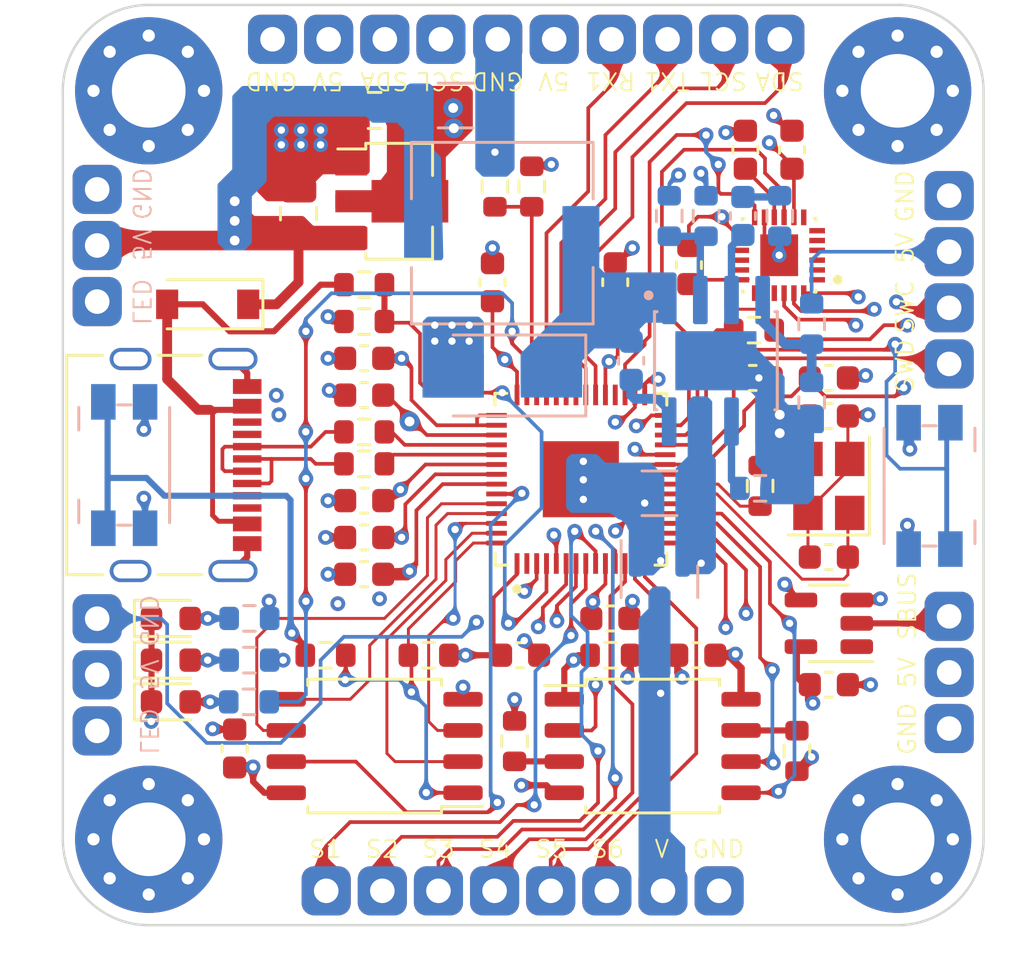
<source format=kicad_pcb>
(kicad_pcb (version 20211014) (generator pcbnew)
  (layers (0 "F.Cu" signal) (1 "In1.Cu" power "GND") (2 "In2.Cu" power "3.3V") (31 "B.Cu" signal) (34 "B.Paste" user) (35 "F.Paste" user) (36 "B.SilkS" user "B.Silkscreen") (37 "F.SilkS" user "F.Silkscreen") (38 "B.Mask" user) (39 "F.Mask" user) (44 "Edge.Cuts" user))
  (net 0 "")
  (net 1 "/XIN")
  (net 2 "GND")
  (net 3 "Net-(C2-Pad1)")
  (net 4 "+1V1")
  (net 5 "+3V3")
  (net 6 "/REGOUT")
  (net 7 "/VIN")
  (net 8 "/COMP")
  (net 9 "Net-(C21-Pad2)")
  (net 10 "+5V")
  (net 11 "/BST")
  (net 12 "/SW")
  (net 13 "VBUS")
  (net 14 "Net-(D3-Pad2)")
  (net 15 "Net-(D4-Pad2)")
  (net 16 "Net-(D5-Pad2)")
  (net 17 "/SBUS")
  (net 18 "/D-")
  (net 19 "/D+")
  (net 24 "/S1")
  (net 25 "/S2")
  (net 26 "/S3")
  (net 27 "/S4")
  (net 28 "/S5")
  (net 29 "/S6")
  (net 30 "/V")
  (net 31 "/I2C1_SDA")
  (net 32 "/I2C1_SCL")
  (net 33 "/TX1")
  (net 34 "/RX1")
  (net 35 "/I2C0_SCL")
  (net 36 "/I2C0_SDA")
  (net 37 "/SWD")
  (net 38 "/SWC")
  (net 39 "/LED_STRIP")
  (net 40 "/RUN")
  (net 41 "/XOUT")
  (net 42 "/BOOT")
  (net 43 "/QSPI_CSN")
  (net 44 "/USB_DETECT")
  (net 45 "/USB_D_")
  (net 46 "/USB_D+")
  (net 47 "/SPI1_CSN")
  (net 48 "/IO2")
  (net 49 "/IO3")
  (net 50 "/EN")
  (net 51 "/FREQ")
  (net 52 "/FB")
  (net 53 "/VOL")
  (net 54 "/LED")
  (net 55 "/SPI1_MISO")
  (net 56 "/SPI1_SCK")
  (net 57 "/SPI1_MOSI")
  (net 58 "/SPI0_MISO")
  (net 59 "/SPI0_CSN")
  (net 60 "/QSPI_SD3")
  (net 61 "/QSPI_SCLK")
  (net 62 "/QSPI_SD0")
  (net 63 "/QSPI_SD2")
  (net 64 "/QSPI_SD1")
  (net 65 "/TX0")
  (net 66 "/RX0")
  (net 67 "/SPI0_CLK")
  (net 68 "/SPI0_MOSI")
  (net 69 "/GYR0_INT")
  (footprint "myCustomLibs:pad_01x03" (layer "F.Cu") (at 148.9 66.7)
    (fp_text reference "J8" hide)
    (fp_text value "LED_STRIP")
  )
  (footprint "Resistor_SMD:R_0603_1608Metric" (layer "F.Cu") (at 169.8 82 180)
    (fp_text reference "R9" hide)
    (fp_text value "10k")
  )
  (footprint "Capacitor_SMD:C_0603_1608Metric" (layer "F.Cu") (at 173 66.1 -90)
    (fp_text reference "C17" hide)
    (fp_text value "100nF")
  )
  (footprint "Package_TO_SOT_SMD:SOT-89-3" (layer "F.Cu") (at 160.9 63.5)
    (fp_text reference "U7" hide)
    (fp_text value "AZ1117-3.3")
  )
  (footprint "LED_SMD:LED_0603_1608Metric" (layer "F.Cu") (at 151.9 82.2)
    (fp_text reference "D3" hide)
    (fp_text value "LEDB")
  )
  (footprint "Resistor_SMD:R_0603_1608Metric" (layer "F.Cu") (at 177.4 85.9 90)
    (fp_text reference "R11" hide)
    (fp_text value "10k")
  )
  (footprint "MountingHole:MountingHole_3mm_Pad_Via" (layer "F.Cu") (at 151 89.5)
    (fp_text reference "H2" hide)
    (fp_text value "MountingHole")
  )
  (footprint "myCustomLibs:pad_01x08" (layer "F.Cu") (at 158.228 91.6 -90)
    (fp_text reference "J3" hide)
    (fp_text value "PWM")
  )
  (footprint "Resistor_SMD:R_0603_1608Metric" (layer "F.Cu") (at 165.1 62.9 90)
    (fp_text reference "R19" hide)
    (fp_text value "1k")
  )
  (footprint "Resistor_SMD:R_0603_1608Metric" (layer "F.Cu") (at 162.4 82)
    (fp_text reference "R4" hide)
    (fp_text value "DNP")
  )
  (footprint "LED_SMD:LED_0603_1608Metric" (layer "F.Cu") (at 151.9 83.9)
    (fp_text reference "D5" hide)
    (fp_text value "LEDR")
  )
  (footprint "Capacitor_SMD:C_0603_1608Metric" (layer "F.Cu") (at 169.8 80.5)
    (fp_text reference "C11" hide)
    (fp_text value "100nF")
  )
  (footprint "Resistor_SMD:R_0603_1608Metric" (layer "F.Cu") (at 158.2 82)
    (fp_text reference "R3" hide)
    (fp_text value "1k")
  )
  (footprint "MPU-6500:QFN40P300X300X95-25N" (layer "F.Cu") (at 176.6775 65.7 180)
    (fp_text reference "U3" hide)
    (fp_text value "MPU-6500")
  )
  (footprint "Resistor_SMD:R_0603_1608Metric" (layer "F.Cu") (at 165.9 85.5 -90)
    (fp_text reference "R10" hide)
    (fp_text value "10k")
  )
  (footprint "Diode_SMD:D_SOD-123" (layer "F.Cu") (at 153.4 67.7 180)
    (fp_text reference "D2" hide)
    (fp_text value "B5819")
  )
  (footprint "Capacitor_SMD:C_0603_1608Metric" (layer "F.Cu") (at 159.775 77.2 180)
    (fp_text reference "C6" hide)
    (fp_text value "1uF")
  )
  (footprint "Package_SO:SOIC-8_5.23x5.23mm_P1.27mm" (layer "F.Cu") (at 171.525 85.7)
    (fp_text reference "U5" hide)
    (fp_text value "W25Q32JVSS")
  )
  (footprint "Capacitor_SMD:C_0603_1608Metric" (layer "F.Cu") (at 159.775 71.4 180)
    (fp_text reference "C3" hide)
    (fp_text value "1uF")
  )
  (footprint "Capacitor_SMD:C_0805_2012Metric" (layer "F.Cu") (at 157.1 64 90)
    (fp_text reference "C24" hide)
    (fp_text value "10uF")
  )
  (footprint "Capacitor_SMD:C_0603_1608Metric" (layer "F.Cu") (at 170 66.8 90)
    (fp_text reference "C9" hide)
    (fp_text value "100nF")
  )
  (footprint "myCustomLibs:pad_01x03" (layer "F.Cu") (at 148.9 81.4 180)
    (fp_text reference "J7" hide)
    (fp_text value "LED_STRIP")
  )
  (footprint "Capacitor_SMD:C_0603_1608Metric" (layer "F.Cu") (at 154.5 85.8 -90)
    (fp_text reference "C14" hide)
    (fp_text value "100nF")
  )
  (footprint "Capacitor_SMD:C_0603_1608Metric" (layer "F.Cu") (at 165 66.8 90)
    (fp_text reference "C8" hide)
    (fp_text value "100nF")
  )
  (footprint "RP2040:QFN40P700X700X90-57N" (layer "F.Cu") (at 168.6 74.8275 90)
    (fp_text reference "U1" hide)
    (fp_text value "RP2040")
  )
  (footprint "myCustomLibs:pad_01x06" (layer "F.Cu") (at 173.314 56.9 90)
    (fp_text reference "J4" hide)
    (fp_text value "GPS")
  )
  (footprint "Resistor_SMD:R_0603_1608Metric" (layer "F.Cu") (at 159.775 74.2)
    (fp_text reference "R7" hide)
    (fp_text value "27R")
  )
  (footprint "Package_SO:SOIC-8_5.23x5.23mm_P1.27mm" (layer "F.Cu") (at 160.2 85.7 180)
    (fp_text reference "U2" hide)
    (fp_text value "W25Q32JVSS")
  )
  (footprint "MountingHole:MountingHole_3mm_Pad_Via" (layer "F.Cu") (at 181.5 59)
    (fp_text reference "H1" hide)
    (fp_text value "MountingHole")
  )
  (footprint "Resistor_SMD:R_0603_1608Metric" (layer "F.Cu") (at 175.65 68.75)
    (fp_text reference "R1" hide)
    (fp_text value "10k")
  )
  (footprint "Capacitor_SMD:C_0603_1608Metric" (layer "F.Cu") (at 178.7 78 180)
    (fp_text reference "C1" hide)
    (fp_text value "20pF")
  )
  (footprint "Connector_USB:USB_C_Receptacle_Palconn_UTC16-G" (layer "F.Cu") (at 152.5 74.25 -90)
    (fp_text reference "J2" hide)
    (fp_text value "USB_C")
  )
  (footprint "Capacitor_SMD:C_0603_1608Metric" (layer "F.Cu") (at 173.3 82 180)
    (fp_text reference "C19" hide)
    (fp_text value "100nF")
  )
  (footprint "Crystal:Crystal_SMD_3225-4Pin_3.2x2.5mm" (layer "F.Cu") (at 178.7 75.1 90)
    (fp_text reference "Y1" hide)
    (fp_text value "12MHz")
  )
  (footprint "Capacitor_SMD:C_0603_1608Metric" (layer "F.Cu") (at 178.7 83.2)
    (fp_text reference "C18" hide)
    (fp_text value "100nF")
  )
  (footprint "Package_TO_SOT_SMD:SOT-23-5" (layer "F.Cu") (at 178.7 80.7 180)
    (fp_text reference "U4" hide)
    (fp_text value "SN74ACH1G04")
  )
  (footprint "myCustomLibs:pad_01x03" (layer "F.Cu") (at 183.6 84.097)
    (fp_text reference "J1" hide)
    (fp_text value "SBUS")
  )
  (footprint "Resistor_SMD:R_0603_1608Metric" (layer "F.Cu") (at 159.775 68.4)
    (fp_text reference "R8" hide)
    (fp_text value "10k")
  )
  (footprint "LED_SMD:LED_0603_1608Metric" (layer "F.Cu") (at 151.9 80.5)
    (fp_text reference "D4" hide)
    (fp_text value "LEDG")
  )
  (footprint "myCustomLibs:pad_01x04" (layer "F.Cu") (at 162.9 56.9 90)
    (fp_text reference "J5" hide)
    (fp_text value "I2C")
  )
  (footprint "Capacitor_SMD:C_0805_2012Metric" (layer "F.Cu") (at 160.2 59.8 180)
    (fp_text reference "C25" hide)
    (fp_text value "10uF")
  )
  (footprint "Capacitor_SMD:C_0603_1608Metric" (layer "F.Cu") (at 177.2 61.4 90)
    (fp_text reference "C16" hide)
    (fp_text value "10nF")
  )
  (footprint "Capacitor_SMD:C_0603_1608Metric" (layer "F.Cu") (at 175.6 70.7)
    (fp_text reference "C5" hide)
    (fp_text value "100nF")
  )
  (footprint "Capacitor_SMD:C_0603_1608Metric" (layer "F.Cu") (at 159.775 69.9 180)
    (fp_text reference "C7" hide)
    (fp_text value "100nF")
  )
  (footprint "Capacitor_SMD:C_0603_1608Metric" (layer "F.Cu") (at 159.775 75.7 180)
    (fp_text reference "C13" hide)
    (fp_text value "100nF")
  )
  (footprint "Capacitor_SMD:C_0603_1608Metric" (layer "F.Cu") (at 178.7 72.25)
    (fp_text reference "C2" hide)
    (fp_text value "20pF")
  )
  (footprint "Capacitor_SMD:C_0603_1608Metric" (layer "F.Cu") (at 159.775 78.7 180)
    (fp_text reference "C4" hide)
    (fp_text value "100nF")
  )
  (footprint "MountingHole:MountingHole_3mm_Pad_Via" (layer "F.Cu") (at 151 59)
    (fp_text reference "H3" hide)
    (fp_text value "MountingHole")
  )
  (footprint "Capacitor_SMD:C_0603_1608Metric" (layer "F.Cu") (at 166.125 82)
    (fp_text reference "C12" hide)
    (fp_text value "100nF")
  )
  (footprint "Resistor_SMD:R_0603_1608Metric" (layer "F.Cu") (at 175.9 75.1 -90)
    (fp_text reference "R2" hide)
    (fp_text value "1k")
  )
  (footprint "MountingHole:MountingHole_3mm_Pad_Via" (layer "F.Cu") (at 181.5 89.5)
    (fp_text reference "H4" hide)
    (fp_text value "MountingHole")
  )
  (footprint "Resistor_SMD:R_0603_1608Metric" (layer "F.Cu") (at 166.6 62.9 -90)
    (fp_text reference "R18" hide)
    (fp_text value "10k")
  )
  (footprint "myCustomLibs:pad_01x04" (layer "F.Cu") (at 183.6 70.129)
    (fp_text reference "J6" hide)
    (fp_text value "DEBUG")
  )
  (footprint "Capacitor_SMD:C_0603_1608Metric" (layer "F.Cu") (at 175.3 61.4 90)
    (fp_text reference "C15" hide)
    (fp_text value "100nF")
  )
  (footprint "Capacitor_SMD:C_0603_1608Metric" (layer "F.Cu") (at 178.7 70.7)
    (fp_text reference "C10" hide)
    (fp_text value "100nF")
  )
  (footprint "Resistor_SMD:R_0603_1608Metric" (layer "F.Cu") (at 159.775 72.9)
    (fp_text reference "R6" hide)
    (fp_text value "27R")
  )
  (footprint "Resistor_SMD:R_0603_1608Metric" (layer "F.Cu") (at 159.775 66.9 180)
    (fp_text reference "R5" hide)
    (fp_text value "10k")
  )
  (footprint "Diode_SMD:D_SMA" (layer "B.Cu") (at 165.4 70.6 180)
    (fp_text reference "D1" hide)
    (fp_text value "SS34")
  )
  (footprint "Package_TO_SOT_SMD:SOT-23" (layer "B.Cu") (at 171.8 79 -90)
    (fp_text reference "Q1" hide)
    (fp_text value "AO3401A")
  )
  (footprint "Inductor_SMD:L_7.3x7.3_H4.5" (layer "B.Cu") (at 165.4 64.8 180)
    (fp_text reference "L1" hide)
    (fp_text value "22uF")
  )
  (footprint "Capacitor_SMD:C_0603_1608Metric" (layer "B.Cu") (at 175.2 64.1 90)
    (fp_text reference "C21" hide)
    (fp_text value "150pF")
  )
  (footprint "Capacitor_SMD:C_1206_3216Metric" (layer "B.Cu") (at 171.8 75.4 180)
    (fp_text reference "C20" hide)
    (fp_text value "10uF")
  )
  (footprint "Capacitor_SMD:C_0603_1608Metric" (layer "B.Cu") (at 170.65 70 90)
    (fp_text reference "C23" hide)
    (fp_text value "100nF")
  )
  (footprint "MP1584EN:SOIC127P600X170-9N" (layer "B.Cu") (at 174.1 70 -90)
    (fp_text reference "U6" hide)
    (fp_text value "MP1584EN")
  )
  (footprint "Resistor_SMD:R_0603_1608Metric" (layer "B.Cu") (at 176.7 64.1 -90)
    (fp_text reference "R15" hide)
    (fp_text value "100k")
  )
  (footprint "Resistor_SMD:R_0603_1608Metric" (layer "B.Cu") (at 173.7 64.1 90)
    (fp_text reference "R13" hide)
    (fp_text value "24k")
  )
  (footprint "Capacitor_SMD:C_1206_3216Metric" (layer "B.Cu") (at 163.5 59.6)
    (fp_text reference "C22" hide)
    (fp_text value "22uF")
  )
  (footprint "Button_Switch_SMD:Panasonic_EVQPUM_EVQPUD" (layer "B.Cu") (at 150 74.25 -90)
    (fp_text reference "SW2" hide)
    (fp_text value "BOOT")
  )
  (footprint "Resistor_SMD:R_0603_1608Metric" (layer "B.Cu") (at 172.2 64.1 -90)
    (fp_text reference "R12" hide)
    (fp_text value "100k")
  )
  (footprint "Resistor_SMD:R_0603_1608Metric" (layer "B.Cu") (at 155.1 80.5 180)
    (fp_text reference "R21" hide)
    (fp_text value "220R")
  )
  (footprint "Resistor_SMD:R_0603_1608Metric" (layer "B.Cu") (at 175.9 75.2)
    (fp_text reference "R14" hide)
    (fp_text value "100k")
  )
  (footprint "Resistor_SMD:R_0603_1608Metric" (layer "B.Cu") (at 155.0825 83.9 180)
    (fp_text reference "R22" hide)
    (fp_text value "270R")
  )
  (footprint "Resistor_SMD:R_0603_1608Metric" (layer "B.Cu") (at 178 71.7 -90)
    (fp_text reference "R17" hide)
    (fp_text value "40.2k")
  )
  (footprint "Resistor_SMD:R_0603_1608Metric" (layer "B.Cu") (at 155.1 82.2 180)
    (fp_text reference "R20" hide)
    (fp_text value "330R")
  )
  (footprint "Resistor_SMD:R_0603_1608Metric" (layer "B.Cu") (at 178 68.5 -90)
    (fp_text reference "R16" hide)
    (fp_text value "210k")
  )
  (footprint "Button_Switch_SMD:Panasonic_EVQPUM_EVQPUD" (layer "B.Cu") (at 182.8 75.1 90)
    (fp_text reference "SW1" hide)
    (fp_text value "RESET")
  )
  (gr_line (start 147.5 89.5) (end 147.5 59) (layer "Edge.Cuts") (width 0.1))
  (gr_line (start 185 59) (end 185 89.5) (layer "Edge.Cuts") (width 0.1))
  (gr_line (start 151 55.5) (end 181.5 55.5) (layer "Edge.Cuts") (width 0.1))
  (gr_arc (start 151 93) (mid 148.525126 91.974874) (end 147.5 89.5) (layer "Edge.Cuts") (width 0.1))
  (gr_arc (start 185 89.5) (mid 183.974874 91.974874) (end 181.5 93) (layer "Edge.Cuts") (width 0.1))
  (gr_arc (start 181.5 55.5) (mid 183.974874 56.525126) (end 185 59) (layer "Edge.Cuts") (width 0.1))
  (gr_arc (start 147.5 59) (mid 148.525126 56.525126) (end 151 55.5) (layer "Edge.Cuts") (width 0.1))
  (gr_line (start 181.5 93) (end 151 93) (layer "Edge.Cuts") (width 0.1))
  (gr_text "GND" (at 150.7 63.2 270) (layer "B.SilkS") (effects (font (size 0.7 0.7) (thickness 0.08)) (justify mirror)))
  (gr_text "5V" (at 150.7 65.3 270) (layer "B.SilkS") (effects (font (size 0.7 0.7) (thickness 0.08)) (justify mirror)))
  (gr_text "5V" (at 151 82.8 270) (layer "B.SilkS") (effects (font (size 0.7 0.7) (thickness 0.08)) (justify mirror)))
  (gr_text "LED" (at 151 85.1 270) (layer "B.SilkS") (effects (font (size 0.7 0.7) (thickness 0.08)) (justify mirror)))
  (gr_text "LED" (at 150.7 67.6 270) (layer "B.SilkS") (effects (font (size 0.7 0.7) (thickness 0.08)) (justify mirror)))
  (gr_text "GND" (at 151 80.6 270) (layer "B.SilkS") (effects (font (size 0.7 0.7) (thickness 0.08)) (justify mirror)))
  (gr_text "S5" (at 167.4 89.9) (layer "F.SilkS") (effects (font (size 0.7 0.7) (thickness 0.08))))
  (gr_text "5V" (at 158.3 58.6 180) (layer "F.SilkS") (effects (font (size 0.7 0.7) (thickness 0.08))))
  (gr_text "5V" (at 181.9 82.7 90) (layer "F.SilkS") (effects (font (size 0.7 0.7) (thickness 0.08))))
  (gr_text "5V" (at 167.5 58.6 180) (layer "F.SilkS") (effects (font (size 0.7 0.7) (thickness 0.08))))
  (gr_text "SBUS" (at 181.9 80 90) (layer "F.SilkS") (effects (font (size 0.7 0.7) (thickness 0.08))))
  (gr_text "GND" (at 156 58.6 180) (layer "F.SilkS") (effects (font (size 0.7 0.7) (thickness 0.08))))
  (gr_text "SWC" (at 181.8 67.8 90) (layer "F.SilkS") (effects (font (size 0.7 0.7) (thickness 0.08))))
  (gr_text "SDA" (at 160.6 58.6 180) (layer "F.SilkS") (effects (font (size 0.7 0.7) (thickness 0.08))))
  (gr_text "GND" (at 174.2 89.9) (layer "F.SilkS") (effects (font (size 0.7 0.7) (thickness 0.08))))
  (gr_text "SWD" (at 181.8 70.2 90) (layer "F.SilkS") (effects (font (size 0.7 0.7) (thickness 0.08))))
  (gr_text "S6" (at 169.7 89.9) (layer "F.SilkS") (effects (font (size 0.7 0.7) (thickness 0.08))))
  (gr_text "GND" (at 181.9 85 90) (layer "F.SilkS") (effects (font (size 0.7 0.7) (thickness 0.08))))
  (gr_text "TX1" (at 172.1 58.6 180) (layer "F.SilkS") (effects (font (size 0.7 0.7) (thickness 0.08))))
  (gr_text "S4" (at 165.1 89.9) (layer "F.SilkS") (effects (font (size 0.7 0.7) (thickness 0.08))))
  (gr_text "S3" (at 162.8 89.9) (layer "F.SilkS") (effects (font (size 0.7 0.7) (thickness 0.08))))
  (gr_text "5V" (at 181.8 65.4 90) (layer "F.SilkS") (effects (font (size 0.7 0.7) (thickness 0.08))))
  (gr_text "GND" (at 181.8 63.3 90) (layer "F.SilkS") (effects (font (size 0.7 0.7) (thickness 0.08))))
  (gr_text "SCL" (at 174.4 58.6 180) (layer "F.SilkS") (effects (font (size 0.7 0.7) (thickness 0.08))))
  (gr_text "GND" (at 165.2 58.6 180) (layer "F.SilkS") (effects (font (size 0.7 0.7) (thickness 0.08))))
  (gr_text "RX1" (at 169.8 58.6 180) (layer "F.SilkS") (effects (font (size 0.7 0.7) (thickness 0.08))))
  (gr_text "V" (at 171.9 89.9) (layer "F.SilkS") (effects (font (size 0.7 0.7) (thickness 0.08))))
  (gr_text "S1" (at 158.2 89.9) (layer "F.SilkS") (effects (font (size 0.7 0.7) (thickness 0.08))))
  (gr_text "SCL" (at 162.9 58.6 180) (layer "F.SilkS") (effects (font (size 0.7 0.7) (thickness 0.08))))
  (gr_text "S2" (at 160.5 89.9) (layer "F.SilkS") (effects (font (size 0.7 0.7) (thickness 0.08))))
  (gr_text "SDA" (at 176.7 58.6 180) (layer "F.SilkS") (effects (font (size 0.7 0.7) (thickness 0.08))))
  (segment (start 172.035 75.4275) (end 174.135717 75.4275) (width 0.12) (layer "F.Cu") (net 1))
  (segment (start 179.475 78) (end 179.475 76.275) (width 0.12) (layer "F.Cu") (net 1))
  (segment (start 174.135717 75.4275) (end 177.608217 78.9) (width 0.12) (layer "F.Cu") (net 1))
  (segment (start 179.475 76.275) (end 179.55 76.2) (width 0.12) (layer "F.Cu") (net 1))
  (segment (start 177.608217 78.9) (end 179.3 78.9) (width 0.12) (layer "F.Cu") (net 1))
  (segment (start 179.475 78.725) (end 179.475 78) (width 0.12) (layer "F.Cu") (net 1))
  (segment (start 179.3 78.9) (end 179.475 78.725) (width 0.12) (layer "F.Cu") (net 1))
  (segment (start 159 78.7) (end 158.3 78.7) (width 0.25) (layer "F.Cu") (net 2))
  (segment (start 176.0775 67.245) (end 176.0775 66.3) (width 0.15) (layer "F.Cu") (net 2))
  (segment (start 151.1 84.7) (end 151.1125 84.6875) (width 0.25) (layer "F.Cu") (net 2))
  (segment (start 179.55 74.4) (end 179.55 74) (width 0.12) (layer "F.Cu") (net 2))
  (segment (start 155.01 77.99) (end 154.43 78.57) (width 0.25) (layer "F.Cu") (net 2))
  (segment (start 155.01 71.05) (end 155.01 70.51) (width 0.25) (layer "F.Cu") (net 2))
  (segment (start 170 66.025) (end 170.075 66.025) (width 0.2) (layer "F.Cu") (net 2))
  (segment (start 158.5 68.4) (end 158.3 68.2) (width 0.25) (layer "F.Cu") (net 2))
  (segment (start 175.1325 66.7) (end 174.5 66.7) (width 0.15) (layer "F.Cu") (net 2))
  (segment (start 158.55 71.4) (end 158.35 71.2) (width 0.25) (layer "F.Cu") (net 2))
  (segment (start 176.0775 64.155) (end 176.0775 65.1) (width 0.15) (layer "F.Cu") (net 2))
  (segment (start 165.1 62.075) (end 165.1 61.5) (width 0.25) (layer "F.Cu") (net 2))
  (segment (start 177.85 76.1) (end 179.55 74.4) (width 0.12) (layer "F.Cu") (net 2))
  (segment (start 170.075 66.025) (end 170.7 65.4) (width 0.2) (layer "F.Cu") (net 2))
  (segment (start 174.575 60.625) (end 174.5 60.7) (width 0.2) (layer "F.Cu") (net 2))
  (segment (start 173.175 66.7) (end 173 66.875) (width 0.15) (layer "F.Cu") (net 2))
  (segment (start 154.5 85.025) (end 153.625 85.025) (width 0.25) (layer "F.Cu") (net 2))
  (segment (start 170.575 79.925) (end 170.7 79.8) (width 0.2) (layer "F.Cu") (net 2))
  (segment (start 176.0775 65.1) (end 176.6775 65.7) (width 0.15) (layer "F.Cu") (net 2))
  (segment (start 167.2 87.3) (end 166.174986 87.3) (width 0.25) (layer "F.Cu") (net 2))
  (segment (start 176.0775 66.3) (end 176.6775 65.7) (width 0.15) (layer "F.Cu") (net 2))
  (segment (start 179.475 70.7) (end 180.1 70.7) (width 0.2) (layer "F.Cu") (net 2))
  (segment (start 166.9 82) (end 166.889844 82) (width 0.25) (layer "F.Cu") (net 2))
  (segment (start 171.05 75.8) (end 171.2 75.8) (width 0.15) (layer "F.Cu") (net 2))
  (segment (start 159 71.4) (end 158.55 71.4) (width 0.25) (layer "F.Cu") (net 2))
  (segment (start 179.475 72.25) (end 179.475 73.925) (width 0.12) (layer "F.Cu") (net 2))
  (segment (start 163.8 83.795) (end 163.8 83.3) (width 0.25) (layer "F.Cu") (net 2))
  (segment (start 172.035 75.8275) (end 171.2275 75.8275) (width 0.15) (layer "F.Cu") (net 2))
  (segment (start 176 67.9) (end 174.6 67.9) (width 0.12) (layer "F.Cu") (net 2))
  (segment (start 179.475 83.2) (end 180.4 83.2) (width 0.25) (layer "F.Cu") (net 2))
  (segment (start 177.85 77.925) (end 177.925 78) (width 0.12) (layer "F.Cu") (net 2))
  (segment (start 166.889844 82) (end 166.294888 81.405044) (width 0.25) (layer "F.Cu") (net 2))
  (segment (start 177.85 76.2) (end 177.85 76.1) (width 0.12) (layer "F.Cu") (net 2))
  (segment (start 176.0775 67.8225) (end 176 67.9) (width 0.12) (layer "F.Cu") (net 2))
  (segment (start 151.1125 84.6875) (end 151.1125 83.9) (width 0.25) (layer "F.Cu") (net 2))
  (segment (start 176.45 60) (end 177.075 60.625) (width 0.2) (layer "F.Cu") (net 2))
  (segment (start 180.75 79.75) (end 180.8 79.7) (width 0.25) (layer "F.Cu") (net 2))
  (segment (start 179.475 73.925) (end 179.55 74) (width 0.12) (layer "F.Cu") (net 2))
  (segment (start 177.075 60.625) (end 177.2 60.625) (width 0.2) (layer "F.Cu") (net 2))
  (segment (start 179.525 72.2) (end 180.3 72.2) (width 0.2) (layer "F.Cu") (net 2))
  (segment (start 172.525 82.6995) (end 172.525 82) (width 0.25) (layer "F.Cu") (net 2))
  (segment (start 171.2275 75.8275) (end 171.2 75.8) (width 0.15) (layer "F.Cu") (net 2))
  (segment (start 159 75.7) (end 158.3 75.7) (width 0.25) (layer "F.Cu") (net 2))
  (segment (start 167.505 87.605) (end 167.2 87.3) (width 0.25) (layer "F.Cu") (net 2))
  (segment (start 155.01 77.45) (end 155.01 77.99) (width 0.25) (layer "F.Cu") (net 2))
  (segment (start 158.95 68.4) (end 158.5 68.4) (width 0.25) (layer "F.Cu") (net 2))
  (segment (start 170.575 80.5) (end 170.575 79.925) (width 0.2) (layer "F.Cu") (net 2))
  (segment (start 175.1325 66.7) (end 175.14798 66.68452) (width 0.15) (layer "F.Cu") (net 2))
  (segment (start 174.5 67.8) (end 174.5 66.7) (width 0.12) (layer "F.Cu") (net 2))
  (segment (start 151.1125 83.9) (end 151.1125 80.5) (width 0.25) (layer "F.Cu") (net 2))
  (segment (start 172.7255 82.9) (end 172.525 82.6995) (width 0.25) (layer "F.Cu") (net 2))
  (segment (start 179.8375 79.75) (end 180.75 79.75) (width 0.25) (layer "F.Cu") (net 2))
  (segment (start 174.6 67.9) (end 174.5 67.8) (width 0.12) (layer "F.Cu") (net 2))
  (segment (start 159 77.2) (end 158.2 77.2) (width 0.25) (layer "F.Cu") (net 2))
  (segment (start 155.01 70.51) (end 154.43 69.93) (width 0.25) (layer "F.Cu") (net 2))
  (segment (start 180.1 70.7) (end 180.2 70.6) (width 0.2) (layer "F.Cu") (net 2))
  (segment (start 176.0775 67.245) (end 176.0775 67.8225) (width 0.12) (layer "F.Cu") (net 2))
  (segment (start 177.85 76.2) (end 177.85 77.925) (width 0.12) (layer "F.Cu") (net 2))
  (segment (start 179.475 72.25) (end 179.525 72.2) (width 0.2) (layer "F.Cu") (net 2))
  (segment (start 167.925 87.605) (end 167.505 87.605) (width 0.25) (layer "F.Cu") (net 2))
  (segment (start 174.5 66.7) (end 173.175 66.7) (width 0.15) (layer "F.Cu") (net 2))
  (segment (start 175.3 60.625) (end 174.575 60.625) (width 0.2) (layer "F.Cu") (net 2))
  (segment (start 175.14798 66.68452) (end 175.4 66.68452) (width 0.15) (layer "F.Cu") (net 2))
  (segment (start 176.375 70.7) (end 175.85 70.7) (width 0.15) (layer "F.Cu") (net 2))
  (segment (start 153.625 85.025) (end 153.6 85) (width 0.25) (layer "F.Cu") (net 2))
  (segment (start 159 69.9) (end 158.3 69.9) (width 0.25) (layer "F.Cu") (net 2))
  (segment (start 165 66.025) (end 165 65.4) (width 0.2) (layer "F.Cu") (net 2))
  (via (at 175.85 70.7) (size 0.6) (drill 0.3) (layers "F.Cu" "B.Cu") (net 2))
  (via (at 181.9 76.7) (size 0.6) (drill 0.3) (layers "F.Cu" "B.Cu") (net 2))
  (via (at 176.6775 65.7) (size 0.6) (drill 0.3) (layers "F.Cu" "B.Cu") (net 2))
  (via (at 165 65.4) (size 0.6) (drill 0.3) (layers "F.Cu" "B.Cu") (net 2))
  (via (at 156.4 61.2) (size 0.6) (drill 0.3) (layers "F.Cu" "B.Cu") (net 2))
  (via (at 158 60.6) (size 0.6) (drill 0.3) (layers "F.Cu" "B.Cu") (net 2))
  (via (at 163.8 83.3) (size 0.6) (drill 0.3) (layers "F.Cu" "B.Cu") (net 2))
  (via (at 150.8 72.8) (size 0.6) (drill 0.3) (layers "F.Cu" "B.Cu") (net 2))
  (via (at 176.7 72.2) (size 0.8) (drill 0.4) (layers "F.Cu" "B.Cu") (net 2))
  (via (at 153.6 85) (size 0.6) (drill 0.3) (layers "F.Cu" "B.Cu") (net 2))
  (via (at 158.2 77.2) (size 0.6) (drill 0.3) (layers "F.Cu" "B.Cu") (net 2))
  (via (at 163.35 69.2) (size 0.6) (drill 0.3) (layers "F.Cu" "B.Cu") (net 2))
  (via (at 158.3 68.2) (size 0.6) (drill 0.3) (layers "F.Cu" "B.Cu") (net 2))
  (via (at 180.4 83.2) (size 0.6) (drill 0.3) (layers "F.Cu" "B.Cu") (net 2))
  (via (at 168.7 74.1) (size 0.6) (drill 0.3) (layers "F.Cu" "B.Cu") (net 2))
  (via (at 176.45 60) (size 0.6) (drill 0.3) (layers "F.Cu" "B.Cu") (net 2))
  (via (at 170.7 79.8) (size 0.6) (drill 0.3) (layers "F.Cu" "B.Cu") (net 2))
  (via (at 172.7255 82.9) (size 0.6) (drill 0.3) (layers "F.Cu" "B.Cu") (net 2))
  (via (at 158.3 69.9) (size 0.6) (drill 0.3) (layers "F.Cu" "B.Cu") (net 2))
  (via (at 180.8 79.7) (size 0.6) (drill 0.3) (layers "F.Cu" "B.Cu") (net 2))
  (via (at 168.7 75.65) (size 0.6) (drill 0.3) (layers "F.Cu" "B.Cu") (net 2))
  (via (at 171.2 75.8) (size 0.6) (drill 0.3) (layers "F.Cu" "B.Cu") (net 2))
  (via (at 158.3 78.7) (size 0.6) (drill 0.3) (layers "F.Cu" "B.Cu") (net 2))
  (via (at 151.1 84.7) (size 0.6) (drill 0.3) (layers "F.Cu" "B.Cu") (net 2))
  (via (at 150.8 75.6) (size 0.6) (drill 0.3) (layers "F.Cu" "B.Cu") (net 2))
  (via (at 174.5 60.7) (size 0.6) (drill 0.3) (layers "F.Cu" "B.Cu") (net 2))
  (via (at 171.85 78.15) (size 0.6) (drill 0.3) (layers "F.Cu" "B.Cu") (net 2))
  (via (at 158 61.2) (size 0.6) (drill 0.3) (layers "F.Cu" "B.Cu") (net 2))
  (via (at 166.294888 81.405044) (size 0.6) (drill 0.3) (layers "F.Cu" "B.Cu") (net 2))
  (via (at 166.174986 87.3) (size 0.6) (drill 0.3) (layers "F.Cu" "B.Cu") (net 2))
  (via (at 180.3 72.2) (size 0.6) (drill 0.3) (layers "F.Cu" "B.Cu") (net 2))
  (via (at 157.2 60.6) (size 0.6) (drill 0.3) (layers "F.Cu" "B.Cu") (net 2))
  (via (at 180.2 70.6) (size 0.6) (drill 0.3) (layers "F.Cu" "B.Cu") (net 2))
  (via (at 168.7 74.85) (size 0.6) (drill 0.3) (layers "F.Cu" "B.Cu") (net 2))
  (via (at 162.65 69.2) (size 0.6) (drill 0.3) (layers "F.Cu" "B.Cu") (net 2))
  (via (at 182 73.6) (size 0.6) (drill 0.3) (layers "F.Cu" "B.Cu") (net 2))
  (via (at 173.484903 62.357548) (size 0.6) (drill 0.3) (layers "F.Cu" "B.Cu") (net 2))
  (via (at 157.2 61.2) (size 0.6) (drill 0.3) (layers "F.Cu" "B.Cu") (net 2))
  (via (at 156.4 60.6) (size 0.6) (drill 0.3) (layers "F.Cu" "B.Cu") (net 2))
  (via (at 158.3 75.7) (size 0.6) (drill 0.3) (layers "F.Cu" "B.Cu") (net 2))
  (via (at 163.35 68.55) (size 0.6) (drill 0.3) (layers "F.Cu" "B.Cu") (net 2))
  (via (at 176.7 72.95) (size 0.8) (drill 0.4) (layers "F.Cu" "B.Cu") (net 2))
  (via (at 158.35 71.2) (size 0.6) (drill 0.3) (layers "F.Cu" "B.Cu") (net 2))
  (via (at 162.65 68.55) (size 0.6) (drill 0.3) (layers "F.Cu" "B.Cu") (net 2))
  (via (at 165.1 61.5) (size 0.6) (drill 0.3) (layers "F.Cu" "B.Cu") (net 2))
  (via (at 164.05 69.2) (size 0.6) (drill 0.3) (layers "F.Cu" "B.Cu") (net 2))
  (via (at 170.7 65.4) (size 0.6) (drill 0.3) (layers "F.Cu" "B.Cu") (net 2))
  (via (at 164.05 68.55) (size 0.6) (drill 0.3) (layers "F.Cu" "B.Cu") (net 2))
  (segment (start 181.95 77.675) (end 181.95 76.75) (width 0.4) (layer "B.Cu") (net 2))
  (segment (start 176.7 64.925) (end 176.7 65.6775) (width 0.2) (layer "B.Cu") (net 2))
  (segment (start 173.7 63.275) (end 173.7 62.572645) (width 0.2) (layer "B.Cu") (net 2))
  (segment (start 181.95 72.525) (end 181.95 73.55) (width 0.4) (layer "B.Cu") (net 2))
  (segment (start 150.85 76.825) (end 150.85 75.65) (width 0.25) (layer "B.Cu") (net 2))
  (segment (start 176.7 65.6775) (end 176.6775 65.7) (width 0.2) (layer "B.Cu") (net 2))
  (segment (start 173.7 62.572645) (end 173.484903 62.357548) (width 0.2) (layer "B.Cu") (net 2))
  (segment (start 171.85 78.15) (end 171.7625 78.0625) (width 0.2) (layer "B.Cu") (net 2))
  (segment (start 150.85 71.675) (end 150.85 72.75) (width 0.25) (layer "B.Cu") (net 2))
  (segment (start 181.95 76.75) (end 181.9 76.7) (width 0.4) (layer "B.Cu") (net 2))
  (segment (start 150.85 75.65) (end 150.8 75.6) (width 0.25) (layer "B.Cu") (net 2))
  (segment (start 181.95 73.55) (end 182 73.6) (width 0.4) (layer "B.Cu") (net 2))
  (segment (start 150.85 72.75) (end 150.8 72.8) (width 0.25) (layer "B.Cu") (net 2))
  (segment (start 171.7625 78.0625) (end 170.85 78.0625) (width 0.2) (layer "B.Cu") (net 2))
  (segment (start 177.85 72.325) (end 177.85 74) (width 0.15) (layer "F.Cu") (net 3))
  (segment (start 177.025 74.275) (end 177.3 74) (width 0.15) (layer "F.Cu") (net 3))
  (segment (start 177.3 74) (end 177.85 74) (width 0.15) (layer "F.Cu") (net 3))
  (segment (start 175.9 74.275) (end 177.025 74.275) (width 0.15) (layer "F.Cu") (net 3))
  (segment (start 177.925 72.25) (end 177.85 72.325) (width 0.15) (layer "F.Cu") (net 3))
  (segment (start 165.165 73.0275) (end 162.3275 73.0275) (width 0.15) (layer "F.Cu") (net 4))
  (segment (start 170.5 74.55) (end 170.8225 74.2275) (width 0.15) (layer "F.Cu") (net 4))
  (segment (start 161.5 78.7) (end 161.625 78.575) (width 0.5) (layer "F.Cu") (net 4))
  (segment (start 161.9 78.3) (end 161.9 76.1) (width 0.15) (layer "F.Cu") (net 4))
  (segment (start 170.008574 76.941426) (end 170.5 76.45) (width 0.15) (layer "F.Cu") (net 4))
  (segment (start 170.8225 74.2275) (end 172.035 74.2275) (width 0.15) (layer "F.Cu") (net 4))
  (segment (start 160.7 71.4) (end 160.55 71.4) (width 0.15) (layer "F.Cu") (net 4))
  (segment (start 170.5 76.45) (end 170.5 74.55) (width 0.15) (layer "F.Cu") (net 4))
  (segment (start 173.0725 74.2275) (end 174.825 72.475) (width 0.15) (layer "F.Cu") (net 4))
  (segment (start 161.623056 72.376944) (end 161.623056 72.476944) (width 0.15) (layer "F.Cu") (net 4))
  (segment (start 161.65 72.35) (end 161.623056 72.376944) (width 0.15) (layer "F.Cu") (net 4))
  (segment (start 162.9725 75.0275) (end 165.165 75.0275) (width 0.15) (layer "F.Cu") (net 4))
  (segment (start 172.035 74.2275) (end 173.0725 74.2275) (width 0.15) (layer "F.Cu") (net 4))
  (segment (start 162.3275 73.0275) (end 161.65 72.35) (width 0.15) (layer "F.Cu") (net 4))
  (segment (start 161.65 72.35) (end 160.7 71.4) (width 0.15) (layer "F.Cu") (net 4))
  (segment (start 174.825 72.475) (end 174.825 70.7) (width 0.15) (layer "F.Cu") (net 4))
  (segment (start 160.55 78.7) (end 161.5 78.7) (width 0.5) (layer "F.Cu") (net 4))
  (segment (start 161.9 76.1) (end 162.9725 75.0275) (width 0.15) (layer "F.Cu") (net 4))
  (segment (start 161.625 78.575) (end 161.9 78.3) (width 0.15) (layer "F.Cu") (net 4))
  (via (at 161.625 78.575) (size 0.6) (drill 0.3) (layers "F.Cu" "B.Cu") (net 4))
  (via (at 170.008574 76.941426) (size 0.6) (drill 0.3) (layers "F.Cu" "B.Cu") (net 4))
  (via (at 161.623056 72.476944) (size 0.8) (drill 0.4) (layers "F.Cu" "B.Cu") (net 4))
  (segment (start 155.705 87.605) (end 156.6 87.605) (width 0.25) (layer "F.Cu") (net 5))
  (segment (start 169.6 70.3) (end 170.1 69.8) (width 0.15) (layer "F.Cu") (net 5))
  (segment (start 175.25 72.65) (end 175.25 72.05) (width 0.15) (layer "F.Cu") (net 5))
  (segment (start 175.125 83.795) (end 175.125 82.525) (width 0.3) (layer "F.Cu") (net 5))
  (segment (start 161.45 75.85) (end 162.6725 74.6275) (width 0.15) (layer "F.Cu") (net 5))
  (segment (start 173.2725 74.6275) (end 175.25 72.65) (width 0.15) (layer "F.Cu") (net 5))
  (segment (start 165.05 81.7) (end 165.35 82) (width 0.15) (layer "F.Cu") (net 5))
  (segment (start 155.225 86.575) (end 154.5 86.575) (width 0.25) (layer "F.Cu") (net 5))
  (segment (start 173 64.5) (end 173.369761 64.130239) (width 0.15) (layer "F.Cu") (net 5))
  (segment (start 177.925 83.2) (end 177.7 83.2) (width 0.25) (layer "F.Cu") (net 5))
  (segment (start 170.1 67.675) (end 170 67.575) (width 0.15) (layer "F.Cu") (net 5))
  (segment (start 177.925 83.825) (end 178.05 83.95) (width 0.4) (layer "F.Cu") (net 5))
  (segment (start 181.4 71.45) (end 181.75 71.1) (width 0.15) (layer "F.Cu") (net 5))
  (segment (start 170.625 82.775) (end 170.625 82) (width 0.25) (layer "F.Cu") (net 5))
  (segment (start 163.9 82) (end 165.35 82) (width 0.25) (layer "F.Cu") (net 5))
  (segment (start 177.2775 64.155) (end 177.2775 62.2525) (width 0.15) (layer "F.Cu") (net 5))
  (segment (start 177.925 70.7) (end 177.925 70.825) (width 0.15) (layer "F.Cu") (net 5))
  (segment (start 169.025 80.5) (end 169.025 79.887467) (width 0.25) (layer "F.Cu") (net 5))
  (segment (start 175.25 72.05) (end 175.85 71.45) (width 0.15) (layer "F.Cu") (net 5))
  (segment (start 172.035 74.6275) (end 173.2725 74.6275) (width 0.15) (layer "F.Cu") (net 5))
  (segment (start 163.9 82) (end 163.225 82) (width 0.25) (layer "F.Cu") (net 5))
  (segment (start 177.4 81.8125) (end 177.5625 81.65) (width 0.25) (layer "F.Cu") (net 5))
  (segment (start 169.6 79.1) (end 169.025 79.675) (width 0.15) (layer "F.Cu") (net 5))
  (segment (start 169.6 71.3925) (end 169.6 70.3) (width 0.15) (layer "F.Cu") (net 5))
  (segment (start 170.5 82.9) (end 170.625 82.775) (width 0.25) (layer "F.Cu") (net 5))
  (segment (start 177.7 83.2) (end 177.4 82.9) (width 0.25) (layer "F.Cu") (net 5))
  (segment (start 161.25 75.25) (end 162.2725 74.2275) (width 0.15) (layer "F.Cu") (net 5))
  (segment (start 160.8 75.7) (end 161.25 75.25) (width 0.25) (layer "F.Cu") (net 5))
  (segment (start 169.025 79.887467) (end 169.086766 79.825701) (width 0.25) (layer "F.Cu") (net 5))
  (segment (start 161.3 69.9) (end 161.7 70.3) (width 0.15) (layer "F.Cu") (net 5))
  (segment (start 165 67.575) (end 165 69.45) (width 0.15) (layer "F.Cu") (net 5))
  (segment (start 177.425 86.725) (end 177.4 86.725) (width 0.4) (layer "F.Cu") (net 5))
  (segment (start 174.075 82) (end 174.85 82) (width 0.4) (layer "F.Cu") (net 5))
  (segment (start 174.85 82) (end 174.9 81.95) (width 0.4) (layer "F.Cu") (net 5))
  (segment (start 166 70.45) (end 166 71.3925) (width 0.15) (layer "F.Cu") (net 5))
  (segment (start 155.25 86.55) (end 155.225 86.575) (width 0.25) (layer "F.Cu") (net 5))
  (segment (start 176.848522 69.123522) (end 180.376478 69.123522) (width 0.15) (layer "F.Cu") (net 5))
  (segment (start 173.369761 64.130239) (end 174.343185 64.130239) (width 0.15) (layer "F.Cu") (net 5))
  (segment (start 177.925 83.2) (end 177.925 83.825) (width 0.4) (layer "F.Cu") (net 5))
  (segment (start 175.1325 64.7) (end 174.8 64.7) (width 0.15) (layer "F.Cu") (net 5))
  (segment (start 170.1 69.8) (end 170.1 67.675) (width 0.15) (layer "F.Cu") (net 5))
  (segment (start 175.85 71.45) (end 177.175 71.45) (width 0.15) (layer "F.Cu") (net 5))
  (segment (start 169.025 79.675) (end 169.025 80.5) (width 0.15) (layer "F.Cu") (net 5))
  (segment (start 178.35 71.25) (end 178.55 71.45) (width 0.15) (layer "F.Cu") (net 5))
  (segment (start 180.376478 69.123522) (end 180.95 68.55) (width 0.15) (layer "F.Cu") (net 5))
  (segment (start 180.9 71.45) (end 181.4 71.45) (width 0.15) (layer "F.Cu") (net 5))
  (segment (start 180.95 68.55) (end 181.9 68.55) (width 0.15) (layer "F.Cu") (net 5))
  (segment (start 174.8 64.7) (end 174.230239 64.130239) (width 0.15) (layer "F.Cu") (net 5))
  (segment (start 160.55 69.9) (end 161.3 69.9) (width 0.25) (layer "F.Cu") (net 5))
  (segment (start 177.175 71.45) (end 177.925 70.7) (width 0.15) (layer "F.Cu") (net 5))
  (segment (start 177.2775 62.2525) (end 177.2 62.175) (width 0.15) (layer "F.Cu") (net 5))
  (segment (start 173 65.325) (end 173 64.5) (width 0.15) (layer "F.Cu") (net 5))
  (segment (start 161.45 77.05) (end 161.45 75.85) (width 0.15) (layer "F.Cu") (net 5))
  (segment (start 162.2725 74.2275) (end 165.165 74.2275) (width 0.15) (layer "F.Cu") (net 5))
  (segment (start 165.165 72.2275) (end 164.4725 72.2275) (width 0.15) (layer "F.Cu") (net 5))
  (segment (start 165.05 79.65) (end 165.05 81.7) (width 0.15) (layer "F.Cu") (net 5))
  (segment (start 162.7275 72.6275) (end 164.3725 72.6275) (width 0.15) (layer "F.Cu") (net 5))
  (segment (start 161.3 77.2) (end 161.45 77.05) (width 0.15) (layer "F.Cu") (net 5))
  (segment (start 155.25 87.15) (end 155.705 87.605) (width 0.25) (layer "F.Cu") (net 5))
  (segment (start 164.4725 72.2275) (end 164.3725 72.3275) (width 0.15) (layer "F.Cu") (net 5))
  (segment (start 177.925 70.825) (end 178.35 71.25) (width 0.15) (layer "F.Cu") (net 5))
  (segment (start 166 78.2625) (end 166 78.7) (width 0.15) (layer "F.Cu") (net 5))
  (segment (start 169.6 78.2625) (end 169.6 79.1) (width 0.15) (layer "F.Cu") (net 5))
  (segment (start 166 78.7) (end 165.05 79.65) (width 0.15) (layer "F.Cu") (net 5))
  (segment (start 164.3725 72.6275) (end 165.165 72.6275) (width 0.15) (layer "F.Cu") (net 5))
  (segment (start 175.125 82.525) (end 174.6 82) (width 0.3) (layer "F.Cu") (net 5))
  (segment (start 177.2 62.03629) (end 176.27379 61.11008) (width 0.15) (layer "F.Cu") (net 5))
  (segment (start 174.6 82) (end 174.075 82) (width 0.3) (layer "F.Cu") (net 5))
  (segment (start 160.55 75.7) (end 160.8 75.7) (width 0.25) (layer "F.Cu") (net 5))
  (segment (start 165 69.45) (end 165.5 69.95) (width 0.15) (layer "F.Cu") (net 5))
  (segment (start 160.55 77.2) (end 161.3 77.2) (width 0.25) (layer "F.Cu") (net 5))
  (segment (start 177.4 82.9) (end 177.4 81.8125) (width 0.25) (layer "F.Cu") (net 5))
  (segment (start 178.55 71.45) (end 180.9 71.45) (width 0.15) (layer "F.Cu") (net 5))
  (segment (start 164.3725 72.3275) (end 164.3725 72.6275) (width 0.15) (layer "F.Cu") (net 5))
  (segment (start 155.25 86.55) (end 155.25 87.15) (width 0.25) (layer "F.Cu") (net 5))
  (segment (start 178 86.15) (end 177.425 86.725) (width 0.4) (layer "F.Cu") (net 5))
  (segment (start 177.2 62.175) (end 177.2 62.03629) (width 0.15) (layer "F.Cu") (net 5))
  (segment (start 165.5 69.95) (end 166 70.45) (width 0.15) (layer "F.Cu") (net 5))
  (segment (start 175.1325 64.7) (end 174.912946 64.7) (width 0.15) (layer "F.Cu") (net 5))
  (segment (start 169.6 70.3) (end 169.6 70.17551) (width 0.15) (layer "F.Cu") (net 5))
  (segment (start 161.7 70.3) (end 161.7 71.6) (width 0.15) (layer "F.Cu") (net 5))
  (segment (start 162.6725 74.6275) (end 165.165 74.6275) (width 0.15) (layer "F.Cu") (net 5))
  (segment (start 165.9 84.675) (end 165.9 83.8) (width 0.25) (layer "F.Cu") (net 5))
  (segment (start 176.475 68.75) (end 176.848522 69.123522) (width 0.15) (layer "F.Cu") (net 5))
  (segment (start 161.7 71.6) (end 162.7275 72.6275) (width 0.15) (layer "F.Cu") (net 5))
  (segment (start 169.6 70.17551) (end 169.745208 70.030302) (width 0.15) (layer "F.Cu") (net 5))
  (via (at 178.05 83.95) (size 0.6) (drill 0.3) (layers "F.Cu" "B.Cu") (net 5))
  (via (at 176.27379 61.11008) (size 0.6) (drill 0.3) (layers "F.Cu" "B.Cu") (net 5))
  (via (at 163.4 59.7) (size 0.8) (drill 0.4) (layers "F.Cu" "B.Cu") (net 5))
  (via (at 178 86.15) (size 0.6) (drill 0.3) (layers "F.Cu" "B.Cu") (net 5))
  (via (at 174.9 81.95) (size 0.6) (drill 0.3) (layers "F.Cu" "B.Cu") (net 5))
  (via (at 161.3 69.9) (size 0.6) (drill 0.3) (layers "F.Cu" "B.Cu") (net 5))
  (via (at 165.9 83.8) (size 0.6) (drill 0.3) (layers "F.Cu" "B.Cu") (net 5))
  (via (at 174.343185 64.130239) (size 0.6) (drill 0.3) (layers "F.Cu" "B.Cu") (net 5))
  (via (at 170.5 82.9) (size 0.6) (drill 0.3) (layers "F.Cu" "B.Cu") (net 5))
  (via (at 161.25 75.25) (size 0.6) (drill 0.3) (layers "F.Cu" "B.Cu") (net 5))
  (via (at 181.9 68.55) (size 0.6) (drill 0.3) (layers "F.Cu" "B.Cu") (net 5))
  (via (at 161.3 77.2) (size 0.6) (drill 0.3) (layers "F.Cu" "B.Cu") (net 5))
  (via (at 163.9 82) (size 0.6) (drill 0.3) (layers "F.Cu" "B.Cu") (net 5))
  (via (at 155.9 79.8) (size 0.6) (drill 0.3) (layers "F.Cu" "B.Cu") (net 5))
  (via (at 181.75 71.1) (size 0.6) (drill 0.3) (layers "F.Cu" "B.Cu") (net 5))
  (via (at 155.25 86.55) (size 0.6) (drill 0.3) (layers "F.Cu" "B.Cu") (net 5))
  (via (at 163.425 60.525) (size 0.8) (drill 0.4) (layers "F.Cu" "B.Cu") (net 5))
  (via (at 169.086766 79.825701) (size 0.6) (drill 0.3) (layers "F.Cu" "B.Cu") (net 5))
  (via (at 165.5 69.95) (size 0.6) (drill 0.3) (layers "F.Cu" "B.Cu") (net 5))
  (via (at 169.745208 70.030302) (size 0.6) (drill 0.3) (layers "F.Cu" "B.Cu") (net 5))
  (segment (start 155.925 80.5) (end 155.925 79.825) (width 0.25) (layer "B.Cu") (net 5))
  (segment (start 155.925 79.825) (end 155.9 79.8) (width 0.25) (layer "B.Cu") (net 5))
  (segment (start 176.4775 63.3775) (end 175.3 62.2) (width 0.15) (layer "F.Cu") (net 6))
  (segment (start 175.3 62.2) (end 175.3 62.175) (width 0.15) (layer "F.Cu") (net 6))
  (segment (start 176.4775 64.155) (end 176.4775 63.3775) (width 0.15) (layer "F.Cu") (net 6))
  (via (at 172.581233 62.431233) (size 0.6) (drill 0.3) (layers "F.Cu" "B.Cu") (net 7))
  (via (at 173.5 78.25) (size 0.6) (drill 0.3) (layers "F.Cu" "B.Cu") (net 7))
  (segment (start 172.2 63.275) (end 172.2 62.812466) (width 0.15) (layer "B.Cu") (net 7))
  (segment (start 172.2 62.812466) (end 172.581233 62.431233) (width 0.15) (layer "B.Cu") (net 7))
  (segment (start 174.735 67.525) (end 174.735 65.34) (width 0.3) (layer "B.Cu") (net 8))
  (segment (start 174.735 65.34) (end 175.2 64.875) (width 0.3) (layer "B.Cu") (net 8))
  (segment (start 176.65 63.325) (end 176.7 63.275) (width 0.3) (layer "B.Cu") (net 9))
  (segment (start 175.2 63.325) (end 176.65 63.325) (width 0.3) (layer "B.Cu") (net 9))
  (segment (start 157.1 64.95) (end 157.1 66.8) (width 0.4) (layer "F.Cu") (net 10))
  (segment (start 154.5 63.5) (end 154.5 65.1) (width 0.8) (layer "F.Cu") (net 10))
  (segment (start 154.5 65.1) (end 149.103 65.1) (width 0.8) (layer "F.Cu") (net 10))
  (segment (start 156.95 65.1) (end 157.1 64.95) (width 0.8) (layer "F.Cu") (net 10))
  (segment (start 149.103 65.1) (end 148.9 65.303) (width 0.8) (layer "F.Cu") (net 10))
  (segment (start 156.2 67.7) (end 155.05 67.7) (width 0.4) (layer "F.Cu") (net 10))
  (segment (start 154.5 65.1) (end 156.95 65.1) (width 0.8) (layer "F.Cu") (net 10))
  (segment (start 157.1 66.8) (end 156.2 67.7) (width 0.4) (layer "F.Cu") (net 10))
  (via (at 154.5 64.3) (size 0.8) (drill 0.4) (layers "F.Cu" "B.Cu") (net 10))
  (via (at 154.5 65.1) (size 0.8) (drill 0.4) (layers "F.Cu" "B.Cu") (net 10))
  (via (at 156.4755 82.2) (size 0.6) (drill 0.3) (layers "F.Cu" "B.Cu") (net 10))
  (via (at 154.5 63.5) (size 0.8) (drill 0.4) (layers "F.Cu" "B.Cu") (net 10))
  (segment (start 178.343 65.557) (end 183.6 65.557) (width 0.15) (layer "B.Cu") (net 10))
  (segment (start 178 67.675) (end 178 65.9) (width 0.15) (layer "B.Cu") (net 10))
  (segment (start 178 65.9) (end 178.343 65.557) (width 0.15) (layer "B.Cu") (net 10))
  (segment (start 155.925 82.2) (end 156.4755 82.2) (width 0.2) (layer "B.Cu") (net 10))
  (segment (start 170.8 71.55) (end 170.65 71.4) (width 0.4) (layer "B.Cu") (net 11))
  (segment (start 171.75 71.55) (end 170.8 71.55) (width 0.4) (layer "B.Cu") (net 11))
  (segment (start 172.195 72.475) (end 172.195 71.995) (width 0.4) (layer "B.Cu") (net 11))
  (segment (start 170.65 71.4) (end 170.65 70.775) (width 0.4) (layer "B.Cu") (net 11))
  (segment (start 172.195 71.995) (end 171.75 71.55) (width 0.4) (layer "B.Cu") (net 11))
  (segment (start 154.3 68.8) (end 153.2 67.7) (width 0.25) (layer "F.Cu") (net 13))
  (segment (start 155.01 76.65) (end 154.900479 76.540479) (width 0.2) (layer "F.Cu") (net 13))
  (segment (start 158.95 66.9) (end 158 66.9) (width 0.25) (layer "F.Cu") (net 13))
  (segment (start 154.86 72) (end 153.75 72) (width 0.25) (layer "F.Cu") (net 13))
  (segment (start 155.01 71.85) (end 154.86 72) (width 0.25) (layer "F.Cu") (net 13))
  (segment (start 153.6 76.3) (end 153.6 72.15) (width 0.2) (layer "F.Cu") (net 13))
  (segment (start 154.900479 76.540479) (end 153.840479 76.540479) (width 0.2) (layer "F.Cu") (net 13))
  (segment (start 153.75 72) (end 153.5 72) (width 0.25) (layer "F.Cu") (net 13))
  (segment (start 153.5 72) (end 153 72) (width 0.4) (layer "F.Cu") (net 13))
  (segment (start 153 72) (end 151.75 70.75) (width 0.4) (layer "F.Cu") (net 13))
  (segment (start 151.75 67.7) (end 151.75 70.75) (width 0.4) (layer "F.Cu") (net 13))
  (segment (start 158 66.9) (end 156.1 68.8) (width 0.25) (layer "F.Cu") (net 13))
  (segment (start 153.840479 76.540479) (end 153.6 76.3) (width 0.2) (layer "F.Cu") (net 13))
  (segment (start 153.6 72.15) (end 153.75 72) (width 0.2) (layer "F.Cu") (net 13))
  (segment (start 153.2 67.7) (end 151.75 67.7) (width 0.25) (layer "F.Cu") (net 13))
  (segment (start 156.1 68.8) (end 154.3 68.8) (width 0.25) (layer "F.Cu") (net 13))
  (segment (start 152.6875 82.2) (end 153.4 82.2) (width 0.25) (layer "F.Cu") (net 14))
  (via (at 153.4 82.2) (size 0.6) (drill 0.3) (layers "F.Cu" "B.Cu") (net 14))
  (segment (start 153.4 82.2) (end 154.275 82.2) (width 0.25) (layer "B.Cu") (net 14))
  (segment (start 152.6875 80.5) (end 153.4 80.5) (width 0.25) (layer "F.Cu") (net 15))
  (via (at 153.4 80.5) (size 0.6) (drill 0.3) (layers "F.Cu" "B.Cu") (net 15))
  (segment (start 153.4 80.5) (end 154.275 80.5) (width 0.25) (layer "B.Cu") (net 15))
  (segment (start 153.5 83.9) (end 152.6875 83.9) (width 0.25) (layer "F.Cu") (net 16))
  (via (at 153.5 83.9) (size 0.6) (drill 0.3) (layers "F.Cu" "B.Cu") (net 16))
  (segment (start 154.2575 83.9) (end 153.5 83.9) (width 0.25) (layer "B.Cu") (net 16))
  (segment (start 183.314 80.7) (end 183.6 80.414) (width 0.25) (layer "F.Cu") (net 17))
  (segment (start 179.8375 80.7) (end 183.314 80.7) (width 0.25) (layer "F.Cu") (net 17))
  (segment (start 154 74.4) (end 154 73.6) (width 0.15) (layer "F.Cu") (net 18))
  (segment (start 155.01 74.5) (end 154.1 74.5) (width 0.15) (layer "F.Cu") (net 18))
  (segment (start 154 73.6) (end 154.1 73.5) (width 0.15) (layer "F.Cu") (net 18))
  (segment (start 154.1 74.5) (end 154 74.4) (width 0.15) (layer "F.Cu") (net 18))
  (segment (start 154.1 73.5) (end 155.01 73.5) (width 0.15) (layer "F.Cu") (net 18))
  (segment (start 158.2 72.9) (end 158.95 72.9) (width 0.15) (layer "F.Cu") (net 18))
  (segment (start 155.01 73.5) (end 157.6 73.5) (width 0.15) (layer "F.Cu") (net 18))
  (segment (start 157.6 73.5) (end 158.2 72.9) (width 0.15) (layer "F.Cu") (net 18))
  (segment (start 157.6 74) (end 156 74) (width 0.15) (layer "F.Cu") (net 19))
  (segment (start 156 74) (end 155.01 74) (width 0.15) (layer "F.Cu") (net 19))
  (segment (start 157.8 74.2) (end 157.6 74) (width 0.15) (layer "F.Cu") (net 19))
  (segment (start 155.01 75) (end 155.9 75) (width 0.15) (layer "F.Cu") (net 19))
  (segment (start 156 74.9) (end 156 74) (width 0.15) (layer "F.Cu") (net 19))
  (segment (start 155.9 75) (end 156 74.9) (width 0.15) (layer "F.Cu") (net 19))
  (segment (start 158.95 74.2) (end 157.8 74.2) (width 0.15) (layer "F.Cu") (net 19))
  (segment (start 166 88.1) (end 165.3 88.8) (width 0.15) (layer "F.Cu") (net 24))
  (segment (start 168.2 81.2) (end 168.2 79.9) (width 0.15) (layer "F.Cu") (net 24))
  (segment (start 165.3 88.8) (end 159.2 88.8) (width 0.15) (layer "F.Cu") (net 24))
  (segment (start 159.2 88.8) (end 158.228 89.772) (width 0.15) (layer "F.Cu") (net 24))
  (segment (start 158.228 89.772) (end 158.228 91.6) (width 0.15) (layer "F.Cu") (net 24))
  (segment (start 168.8 79.3) (end 168.8 78.2625) (width 0.15) (layer "F.Cu") (net 24))
  (segment (start 168.2 79.9) (end 168.8 79.3) (width 0.15) (layer "F.Cu") (net 24))
  (segment (start 166.7 88.1) (end 166 88.1) (width 0.15) (layer "F.Cu") (net 24))
  (via (at 168.2 81.2) (size 0.6) (drill 0.3) (layers "F.Cu" "B.Cu") (net 24))
  (via (at 166.7 88.1) (size 0.6) (drill 0.3) (layers "F.Cu" "B.Cu") (net 24))
  (segment (start 166.749486 82.650514) (end 166.749486 88.050514) (width 0.15) (layer "B.Cu") (net 24))
  (segment (start 168.2 81.2) (end 166.749486 82.650514) (width 0.15) (layer "B.Cu") (net 24))
  (segment (start 166.749486 88.050514) (end 166.7 88.1) (width 0.15) (layer "B.Cu") (net 24))
  (segment (start 169.3 88.011408) (end 168.560928 88.75048) (width 0.15) (layer "F.Cu") (net 25))
  (segment (start 165.84952 88.75048) (end 165.2 89.4) (width 0.15) (layer "F.Cu") (net 25))
  (segment (start 169.3 85.9) (end 169.3 88.011408) (width 0.15) (layer "F.Cu") (net 25))
  (segment (start 160.514 90.186) (end 160.514 91.6) (width 0.15) (layer "F.Cu") (net 25))
  (segment (start 168.560928 88.75048) (end 165.84952 88.75048) (width 0.15) (layer "F.Cu") (net 25))
  (segment (start 169.2 77.757785) (end 169.2 78.2625) (width 0.15) (layer "F.Cu") (net 25))
  (segment (start 168.392215 76.95) (end 169.2 77.757785) (width 0.15) (layer "F.Cu") (net 25))
  (segment (start 168.35 76.95) (end 168.392215 76.95) (width 0.15) (layer "F.Cu") (net 25))
  (segment (start 161.3 89.4) (end 160.514 90.186) (width 0.15) (layer "F.Cu") (net 25))
  (segment (start 165.2 89.4) (end 161.3 89.4) (width 0.15) (layer "F.Cu") (net 25))
  (via (at 168.35 76.95) (size 0.6) (drill 0.3) (layers "F.Cu" "B.Cu") (net 25))
  (via (at 169.3 85.9) (size 0.6) (drill 0.3) (layers "F.Cu" "B.Cu") (net 25))
  (segment (start 168.874511 82.437971) (end 168.625489 82.686993) (width 0.15) (layer "B.Cu") (net 25))
  (segment (start 168.2 77.1) (end 168.2 80.387518) (width 0.15) (layer "B.Cu") (net 25))
  (segment (start 168.874511 81.062029) (end 168.874511 82.437971) (width 0.15) (layer "B.Cu") (net 25))
  (segment (start 168.625489 82.686993) (end 168.625489 85.225489) (width 0.15) (layer "B.Cu") (net 25))
  (segment (start 168.35 76.95) (end 168.2 77.1) (width 0.15) (layer "B.Cu") (net 25))
  (segment (start 168.625489 85.225489) (end 169.3 85.9) (width 0.15) (layer "B.Cu") (net 25))
  (segment (start 168.2 80.387518) (end 168.874511 81.062029) (width 0.15) (layer "B.Cu") (net 25))
  (segment (start 169.202341 76.947675) (end 170 77.745334) (width 0.15) (layer "F.Cu") (net 26))
  (segment (start 170 87.805704) (end 168.705704 89.1) (width 0.15) (layer "F.Cu") (net 26))
  (segment (start 165.4 89.9) (end 163.3 89.9) (width 0.15) (layer "F.Cu") (net 26))
  (segment (start 170 77.745334) (end 170 78.2625) (width 0.15) (layer "F.Cu") (net 26))
  (segment (start 170 87) (end 170 87.805704) (width 0.15) (layer "F.Cu") (net 26))
  (segment (start 162.8 90.4) (end 162.8 91.6) (width 0.15) (layer "F.Cu") (net 26))
  (segment (start 163.3 89.9) (end 162.8 90.4) (width 0.15) (layer "F.Cu") (net 26))
  (segment (start 166.2 89.1) (end 165.4 89.9) (width 0.15) (layer "F.Cu") (net 26))
  (segment (start 169.202341 76.947659) (end 169.202341 76.947675) (width 0.15) (layer "F.Cu") (net 26))
  (segment (start 168.705704 89.1) (end 166.2 89.1) (width 0.15) (layer "F.Cu") (net 26))
  (via (at 170 87) (size 0.6) (drill 0.3) (layers "F.Cu" "B.Cu") (net 26))
  (via (at 169.202341 76.947659) (size 0.6) (drill 0.3) (layers "F.Cu" "B.Cu") (net 26))
  (segment (start 169.202341 76.947659) (end 169.9 77.645318) (width 0.15) (layer "B.Cu") (net 26))
  (segment (start 169.9 86.9) (end 170 87) (width 0.15) (layer "B.Cu") (net 26))
  (segment (start 169.9 77.645318) (end 169.9 86.9) (width 0.15) (layer "B.Cu") (net 26))
  (segment (start 168.8 89.5) (end 170.7 87.6) (width 0.15) (layer "F.Cu") (net 27))
  (segment (start 170.7 84) (end 169.8 83.1) (width 0.15) (layer "F.Cu") (net 27))
  (segment (start 165.086 91.6) (end 165.086 90.914) (width 0.15) (layer "F.Cu") (net 27))
  (segment (start 170.7 87.6) (end 170.7 84) (width 0.15) (layer "F.Cu") (net 27))
  (segment (start 169.8 83.1) (end 169.8 79.6) (width 0.15) (layer "F.Cu") (net 27))
  (segment (start 169.8 79.6) (end 170.4 79) (width 0.15) (layer "F.Cu") (net 27))
  (segment (start 166.5 89.5) (end 168.8 89.5) (width 0.15) (layer "F.Cu") (net 27))
  (segment (start 165.086 90.914) (end 166.5 89.5) (width 0.15) (layer "F.Cu") (net 27))
  (segment (start 170.4 79) (end 170.4 78.2625) (width 0.15) (layer "F.Cu") (net 27))
  (segment (start 171.7 82.7) (end 171.7 79.8) (width 0.15) (layer "F.Cu") (net 28))
  (segment (start 167.8 89.9) (end 168.9 89.9) (width 0.15) (layer "F.Cu") (net 28))
  (segment (start 168.9 89.9) (end 171.05 87.75) (width 0.15) (layer "F.Cu") (net 28))
  (segment (start 171.7 79.8) (end 170.8 78.9) (width 0.15) (layer "F.Cu") (net 28))
  (segment (start 167.372 91.6) (end 167.372 90.328) (width 0.15) (layer "F.Cu") (net 28))
  (segment (start 167.372 90.328) (end 167.8 89.9) (width 0.15) (layer "F.Cu") (net 28))
  (segment (start 171.05 83.35) (end 171.7 82.7) (width 0.15) (layer "F.Cu") (net 28))
  (segment (start 170.8 78.9) (end 170.8 78.2625) (width 0.15) (layer "F.Cu") (net 28))
  (segment (start 171.05 87.75) (end 171.05 83.35) (width 0.15) (layer "F.Cu") (net 28))
  (segment (start 173.3 86) (end 173.3 80.9) (width 0.15) (layer "F.Cu") (net 29))
  (segment (start 169.658 89.642) (end 173.3 86) (width 0.15) (layer "F.Cu") (net 29))
  (segment (start 173.3 80.9) (end 171.2 78.8) (width 0.15) (layer "F.Cu") (net 29))
  (segment (start 169.658 91.6) (end 169.658 89.642) (width 0.15) (layer "F.Cu") (net 29))
  (segment (start 171.2 78.8) (end 171.2 78.2625) (width 0.15) (layer "F.Cu") (net 29))
  (segment (start 166.6 62.075) (end 167.325 62.075) (width 0.15) (layer "F.Cu") (net 30))
  (segment (start 167.325 62.075) (end 167.4 62) (width 0.15) (layer "F.Cu") (net 30))
  (via (at 167.4 62) (size 0.6) (drill 0.3) (layers "F.Cu" "B.Cu") (net 30))
  (via (at 171.85 83.55) (size 0.6) (drill 0.3) (layers "F.Cu" "B.Cu") (net 30))
  (segment (start 172.9 59.5) (end 176.1 59.5) (width 0.15) (layer "F.Cu") (net 31))
  (segment (start 168.6 69.611408) (end 168.6 66.243573) (width 0.15) (layer "F.Cu") (net 31))
  (segment (start 170.7 64.143573) (end 170.7 61.7) (width 0.15) (layer "F.Cu") (net 31))
  (segment (start 169.2 71.3925) (end 169.2 70.211408) (width 0.15) (layer "F.Cu") (net 31))
  (segment (start 176.1 59.5) (end 176.704 58.896) (width 0.15) (layer "F.Cu") (net 31))
  (segment (start 169.2 70.211408) (end 168.6 69.611408) (width 0.15) (layer "F.Cu") (net 31))
  (segment (start 170.7 61.7) (end 172.9 59.5) (width 0.15) (layer "F.Cu") (net 31))
  (segment (start 168.6 66.243573) (end 170.7 64.143573) (width 0.15) (layer "F.Cu") (net 31))
  (segment (start 176.704 58.896) (end 176.704 56.9) (width 0.15) (layer "F.Cu") (net 31))
  (segment (start 174.418 58.632) (end 174.418 56.9) (width 0.15) (layer "F.Cu") (net 32))
  (segment (start 168.8 71.3925) (end 168.8 70.305704) (width 0.15) (layer "F.Cu") (net 32))
  (segment (start 170 63.8) (end 170 61.5) (width 0.15) (layer "F.Cu") (net 32))
  (segment (start 168.2 65.6) (end 170 63.8) (width 0.15) (layer "F.Cu") (net 32))
  (segment (start 168.2 69.705704) (end 168.2 65.6) (width 0.15) (layer "F.Cu") (net 32))
  (segment (start 172.6 58.9) (end 174.15 58.9) (width 0.15) (layer "F.Cu") (net 32))
  (segment (start 168.8 70.305704) (end 168.2 69.705704) (width 0.15) (layer "F.Cu") (net 32))
  (segment (start 170 61.5) (end 172.6 58.9) (width 0.15) (layer "F.Cu") (net 32))
  (segment (start 174.15 58.9) (end 174.418 58.632) (width 0.15) (layer "F.Cu") (net 32))
  (segment (start 168.4 70.4) (end 168.4 71.3925) (width 0.15) (layer "F.Cu") (net 33))
  (segment (start 172.132 56.9) (end 172.132 58.268) (width 0.15) (layer "F.Cu") (net 33))
  (segment (start 169.6 60.8) (end 169.6 63.4) (width 0.15) (layer "F.Cu") (net 33))
  (segment (start 167.8 69.8) (end 168.4 70.4) (width 0.15) (layer "F.Cu") (net 33))
  (segment (start 167.8 65.2) (end 167.8 69.8) (width 0.15) (layer "F.Cu") (net 33))
  (segment (start 172.132 58.268) (end 169.6 60.8) (width 0.15) (layer "F.Cu") (net 33))
  (segment (start 169.6 63.4) (end 167.8 65.2) (width 0.15) (layer "F.Cu") (net 33))
  (segment (start 167.2 69.711408) (end 167.2 64.8) (width 0.15) (layer "F.Cu") (net 34))
  (segment (start 168 71.3925) (end 168 70.511408) (width 0.15) (layer "F.Cu") (net 34))
  (segment (start 167.2 64.8) (end 168.9 63.1) (width 0.15) (layer "F.Cu") (net 34))
  (segment (start 168.9 63.1) (end 168.9 59.7) (width 0.15) (layer "F.Cu") (net 34))
  (segment (start 169.846 58.754) (end 169.846 56.9) (width 0.15) (layer "F.Cu") (net 34))
  (segment (start 168 70.511408) (end 167.2 69.711408) (width 0.15) (layer "F.Cu") (net 34))
  (segment (start 168.9 59.7) (end 169.846 58.754) (width 0.15) (layer "F.Cu") (net 34))
  (segment (start 167.6255 80.6) (end 167.6255 79.980204) (width 0.15) (layer "F.Cu") (net 35))
  (segment (start 167.6255 79.980204) (end 168.4 79.205704) (width 0.15) (layer "F.Cu") (net 35))
  (segment (start 168.4 79.205704) (end 168.4 78.2625) (width 0.15) (layer "F.Cu") (net 35))
  (via (at 156.3 72.2) (size 0.6) (drill 0.3) (layers "F.Cu" "B.Cu") (net 35))
  (via (at 158.7 79.9) (size 0.6) (drill 0.3) (layers "F.Cu" "B.Cu") (net 35))
  (via (at 167.6255 80.6) (size 0.6) (drill 0.3) (layers "F.Cu" "B.Cu") (net 35))
  (segment (start 167.050989 80.060419) (end 168 79.111408) (width 0.15) (layer "F.Cu") (net 36))
  (segment (start 168 79.111408) (end 168 78.2625) (width 0.15) (layer "F.Cu") (net 36))
  (segment (start 167.050989 80.656481) (end 167.050989 80.060419) (width 0.15) (layer "F.Cu") (net 36))
  (segment (start 166.863978 80.843492) (end 167.050989 80.656481) (width 0.15) (layer "F.Cu") (net 36))
  (via (at 166.863978 80.843492) (size 0.6) (drill 0.3) (layers "F.Cu" "B.Cu") (net 36))
  (via (at 160.4 79.7) (size 0.6) (drill 0.3) (layers "F.Cu" "B.Cu") (net 36))
  (via (at 156.194335 71.407511) (size 0.6) (drill 0.3) (layers "F.Cu" "B.Cu") (net 36))
  (segment (start 183.371 69.9) (end 183.6 70.129) (width 0.15) (layer "F.Cu") (net 37))
  (segment (start 172.035 73.4275) (end 173.0725 73.4275) (width 0.15) (layer "F.Cu") (net 37))
  (segment (start 173.7 70.3) (end 174.1 69.9) (width 0.15) (layer "F.Cu") (net 37))
  (segment (start 173.7 72.8) (end 173.7 70.3) (width 0.15) (layer "F.Cu") (net 37))
  (segment (start 174.1 69.9) (end 183.371 69.9) (width 0.15) (layer "F.Cu") (net 37))
  (segment (start 173.0725 73.4275) (end 173.7 72.8) (width 0.15) (layer "F.Cu") (net 37))
  (segment (start 171.0275 73.8275) (end 170.8 73.6) (width 0.15) (layer "F.Cu") (net 38))
  (segment (start 181.693 67.843) (end 183.6 67.843) (width 0.15) (layer "F.Cu") (net 38))
  (segment (start 172.035 73.8275) (end 171.0275 73.8275) (width 0.15) (layer "F.Cu") (net 38))
  (segment (start 181.45 67.6) (end 181.693 67.843) (width 0.15) (layer "F.Cu") (net 38))
  (via (at 170.8 73.6) (size 0.6) (drill 0.3) (layers "F.Cu" "B.Cu") (net 38))
  (via (at 181.45 67.6) (size 0.6) (drill 0.3) (layers "F.Cu" "B.Cu") (net 38))
  (segment (start 167.6 78.2625) (end 167.6 77.2) (width 0.15) (layer "F.Cu") (net 39))
  (segment (start 167.6 77.2) (end 167.5 77.1) (width 0.15) (layer "F.Cu") (net 39))
  (via (at 167.5 77.1) (size 0.6) (drill 0.3) (layers "F.Cu" "B.Cu") (net 39))
  (via (at 164.35 80.65) (size 0.6) (drill 0.3) (layers "F.Cu" "B.Cu") (net 39))
  (segment (start 153.362029 85.574511) (end 151.75 83.962482) (width 0.15) (layer "B.Cu") (net 39))
  (segment (start 158.95 81.25) (end 158 82.2) (width 0.15) (layer "B.Cu") (net 39))
  (segment (start 151.75 83.962482) (end 151.75 80.75) (width 0.15) (layer "B.Cu") (net 39))
  (segment (start 163.75 81.25) (end 158.95 81.25) (width 0.15) (layer "B.Cu") (net 39))
  (segment (start 151.75 80.75) (end 151.511 80.511) (width 0.15) (layer "B.Cu") (net 39))
  (segment (start 158 83.95) (end 156.375489 85.574511) (width 0.15) (layer "B.Cu") (net 39))
  (segment (start 164.35 80.65) (end 163.75 81.25) (width 0.15) (layer "B.Cu") (net 39))
  (segment (start 158 82.2) (end 158 83.95) (width 0.15) (layer "B.Cu") (net 39))
  (segment (start 156.375489 85.574511) (end 153.362029 85.574511) (width 0.15) (layer "B.Cu") (net 39))
  (segment (start 151.511 80.511) (end 148.9 80.511) (width 0.15) (layer "B.Cu") (net 39))
  (segment (start 173.34952 72.55048) (end 173.34952 69.55048) (width 0.15) (layer "F.Cu") (net 40))
  (segment (start 172.035 73.0275) (end 172.8725 73.0275) (width 0.15) (layer "F.Cu") (net 40))
  (segment (start 174.95 69.3) (end 175.20048 69.55048) (width 0.15) (layer "F.Cu") (net 40))
  (segment (start 174.825 69.175) (end 174.95 69.3) (width 0.15) (layer "F.Cu") (net 40))
  (segment (start 175.20048 69.55048) (end 177.5 69.55048) (width 0.15) (layer "F.Cu") (net 40))
  (segment (start 174.15 68.75) (end 174.825 68.75) (width 0.15) (layer "F.Cu") (net 40))
  (segment (start 173.34952 69.55048) (end 174.15 68.75) (width 0.15) (layer "F.Cu") (net 40))
  (segment (start 172.8725 73.0275) (end 173.34952 72.55048) (width 0.15) (layer "F.Cu") (net 40))
  (segment (start 181.17502 69.55048) (end 181.4 69.3255) (width 0.15) (layer "F.Cu") (net 40))
  (segment (start 174.825 68.75) (end 174.825 69.175) (width 0.15) (layer "F.Cu") (net 40))
  (segment (start 177.5 69.55048) (end 181.17502 69.55048) (width 0.15) (layer "F.Cu") (net 40))
  (via (at 181.4 69.3255) (size 0.6) (drill 0.3) (layers "F.Cu" "B.Cu") (net 40))
  (segment (start 183.65 77.675) (end 183.500479 77.525479) (width 0.2) (layer "B.Cu") (net 40))
  (segment (start 183.500479 72.674521) (end 183.65 72.525) (width 0.2) (layer "B.Cu") (net 40))
  (segment (start 181.600479 74.400479) (end 183.500479 74.400479) (width 0.15) (layer "B.Cu") (net 40))
  (segment (start 181.4 70.5) (end 181.05 70.85) (width 0.15) (layer "B.Cu") (net 40))
  (segment (start 183.500479 77.525479) (end 183.500479 74.400479) (width 0.2) (layer "B.Cu") (net 40))
  (segment (start 181.05 73.85) (end 181.600479 74.400479) (width 0.15) (layer "B.Cu") (net 40))
  (segment (start 181.05 70.85) (end 181.05 73.85) (width 0.15) (layer "B.Cu") (net 40))
  (segment (start 181.4 69.3255) (end 181.4 70.5) (width 0.15) (layer "B.Cu") (net 40))
  (segment (start 183.500479 74.400479) (end 183.500479 72.674521) (width 0.2) (layer "B.Cu") (net 40))
  (segment (start 174.187587 75.0275) (end 175.085087 75.925) (width 0.12) (layer "F.Cu") (net 41))
  (segment (start 172.035 75.0275) (end 174.187587 75.0275) (width 0.12) (layer "F.Cu") (net 41))
  (segment (start 175.085087 75.925) (end 175.9 75.925) (width 0.12) (layer "F.Cu") (net 41))
  (segment (start 157.375 82) (end 157.375 81.6495) (width 0.25) (layer "F.Cu") (net 42))
  (segment (start 157.375 81.6495) (end 156.8255 81.1) (width 0.25) (layer "F.Cu") (net 42))
  (via (at 156.8255 81.1) (size 0.6) (drill 0.3) (layers "F.Cu" "B.Cu") (net 42))
  (segment (start 156.6 75.5) (end 151.635727 75.5) (width 0.25) (layer "B.Cu") (net 42))
  (segment (start 151.635727 75.5) (end 150.911206 74.775479) (width 0.25) (layer "B.Cu") (net 42))
  (segment (start 156.775489 75.675489) (end 156.6 75.5) (width 0.25) (layer "B.Cu") (net 42))
  (segment (start 150.911206 74.775479) (end 149.324521 74.775479) (width 0.25) (layer "B.Cu") (net 42))
  (segment (start 156.8255 81.1) (end 156.775489 81.049989) (width 0.25) (layer "B.Cu") (net 42))
  (segment (start 149.15 71.675) (end 149.175 71.675) (width 0.25) (layer "B.Cu") (net 42))
  (segment (start 149.324521 74.775479) (end 149.324521 76.650479) (width 0.25) (layer "B.Cu") (net 42))
  (segment (start 156.775489 81.049989) (end 156.775489 75.675489) (width 0.25) (layer "B.Cu") (net 42))
  (segment (start 149.175 71.675) (end 149.324521 71.824521) (width 0.25) (layer "B.Cu") (net 42))
  (segment (start 149.324521 71.824521) (end 149.324521 74.775479) (width 0.25) (layer "B.Cu") (net 42))
  (segment (start 149.324521 76.650479) (end 149.15 76.825) (width 0.25) (layer "B.Cu") (net 42))
  (segment (start 159.025 82) (end 159.025 82.975) (width 0.15) (layer "F.Cu") (net 43))
  (segment (start 165.165 77.4275) (end 164.22437 77.4275) (width 0.12) (layer "F.Cu") (net 43))
  (segment (start 162.305 87.605) (end 162.3 87.6) (width 0.15) (layer "F.Cu") (net 43))
  (segment (start 163.5 79.00374) (end 161.575 80.92874) (width 0.12) (layer "F.Cu") (net 43))
  (segment (start 161.575 80.92874) (end 161.575 82) (width 0.12) (layer "F.Cu") (net 43))
  (segment (start 163.8 87.605) (end 162.305 87.605) (width 0.15) (layer "F.Cu") (net 43))
  (segment (start 163.5 78.15187) (end 163.5 79.00374) (width 0.12) (layer "F.Cu") (net 43))
  (segment (start 159.025 82.975) (end 159 83) (width 0.15) (layer "F.Cu") (net 43))
  (segment (start 161.7 83.5) (end 161.7 82.125) (width 0.15) (layer "F.Cu") (net 43))
  (segment (start 164.22437 77.4275) (end 163.5 78.15187) (width 0.12) (layer "F.Cu") (net 43))
  (segment (start 161.7 82.125) (end 161.575 82) (width 0.15) (layer "F.Cu") (net 43))
  (via (at 162.3 87.6) (size 0.6) (drill 0.3) (layers "F.Cu" "B.Cu") (net 43))
  (via (at 161.7 83.5) (size 0.6) (drill 0.3) (layers "F.Cu" "B.Cu") (net 43))
  (via (at 159 83) (size 0.6) (drill 0.3) (layers "F.Cu" "B.Cu") (net 43))
  (segment (start 162.3 84.1) (end 161.7 83.5) (width 0.15) (layer "B.Cu") (net 43))
  (segment (start 159 83) (end 161.2 83) (width 0.15) (layer "B.Cu") (net 43))
  (segment (start 162.3 87.6) (end 162.3 84.1) (width 0.15) (layer "B.Cu") (net 43))
  (segment (start 161.2 83) (end 161.7 83.5) (width 0.15) (layer "B.Cu") (net 43))
  (segment (start 167.2 79.417112) (end 167.2 78.2625) (width 0.15) (layer "F.Cu") (net 44))
  (segment (start 160.6 66.9) (end 160.6 68.4) (width 0.25) (layer "F.Cu") (net 44))
  (segment (start 161.6 68.45) (end 160.65 68.45) (width 0.15) (layer "F.Cu") (net 44))
  (segment (start 162.05 68.9) (end 161.6 68.45) (width 0.15) (layer "F.Cu") (net 44))
  (segment (start 162.45 71.3) (end 162.05 70.9) (width 0.15) (layer "F.Cu") (net 44))
  (segment (start 160.65 68.45) (end 160.6 68.4) (width 0.15) (layer "F.Cu") (net 44))
  (segment (start 165.917112 80.7) (end 167.2 79.417112) (width 0.15) (layer "F.Cu") (net 44))
  (segment (start 165.65 80.7) (end 165.917112 80.7) (width 0.15) (layer "F.Cu") (net 44))
  (segment (start 162.05 70.9) (end 162.05 68.9) (width 0.15) (layer "F.Cu") (net 44))
  (segment (start 165.4 71.3) (end 162.45 71.3) (width 0.15) (layer "F.Cu") (net 44))
  (via (at 165.65 80.7) (size 0.6) (drill 0.3) (layers "F.Cu" "B.Cu") (net 44))
  (via (at 165.4 71.3) (size 0.6) (drill 0.3) (layers "F.Cu" "B.Cu") (net 44))
  (segment (start 165.65 80.7) (end 165.5 80.55) (width 0.15) (layer "B.Cu") (net 44))
  (segment (start 165.5 80.55) (end 165.5 77.5) (width 0.15) (layer "B.Cu") (net 44))
  (segment (start 167 72.9) (end 165.4 71.3) (width 0.15) (layer "B.Cu") (net 44))
  (segment (start 167 76) (end 167 72.9) (width 0.15) (layer "B.Cu") (net 44))
  (segment (start 165.5 77.5) (end 167 76) (width 0.15) (layer "B.Cu") (net 44))
  (segment (start 160.9 72.9) (end 160.6 72.9) (width 0.15) (layer "F.Cu") (net 45))
  (segment (start 165.165 73.4275) (end 161.4275 73.4275) (width 0.15) (layer "F.Cu") (net 45))
  (segment (start 161.4275 73.4275) (end 160.9 72.9) (width 0.15) (layer "F.Cu") (net 45))
  (segment (start 160.9725 73.8275) (end 160.6 74.2) (width 0.15) (layer "F.Cu") (net 46))
  (segment (start 165.165 73.8275) (end 160.9725 73.8275) (width 0.15) (layer "F.Cu") (net 46))
  (segment (start 168.3 82.2) (end 168.5 82) (width 0.25) (layer "F.Cu") (net 47))
  (segment (start 167.925 83.795) (end 167.925 82.575) (width 0.25) (layer "F.Cu") (net 47))
  (segment (start 168.45 82.05) (end 168.5 82) (width 0.25) (layer "F.Cu") (net 47))
  (segment (start 173.8275 77.0275) (end 172.035 77.0275) (width 0.15) (layer "F.Cu") (net 47))
  (segment (start 175.3255 80.3) (end 175.3255 78.5255) (width 0.15) (layer "F.Cu") (net 47))
  (segment (start 175.3255 78.5255) (end 173.8275 77.0275) (width 0.15) (layer "F.Cu") (net 47))
  (segment (start 167.925 82.575) (end 168.45 82.05) (width 0.25) (layer "F.Cu") (net 47))
  (segment (start 168.975 82) (end 168.5 82) (width 0.25) (layer "F.Cu") (net 47))
  (via (at 168.3 82.2) (size 0.6) (drill 0.3) (layers "F.Cu" "B.Cu") (net 47))
  (via (at 175.3255 80.3) (size 0.6) (drill 0.3) (layers "F.Cu" "B.Cu") (net 47))
  (segment (start 165.9 86.325) (end 167.915 86.325) (width 0.25) (layer "F.Cu") (net 48))
  (segment (start 167.915 86.325) (end 167.925 86.335) (width 0.25) (layer "F.Cu") (net 48))
  (segment (start 177.39 85.065) (end 177.4 85.075) (width 0.25) (layer "F.Cu") (net 49))
  (segment (start 175.125 85.065) (end 177.39 85.065) (width 0.25) (layer "F.Cu") (net 49))
  (segment (start 173.465 65.16) (end 173.7 64.925) (width 0.3) (layer "B.Cu") (net 50))
  (segment (start 172.2 64.925) (end 173.7 64.925) (width 0.3) (layer "B.Cu") (net 50))
  (segment (start 173.465 67.525) (end 173.465 65.16) (width 0.3) (layer "B.Cu") (net 50))
  (segment (start 174.735 72.475) (end 174.735 74.86) (width 0.3) (layer "B.Cu") (net 51))
  (segment (start 174.735 74.86) (end 175.075 75.2) (width 0.3) (layer "B.Cu") (net 51))
  (segment (start 176.005 68.405) (end 176.925 69.325) (width 0.4) (layer "B.Cu") (net 52))
  (segment (start 176.005 67.525) (end 176.005 68.405) (width 0.4) (layer "B.Cu") (net 52))
  (segment (start 178 69.325) (end 178 70.875) (width 0.4) (layer "B.Cu") (net 52))
  (segment (start 176.925 69.325) (end 178 69.325) (width 0.4) (layer "B.Cu") (net 52))
  (segment (start 166.6 69.605704) (end 166.6 63.725) (width 0.15) (layer "F.Cu") (net 53))
  (segment (start 167.6 70.605704) (end 166.6 69.605704) (width 0.15) (layer "F.Cu") (net 53))
  (segment (start 167.6 71.3925) (end 167.6 70.605704) (width 0.15) (layer "F.Cu") (net 53))
  (segment (start 165.1 63.725) (end 166.6 63.725) (width 0.15) (layer "F.Cu") (net 53))
  (segment (start 166.6 70.1) (end 165.8 69.3) (width 0.15) (layer "F.Cu") (net 54))
  (segment (start 165.8 69.3) (end 165.8 68.8) (width 0.15) (layer "F.Cu") (net 54))
  (segment (start 167.2 71.3925) (end 167.2 70.7) (width 0.15) (layer "F.Cu") (net 54))
  (segment (start 157.4 72.887534) (end 157.393767 72.893767) (width 0.15) (layer "F.Cu") (net 54))
  (segment (start 157.4 74.8) (end 157.4 79.8) (width 0.15) (layer "F.Cu") (net 54))
  (segment (start 167.2 70.7) (end 166.6 70.1) (width 0.15) (layer "F.Cu") (net 54))
  (segment (start 157.4 68.8) (end 157.4 72.887534) (width 0.15) (layer "F.Cu") (net 54))
  (via (at 157.4 68.8) (size 0.6) (drill 0.3) (layers "F.Cu" "B.Cu") (net 54))
  (via (at 165.8 68.8) (size 0.6) (drill 0.3) (layers "F.Cu" "B.Cu") (net 54))
  (via (at 157.4 79.8) (size 0.6) (drill 0.3) (layers "F.Cu" "B.Cu") (net 54))
  (via (at 157.4 74.8) (size 0.6) (drill 0.3) (layers "F.Cu" "B.Cu") (net 54))
  (via (at 157.393767 72.893767) (size 0.6) (drill 0.3) (layers "F.Cu" "B.Cu") (net 54))
  (segment (start 165.8 68.8) (end 165.8 67.65) (width 0.15) (layer "B.Cu") (net 54))
  (segment (start 165.8 67.65) (end 165.4 67.25) (width 0.15) (layer "B.Cu") (net 54))
  (segment (start 157.4 83.6) (end 157.1 83.9) (width 0.15) (layer "B.Cu") (net 54))
  (segment (start 157.393767 72.893767) (end 157.4 72.9) (width 0.15) (layer "B.Cu") (net 54))
  (segment (start 157.4 68.287518) (end 157.4 68.8) (width 0.15) (layer "B.Cu") (net 54))
  (segment (start 157.4 72.9) (end 157.4 74.8) (width 0.15) (layer "B.Cu") (net 54))
  (segment (start 157.4 79.8) (end 157.4 83.6) (width 0.15) (layer "B.Cu") (net 54))
  (segment (start 165.4 67.25) (end 158.437518 67.25) (width 0.15) (layer "B.Cu") (net 54))
  (segment (start 157.1 83.9) (end 155.9075 83.9) (width 0.15) (layer "B.Cu") (net 54))
  (segment (start 158.437518 67.25) (end 157.4 68.287518) (width 0.15) (layer "B.Cu") (net 54))
  (segment (start 174.5 78.3) (end 174.5 80.8745) (width 0.15) (layer "F.Cu") (net 55))
  (segment (start 172.035 77.4275) (end 173.6275 77.4275) (width 0.15) (layer "F.Cu") (net 55))
  (segment (start 169.2 84.9) (end 169.035 85.065) (width 0.15) (layer "F.Cu") (net 55))
  (segment (start 169.2 83.2) (end 169.2 84.9) (width 0.15) (layer "F.Cu") (net 55))
  (segment (start 169.035 85.065) (end 167.925 85.065) (width 0.15) (layer "F.Cu") (net 55))
  (segment (start 173.9 77.7) (end 174.5 78.3) (width 0.15) (layer "F.Cu") (net 55))
  (segment (start 173.6275 77.4275) (end 173.9 77.7) (width 0.15) (layer "F.Cu") (net 55))
  (via (at 174.5 80.8745) (size 0.6) (drill 0.3) (layers "F.Cu" "B.Cu") (net 55))
  (via (at 169.2 83.2) (size 0.6) (drill 0.3) (layers "F.Cu" "B.Cu") (net 55))
  (segment (start 175.9 82.1) (end 175.9 78.4) (width 0.15) (layer "F.Cu") (net 56))
  (segment (start 176.4 82.6) (end 175.9 82.1) (width 0.15) (layer "F.Cu") (net 56))
  (segment (start 176.439083 86.387817) (end 176.386266 86.335) (width 0.15) (layer "F.Cu") (net 56))
  (segment (start 176.386266 86.335) (end 175.125 86.335) (width 0.15) (layer "F.Cu") (net 56))
  (segment (start 174.1275 76.6275) (end 172.035 76.6275) (width 0.15) (layer "F.Cu") (net 56))
  (segment (start 175.9 78.4) (end 174.1275 76.6275) (width 0.15) (layer "F.Cu") (net 56))
  (via (at 176.439083 86.387817) (size 0.6) (drill 0.3) (layers "F.Cu" "B.Cu") (net 56))
  (via (at 176.4 82.6) (size 0.6) (drill 0.3) (layers "F.Cu" "B.Cu") (net 56))
  (segment (start 176.4 86.348734) (end 176.439083 86.387817) (width 0.15) (layer "B.Cu") (net 56))
  (segment (start 176.4 82.6) (end 176.4 86.348734) (width 0.15) (layer "B.Cu") (net 56))
  (segment (start 176.595 87.605) (end 175.125 87.605) (width 0.15) (layer "F.Cu") (net 57))
  (segment (start 177.1 80.7) (end 176.3 79.9) (width 0.15) (layer "F.Cu") (net 57))
  (segment (start 176.3 78.2) (end 174.3275 76.2275) (width 0.15) (layer "F.Cu") (net 57))
  (segment (start 176.65 87.55) (end 176.595 87.605) (width 0.15) (layer "F.Cu") (net 57))
  (segment (start 174.3275 76.2275) (end 172.035 76.2275) (width 0.15) (layer "F.Cu") (net 57))
  (segment (start 176.3 79.9) (end 176.3 78.2) (width 0.15) (layer "F.Cu") (net 57))
  (via (at 176.65 87.55) (size 0.6) (drill 0.3) (layers "F.Cu" "B.Cu") (net 57))
  (via (at 177.1 80.7) (size 0.6) (drill 0.3) (layers "F.Cu" "B.Cu") (net 57))
  (segment (start 177.3 80.9) (end 177.1 80.7) (width 0.15) (layer "B.Cu") (net 57))
  (segment (start 177.3 86.9) (end 177.3 80.9) (width 0.15) (layer "B.Cu") (net 57))
  (segment (start 176.65 87.55) (end 177.3 86.9) (width 0.15) (layer "B.Cu") (net 57))
  (segment (start 176.1 61.75) (end 176.1 62.35) (width 0.15) (layer "F.Cu") (net 58))
  (segment (start 172.035 72.6275) (end 172.6725 72.6275) (width 0.15) (layer "F.Cu") (net 58))
  (segment (start 176.8775 63.1275) (end 176.8775 64.155) (width 0.15) (layer "F.Cu") (net 58))
  (segment (start 173 72.3) (end 173 69) (width 0.15) (layer "F.Cu") (net 58))
  (segment (start 172.8 61.4) (end 175.75 61.4) (width 0.15) (layer "F.Cu") (net 58))
  (segment (start 171.9 62.3) (end 172.8 61.4) (width 0.15) (layer "F.Cu") (net 58))
  (segment (start 172.6725 72.6275) (end 173 72.3) (width 0.15) (layer "F.Cu") (net 58))
  (segment (start 175.75 61.4) (end 176.1 61.75) (width 0.15) (layer "F.Cu") (net 58))
  (segment (start 176.1 62.35) (end 176.8775 63.1275) (width 0.15) (layer "F.Cu") (net 58))
  (segment (start 171.9 67.9) (end 171.9 62.3) (width 0.15) (layer "F.Cu") (net 58))
  (segment (start 173 69) (end 171.9 67.9) (width 0.15) (layer "F.Cu") (net 58))
  (segment (start 171.045159 72.654841) (end 171.4725 72.2275) (width 0.15) (layer "F.Cu") (net 59))
  (segment (start 177.429734 68.32403) (end 176.8775 67.771796) (width 0.15) (layer "F.Cu") (net 59))
  (segment (start 179.8 68.549011) (end 179.57502 68.324031) (width 0.15) (layer "F.Cu") (net 59))
  (segment (start 176.8775 67.771796) (end 176.8775 67.245) (width 0.15) (layer "F.Cu") (net 59))
  (segment (start 171.4725 72.2275) (end 172.035 72.2275) (width 0.15) (layer "F.Cu") (net 59))
  (segment (start 170.85484 72.654841) (end 171.045159 72.654841) (width 0.15) (layer "F.Cu") (net 59))
  (segment (start 179.57502 68.324031) (end 177.429734 68.32403) (width 0.15) (layer "F.Cu") (net 59))
  (via (at 179.8 68.549011) (size 0.6) (drill 0.3) (layers "F.Cu" "B.Cu") (net 59))
  (via (at 170.85484 72.654841) (size 0.6) (drill 0.3) (layers "F.Cu" "B.Cu") (net 59))
  (segment (start 165.165 75.4275) (end 166.1725 75.4275) (width 0.15) (layer "F.Cu") (net 60))
  (segment (start 164.8 88.4) (end 161.5 88.4) (width 0.15) (layer "F.Cu") (net 60))
  (segment (start 159.435 86.335) (end 156.6 86.335) (width 0.15) (layer "F.Cu") (net 60))
  (segment (start 161.5 88.4) (end 159.435 86.335) (width 0.15) (layer "F.Cu") (net 60))
  (segment (start 166.1725 75.4275) (end 166.2 75.4) (width 0.15) (layer "F.Cu") (net 60))
  (segment (start 165.2 88) (end 164.8 88.4) (width 0.15) (layer "F.Cu") (net 60))
  (via (at 166.2 75.4) (size 0.6) (drill 0.3) (layers "F.Cu" "B.Cu") (net 60))
  (via (at 165.2 88) (size 0.6) (drill 0.3) (layers "F.Cu" "B.Cu") (net 60))
  (segment (start 164.925489 76.674511) (end 166.2 75.4) (width 0.15) (layer "B.Cu") (net 60))
  (segment (start 165.2 88) (end 164.925489 87.725489) (width 0.15) (layer "B.Cu") (net 60))
  (segment (start 164.925489 87.725489) (end 164.925489 76.674511) (width 0.15) (layer "B.Cu") (net 60))
  (segment (start 156.2 80.5) (end 155.4 81.3) (width 0.12) (layer "F.Cu") (net 61))
  (segment (start 165.16452 75.82798) (end 162.92202 75.82798) (width 0.12) (layer "F.Cu") (net 61))
  (segment (start 155.665 85.065) (end 156.6 85.065) (width 0.12) (layer "F.Cu") (net 61))
  (segment (start 160.6 80.5) (end 156.2 80.5) (width 0.12) (layer "F.Cu") (net 61))
  (segment (start 155.4 81.3) (end 155.4 84.8) (width 0.12) (layer "F.Cu") (net 61))
  (segment (start 162.35048 78.74952) (end 160.6 80.5) (width 0.12) (layer "F.Cu") (net 61))
  (segment (start 162.92202 75.82798) (end 162.35048 76.39952) (width 0.12) (layer "F.Cu") (net 61))
  (segment (start 162.35048 76.39952) (end 162.35048 78.74952) (width 0.12) (layer "F.Cu") (net 61))
  (segment (start 165.165 75.8275) (end 165.16452 75.82798) (width 0.12) (layer "F.Cu") (net 61))
  (segment (start 155.4 84.8) (end 155.665 85.065) (width 0.12) (layer "F.Cu") (net 61))
  (segment (start 163.1725 76.2275) (end 165.165 76.2275) (width 0.12) (layer "F.Cu") (net 62))
  (segment (start 160 83) (end 160 81.6) (width 0.12) (layer "F.Cu") (net 62))
  (segment (start 160 81.6) (end 162.7 78.9) (width 0.12) (layer "F.Cu") (net 62))
  (segment (start 159.205 83.795) (end 160 83) (width 0.12) (layer "F.Cu") (net 62))
  (segment (start 162.7 76.7) (end 163.1725 76.2275) (width 0.12) (layer "F.Cu") (net 62))
  (segment (start 156.6 83.795) (end 159.205 83.795) (width 0.12) (layer "F.Cu") (net 62))
  (segment (start 162.7 78.9) (end 162.7 76.7) (width 0.12) (layer "F.Cu") (net 62))
  (segment (start 162.4 81.2) (end 162.4 84.7) (width 0.12) (layer "F.Cu") (net 63))
  (segment (start 162.765 85.065) (end 163.8 85.065) (width 0.12) (layer "F.Cu") (net 63))
  (segment (start 163.4 80.5) (end 163.1 80.5) (width 0.12) (layer "F.Cu") (net 63))
  (segment (start 162.4 84.7) (end 162.765 85.065) (width 0.12) (layer "F.Cu") (net 63))
  (segment (start 163.1 80.5) (end 162.4 81.2) (width 0.12) (layer "F.Cu") (net 63))
  (segment (start 163.476089 76.823911) (end 163.476089 76.876089) (width 0.12) (layer "F.Cu") (net 63))
  (segment (start 163.6725 76.6275) (end 163.476089 76.823911) (width 0.12) (layer "F.Cu") (net 63))
  (segment (start 165.165 76.6275) (end 163.6725 76.6275) (width 0.12) (layer "F.Cu") (net 63))
  (via (at 163.4 80.5) (size 0.6) (drill 0.3) (layers "F.Cu" "B.Cu") (net 63))
  (via (at 163.476089 76.876089) (size 0.6) (drill 0.3) (layers "F.Cu" "B.Cu") (net 63))
  (segment (start 163.4 80.5) (end 163.476089 80.423911) (width 0.12) (layer "B.Cu") (net 63))
  (segment (start 163.476089 80.423911) (end 163.476089 76.876089) (width 0.12) (layer "B.Cu") (net 63))
  (segment (start 163.10048 78.95139) (end 160.7 81.35187) (width 0.12) (layer "F.Cu") (net 64))
  (segment (start 160.7 86) (end 161.035 86.335) (width 0.12) (layer "F.Cu") (net 64))
  (segment (start 163.10048 78.09952) (end 163.10048 78.95139) (width 0.12) (layer "F.Cu") (net 64))
  (segment (start 160.7 81.35187) (end 160.7 86) (width 0.12) (layer "F.Cu") (net 64))
  (segment (start 164.1725 77.0275) (end 163.10048 78.09952) (width 0.12) (layer "F.Cu") (net 64))
  (segment (start 165.165 77.0275) (end 164.1725 77.0275) (width 0.12) (layer "F.Cu") (net 64))
  (segment (start 161.035 86.335) (end 163.8 86.335) (width 0.12) (layer "F.Cu") (net 64))
  (segment (start 166.8 78.9) (end 166.3 79.4) (width 0.15) (layer "F.Cu") (net 66))
  (segment (start 166.8 78.2625) (end 166.8 78.9) (width 0.15) (layer "F.Cu") (net 66))
  (segment (start 177.55 79.75) (end 176.9 79.1) (width 0.15) (layer "F.Cu") (net 66))
  (segment (start 177.5625 79.75) (end 177.55 79.75) (width 0.15) (layer "F.Cu") (net 66))
  (via (at 166.3 79.4) (size 0.6) (drill 0.3) (layers "F.Cu" "B.Cu") (net 66))
  (via (at 176.9 79.1) (size 0.6) (drill 0.3) (layers "F.Cu" "B.Cu") (net 66))
  (segment (start 171.400008 70.749992) (end 171.749992 70.749992) (width 0.15) (layer "F.Cu") (net 67))
  (segment (start 177.574511 67.974511) (end 177.2775 67.6775) (width 0.15) (layer "F.Cu") (net 67))
  (segment (start 177.2775 67.6775) (end 177.2775 67.245) (width 0.15) (layer "F.Cu") (net 67))
  (segment (start 171.2 70.95) (end 171.400008 70.749992) (width 0.15) (layer "F.Cu") (net 67))
  (segment (start 171.2 71.3925) (end 171.2 70.95) (width 0.15) (layer "F.Cu") (net 67))
  (segment (start 180.55 67.9) (end 180.475489 67.974511) (width 0.15) (layer "F.Cu") (net 67))
  (segment (start 180.475489 67.974511) (end 177.574511 67.974511) (width 0.15) (layer "F.Cu") (net 67))
  (via (at 171.749992 70.749992) (size 0.6) (drill 0.3) (layers "F.Cu" "B.Cu") (net 67))
  (via (at 180.55 67.9) (size 0.6) (drill 0.3) (layers "F.Cu" "B.Cu") (net 67))
  (segment (start 170.8 71.897215) (end 170.8 71.3925) (width 0.15) (layer "F.Cu") (net 68))
  (segment (start 170.197215 72.5) (end 170.8 71.897215) (width 0.15) (layer "F.Cu") (net 68))
  (segment (start 170 72.5) (end 170.197215 72.5) (width 0.15) (layer "F.Cu") (net 68))
  (segment (start 179.9 67.4) (end 179.745 67.245) (width 0.15) (layer "F.Cu") (net 68))
  (segment (start 179.745 67.245) (end 177.6775 67.245) (width 0.15) (layer "F.Cu") (net 68))
  (via (at 179.9 67.4) (size 0.6) (drill 0.3) (layers "F.Cu" "B.Cu") (net 68))
  (via (at 170 72.5) (size 0.6) (drill 0.3) (layers "F.Cu" "B.Cu") (net 68))
  (segment (start 171.4 69) (end 171.4 61.9) (width 0.15) (layer "F.Cu") (net 69))
  (segment (start 175.2 63.2) (end 175.6775 63.6775) (width 0.15) (layer "F.Cu") (net 69))
  (segment (start 174.2 62) (end 174.2 63.1) (width 0.15) (layer "F.Cu") (net 69))
  (segment (start 175.6775 63.6775) (end 175.6775 64.155) (width 0.15) (layer "F.Cu") (net 69))
  (segment (start 170.4 71.3925) (end 170.4 70.15) (width 0.15) (layer "F.Cu") (net 69))
  (segment (start 171.4 61.9) (end 172.5 60.8) (width 0.15) (layer "F.Cu") (net 69))
  (segment (start 174.2 63.1) (end 174.3 63.2) (width 0.15) (layer "F.Cu") (net 69))
  (segment (start 170.4 70.15) (end 171.2 69.35) (width 0.15) (layer "F.Cu") (net 69))
  (segment (start 171.2 69.2) (end 171.4 69) (width 0.15) (layer "F.Cu") (net 69))
  (segment (start 172.5 60.8) (end 173.7 60.8) (width 0.15) (layer "F.Cu") (net 69))
  (segment (start 174.3 63.2) (end 175.2 63.2) (width 0.15) (layer "F.Cu") (net 69))
  (segment (start 171.2 69.35) (end 171.2 69.2) (width 0.15) (layer "F.Cu") (net 69))
  (via (at 173.7 60.8) (size 0.6) (drill 0.3) (layers "F.Cu" "B.Cu") (net 69))
  (via (at 174.2 62) (size 0.6) (drill 0.3) (layers "F.Cu" "B.Cu") (net 69))
  (segment (start 173.7 61.5) (end 174.2 62) (width 0.15) (layer "B.Cu") (net 69))
  (segment (start 173.7 60.8) (end 173.7 61.5) (width 0.15) (layer "B.Cu") (net 69))
  (zone (net 5) (net_name "+3V3") (layer "F.Cu") (priority 16962) (connect_pads yes (clearance 0)) (min_thickness 0.0254) (fill yes (thermal_gap 0.508) (thermal_bridge_width 0.508))
    (polygon (pts (xy 165.029775 69.585841) (xy 165.075954 69.636143) (xy 165.11013 69.682082) (xy 165.134512 69.724956) (xy 165.151311 69.766065) (xy 165.162736 69.80671) (xy 165.170998 69.848189) (xy 165.178306 69.891803) (xy 165.186872 69.938852) (xy 165.198905 69.990635) (xy 165.216615 70.048452) (xy 165.606066 70.056066) (xy 165.598452 69.666615) (xy 165.540635 69.648905) (xy 165.488852 69.636872) (xy 165.441803 69.628306) (xy 165.398189 69.620998) (xy 165.35671 69.612736) (xy 165.316065 69.601311) (xy 165.274956 69.584512) (xy 165.232082 69.56013) (xy 165.186143 69.525954) (xy 165.135841 69.479775)))
  )
  (zone (net 69) (net_name "/GYR0_INT") (layer "F.Cu") (priority 16962) (connect_pads yes (clearance 0)) (min_thickness 0.0254) (fill yes (thermal_gap 0.508) (thermal_bridge_width 0.508))
    (polygon (pts (xy 173.11 60.875) (xy 173.178223 60.877915) (xy 173.234873 60.886233) (xy 173.28243 60.899309) (xy 173.323378 60.916499) (xy 173.360197 60.93716) (xy 173.39537 60.960649) (xy 173.431378 60.986321) (xy 173.470703 61.013532) (xy 173.515828 61.04164) (xy 173.569234 61.07) (xy 173.85 60.8) (xy 173.569234 60.53) (xy 173.515828 60.558359) (xy 173.470703 60.586467) (xy 173.431378 60.613678) (xy 173.39537 60.63935) (xy 173.360197 60.662839) (xy 173.323378 60.6835) (xy 173.28243 60.70069) (xy 173.234873 60.713766) (xy 173.178223 60.722084) (xy 173.11 60.725)))
  )
  (zone (net 54) (net_name "/LED") (layer "F.Cu") (priority 16962) (connect_pads yes (clearance 0)) (min_thickness 0.0254) (fill yes (thermal_gap 0.508) (thermal_bridge_width 0.508))
    (polygon (pts (xy 157.475 69.39) (xy 157.477915 69.321776) (xy 157.486233 69.265126) (xy 157.499309 69.217569) (xy 157.516499 69.176621) (xy 157.53716 69.139802) (xy 157.560649 69.104629) (xy 157.586321 69.068621) (xy 157.613532 69.029296) (xy 157.64164 68.984171) (xy 157.67 68.930766) (xy 157.4 68.65) (xy 157.13 68.930766) (xy 157.158359 68.984171) (xy 157.186467 69.029296) (xy 157.213678 69.068621) (xy 157.23935 69.104629) (xy 157.262839 69.139802) (xy 157.2835 69.176621) (xy 157.30069 69.217569) (xy 157.313766 69.265126) (xy 157.322084 69.321776) (xy 157.325 69.39)))
  )
  (zone (net 5) (net_name "+3V3") (layer "F.Cu") (priority 16962) (connect_pads yes (clearance 0)) (min_thickness 0.0254) (fill yes (thermal_gap 0.508) (thermal_bridge_width 0.508))
    (polygon (pts (xy 169.32552 79.268414) (xy 169.268808 79.322164) (xy 169.218239 79.364698) (xy 169.172478 79.398617) (xy 169.130189 79.426526) (xy 169.090039 79.451029) (xy 169.050691 79.474728) (xy 169.010811 79.500229) (xy 168.969065 79.530133) (xy 168.924117 79.567045) (xy 168.874634 79.613569) (xy 169.047306 79.970417) (xy 169.381656 79.77057) (xy 169.371517 79.721968) (xy 169.36109 79.677627) (xy 169.351743 79.636699) (xy 169.344846 79.598334) (xy 169.341768 79.561686) (xy 169.343879 79.525904) (xy 169.352546 79.490141) (xy 169.36914 79.453549) (xy 169.39503 79.415277) (xy 169.431586 79.37448)))
  )
  (zone (net 66) (net_name "/RX0") (layer "F.Cu") (priority 16962) (connect_pads yes (clearance 0)) (min_thickness 0.0254) (fill yes (thermal_gap 0.508) (thermal_bridge_width 0.508))
    (polygon (pts (xy 177.370225 79.464159) (xy 177.324045 79.413856) (xy 177.289869 79.367917) (xy 177.265487 79.325043) (xy 177.248688 79.283934) (xy 177.237263 79.243289) (xy 177.229001 79.20181) (xy 177.221693 79.158196) (xy 177.213127 79.111147) (xy 177.201094 79.059364) (xy 177.183385 79.001548) (xy 176.793934 78.993934) (xy 176.801548 79.383385) (xy 176.859364 79.401094) (xy 176.911147 79.413127) (xy 176.958196 79.421693) (xy 177.00181 79.429001) (xy 177.043289 79.437263) (xy 177.083934 79.448688) (xy 177.125043 79.465487) (xy 177.167917 79.489869) (xy 177.213856 79.524045) (xy 177.264159 79.570225)))
  )
  (zone (net 2) (net_name "GND") (layer "F.Cu") (priority 16962) (connect_pads yes (clearance 0)) (min_thickness 0.0254) (fill yes (thermal_gap 0.508) (thermal_bridge_width 0.508))
    (polygon (pts (xy 166.764986 87.175) (xy 166.698463 87.173288) (xy 166.641999 87.168268) (xy 166.593539 87.160116) (xy 166.551027 87.149005) (xy 166.512407 87.135111) (xy 166.475625 87.118608) (xy 166.438623 87.099671) (xy 166.399347 87.078474) (xy 166.355742 87.055192) (xy 166.305752 87.03) (xy 166.024986 87.3) (xy 166.305752 87.57) (xy 166.355742 87.544807) (xy 166.399347 87.521525) (xy 166.438623 87.500328) (xy 166.475625 87.481391) (xy 166.512407 87.464888) (xy 166.551027 87.450994) (xy 166.593539 87.439883) (xy 166.641999 87.431731) (xy 166.698463 87.426711) (xy 166.764986 87.425)))
  )
  (zone (net 5) (net_name "+3V3") (layer "F.Cu") (priority 16962) (connect_pads yes (clearance 0)) (min_thickness 0.0254) (fill yes (thermal_gap 0.508) (thermal_bridge_width 0.508))
    (polygon (pts (xy 161.614159 74.779775) (xy 161.563856 74.825954) (xy 161.517917 74.86013) (xy 161.475043 74.884512) (xy 161.433934 74.901311) (xy 161.393289 74.912736) (xy 161.35181 74.920998) (xy 161.308196 74.928306) (xy 161.261147 74.936872) (xy 161.209364 74.948905) (xy 161.151548 74.966615) (xy 161.143934 75.356066) (xy 161.533385 75.348452) (xy 161.551094 75.290635) (xy 161.563127 75.238852) (xy 161.571693 75.191803) (xy 161.579001 75.148189) (xy 161.587263 75.10671) (xy 161.598688 75.066065) (xy 161.615487 75.024956) (xy 161.639869 74.982082) (xy 161.674045 74.936143) (xy 161.720225 74.885841)))
  )
  (zone (net 54) (net_name "/LED") (layer "F.Cu") (priority 16962) (connect_pads yes (clearance 0)) (min_thickness 0.0254) (fill yes (thermal_gap 0.508) (thermal_bridge_width 0.508))
    (polygon (pts (xy 157.325 72.297534) (xy 157.322108 72.366037) (xy 157.313837 72.422953) (xy 157.300791 72.470751) (xy 157.283575 72.511897) (xy 157.262794 72.548862) (xy 157.239052 72.584113) (xy 157.212955 72.620119) (xy 157.185107 72.659348) (xy 157.156113 72.704269) (xy 157.126578 72.75735) (xy 157.390612 73.043733) (xy 157.666458 72.768709) (xy 157.638772 72.713702) (xy 157.611267 72.667193) (xy 157.584587 72.626652) (xy 157.559376 72.589551) (xy 157.536277 72.553359) (xy 157.515934 72.515548) (xy 157.498991 72.473589) (xy 157.486092 72.424953) (xy 157.47788 72.367111) (xy 157.475 72.297534)))
  )
  (zone (net 2) (net_name "GND") (layer "F.Cu") (priority 16962) (connect_pads yes (clearance 0)) (min_thickness 0.0254) (fill yes (thermal_gap 0.508) (thermal_bridge_width 0.508))
    (polygon (pts (xy 163.925 83.785) (xy 163.926171 83.742801) (xy 163.929585 83.704675) (xy 163.935087 83.670273) (xy 163.942525 83.639253) (xy 163.951746 83.611266) (xy 163.962597 83.58597) (xy 163.974926 83.563017) (xy 163.98858 83.542062) (xy 164.003405 83.52276) (xy 164.01925 83.504766) (xy 163.8 83.15) (xy 163.58075 83.504766) (xy 163.596594 83.52276) (xy 163.611419 83.542062) (xy 163.625073 83.563017) (xy 163.637402 83.58597) (xy 163.648253 83.611266) (xy 163.657474 83.639253) (xy 163.664912 83.670273) (xy 163.670414 83.704675) (xy 163.673828 83.742801) (xy 163.675 83.785)))
  )
  (zone (net 5) (net_name "+3V3") (layer "F.Cu") (priority 16962) (connect_pads yes (clearance 0)) (min_thickness 0.0254) (fill yes (thermal_gap 0.508) (thermal_bridge_width 0.508))
    (polygon (pts (xy 160.71 77.325) (xy 160.776522 77.326711) (xy 160.832986 77.331731) (xy 160.881446 77.339883) (xy 160.923958 77.350994) (xy 160.962578 77.364888) (xy 160.99936 77.381391) (xy 161.036362 77.400328) (xy 161.075638 77.421525) (xy 161.119243 77.444807) (xy 161.169234 77.47) (xy 161.45 77.2) (xy 161.169234 76.93) (xy 161.119243 76.955192) (xy 161.075638 76.978474) (xy 161.036362 76.999671) (xy 160.99936 77.018608) (xy 160.962578 77.035111) (xy 160.923958 77.049005) (xy 160.881446 77.060116) (xy 160.832986 77.068268) (xy 160.776522 77.073288) (xy 160.71 77.075)))
  )
  (zone (net 26) (net_name "/S3") (layer "F.Cu") (priority 16962) (connect_pads yes (clearance 0)) (min_thickness 0.0254) (fill yes (thermal_gap 0.508) (thermal_bridge_width 0.508))
    (polygon (pts (xy 163.392893 89.825) (xy 163.269483 89.8467) (xy 163.185656 89.9056) (xy 163.131911 89.992399) (xy 163.098747 90.0978) (xy 163.076667 90.2125) (xy 163.056168 90.3272) (xy 163.027752 90.4326) (xy 162.981919 90.5194) (xy 162.909168 90.5783) (xy 162.8 90.6) (xy 162.8 92.1) (xy 163.7 91.164111) (xy 163.61681 91.011038) (xy 163.517439 90.851165) (xy 163.412328 90.689889) (xy 163.311917 90.532606) (xy 163.226649 90.384713) (xy 163.166965 90.251608) (xy 163.143306 90.138687) (xy 163.166113 90.051348) (xy 163.245828 89.994986) (xy 163.392893 89.975)))
  )
  (zone (net 25) (net_name "/S2") (layer "F.Cu") (priority 16962) (connect_pads yes (clearance 0)) (min_thickness 0.0254) (fill yes (thermal_gap 0.508) (thermal_bridge_width 0.508))
    (polygon (pts (xy 160.875331 89.718603) (xy 160.722534 89.874363) (xy 160.596731 90.00821) (xy 160.49163 90.125167) (xy 160.400936 90.230258) (xy 160.318356 90.328504) (xy 160.237597 90.42493) (xy 160.152364 90.524558) (xy 160.056365 90.632413) (xy 159.943306 90.753517) (xy 159.806894 90.892894) (xy 160.514 92.1) (xy 161.414 91.164111) (xy 161.321963 91.002765) (xy 161.216169 90.85565) (xy 161.10584 90.719713) (xy 161.000201 90.591901) (xy 160.908476 90.46916) (xy 160.839889 90.348437) (xy 160.803663 90.22668) (xy 160.809023 90.100835) (xy 160.865193 89.967849) (xy 160.981397 89.824669)))
  )
  (zone (net 67) (net_name "/SPI0_CLK") (layer "F.Cu") (priority 16962) (connect_pads yes (clearance 0)) (min_thickness 0.0254) (fill yes (thermal_gap 0.508) (thermal_bridge_width 0.508))
    (polygon (pts (xy 171.276253 70.979813) (xy 171.311887 70.949509) (xy 171.345875 70.930848) (xy 171.378722 70.922323) (xy 171.410935 70.922428) (xy 171.443019 70.929659) (xy 171.475481 70.94251) (xy 171.508827 70.959474) (xy 171.543562 70.979046) (xy 171.580193 70.99972) (xy 171.619226 71.019992) (xy 171.899992 70.749992) (xy 171.53786 70.53786) (xy 171.495238 70.579591) (xy 171.457928 70.614485) (xy 171.424426 70.644428) (xy 171.393226 70.671304) (xy 171.362826 70.697) (xy 171.331722 70.723399) (xy 171.29841 70.752388) (xy 171.261386 70.785853) (xy 171.219146 70.825677) (xy 171.170187 70.873747)))
  )
  (zone (net 2) (net_name "GND") (layer "F.Cu") (priority 16962) (connect_pads yes (clearance 0)) (min_thickness 0.0254) (fill yes (thermal_gap 0.508) (thermal_bridge_width 0.508))
    (polygon (pts (xy 154.205 84.9) (xy 154.138683 84.898289) (xy 154.082285 84.893212) (xy 154.03384 84.884855) (xy 153.991384 84.873301) (xy 153.952952 84.858635) (xy 153.91658 84.840942) (xy 153.880301 84.820306) (xy 153.842153 84.796811) (xy 153.800169 84.770543) (xy 153.752387 84.741586) (xy 153.450502 84.987747) (xy 153.708272 85.27978) (xy 153.76345 85.257492) (xy 153.811458 85.236805) (xy 153.854525 85.217895) (xy 153.894881 85.200935) (xy 153.934757 85.186103) (xy 153.976384 85.173574) (xy 154.021991 85.163524) (xy 154.073809 85.156127) (xy 154.134068 85.151561) (xy 154.205 85.15)))
  )
  (zone (net 63) (net_name "/QSPI_SD2") (layer "F.Cu") (priority 16962) (connect_pads yes (clearance 0)) (min_thickness 0.0254) (fill yes (thermal_gap 0.508) (thermal_bridge_width 0.508))
    (polygon (pts (xy 162.930295 80.754558) (xy 162.965327 80.724093) (xy 162.998783 80.703888) (xy 163.031157 80.692763) (xy 163.062947 80.689537) (xy 163.09465 80.693031) (xy 163.126761 80.702065) (xy 163.159779 80.715458) (xy 163.194199 80.732032) (xy 163.230518 80.750605) (xy 163.269234 80.77) (xy 163.55 80.5) (xy 163.187868 80.287868) (xy 163.14462 80.332219) (xy 163.108735 80.371099) (xy 163.078203 80.406044) (xy 163.051014 80.438594) (xy 163.025155 80.470286) (xy 162.998616 80.502658) (xy 162.969386 80.537248) (xy 162.935454 80.575593) (xy 162.894809 80.619233) (xy 162.845442 80.669705)))
  )
  (zone (net 24) (net_name "/S1") (layer "F.Cu") (priority 16962) (connect_pads yes (clearance 0)) (min_thickness 0.0254) (fill yes (thermal_gap 0.508) (thermal_bridge_width 0.508))
    (polygon (pts (xy 158.296589 89.597345) (xy 158.157994 89.750494) (xy 158.05662 89.891377) (xy 157.983594 90.022627) (xy 157.930044 90.146878) (xy 157.887097 90.266763) (xy 157.845882 90.384916) (xy 157.797526 90.503972) (xy 157.733158 90.626565) (xy 157.643904 90.755327) (xy 157.520894 90.892894) (xy 158.228 92.1) (xy 159.128 91.164111) (xy 159.015087 90.979722) (xy 158.875476 90.816202) (xy 158.722543 90.668918) (xy 158.569666 90.533238) (xy 158.43022 90.404528) (xy 158.317583 90.278157) (xy 158.245131 90.149493) (xy 158.226241 90.013902) (xy 158.27429 89.866752) (xy 158.402655 89.703411)))
  )
  (zone (net 5) (net_name "+3V3") (layer "F.Cu") (priority 16962) (connect_pads yes (clearance 0)) (min_thickness 0.0254) (fill yes (thermal_gap 0.508) (thermal_bridge_width 0.508))
    (polygon (pts (xy 169.1 80.265) (xy 169.10258 80.227526) (xy 169.109978 80.197354) (xy 169.121677 80.173116) (xy 169.137159 80.153443) (xy 169.155909 80.136969) (xy 169.177409 80.122324) (xy 169.201143 80.108142) (xy 169.226595 80.093053) (xy 169.253247 80.07569) (xy 169.280584 80.054686) (xy 169.147567 79.688577) (xy 168.786937 79.8358) (xy 168.79313 79.889938) (xy 168.806467 79.934754) (xy 168.825112 79.972809) (xy 168.847228 80.006663) (xy 168.87098 80.038879) (xy 168.89453 80.072016) (xy 168.916044 80.108635) (xy 168.933684 80.151298) (xy 168.945615 80.202566) (xy 168.95 80.265)))
  )
  (zone (net 5) (net_name "+3V3") (layer "F.Cu") (priority 16962) (connect_pads yes (clearance 0)) (min_thickness 0.0254) (fill yes (thermal_gap 0.508) (thermal_bridge_width 0.508))
    (polygon (pts (xy 177.725 83.375) (xy 177.725833 83.454567) (xy 177.728075 83.524053) (xy 177.731336 83.585337) (xy 177.735229 83.640301) (xy 177.739364 83.690826) (xy 177.743354 83.738791) (xy 177.74681 83.786079) (xy 177.749343 83.834569) (xy 177.750566 83.886143) (xy 177.75009 83.942681) (xy 178.11207 84.086554) (xy 178.241687 83.719228) (xy 178.21464 83.694744) (xy 178.191974 83.669661) (xy 178.173327 83.643376) (xy 178.158338 83.615284) (xy 178.146646 83.584782) (xy 178.13789 83.551267) (xy 178.131709 83.514135) (xy 178.127741 83.472782) (xy 178.125625 83.426605) (xy 178.125 83.375)))
  )
  (zone (net 2) (net_name "GND") (layer "F.Cu") (priority 16962) (connect_pads yes (clearance 0)) (min_thickness 0.0254) (fill yes (thermal_gap 0.508) (thermal_bridge_width 0.508))
    (polygon (pts (xy 165.225 62.065) (xy 165.226455 62.004712) (xy 165.230766 61.95266) (xy 165.237847 61.907348) (xy 165.247615 61.86728) (xy 165.259984 61.83096) (xy 165.274872 61.796892) (xy 165.292193 61.763581) (xy 165.311864 61.72953) (xy 165.333799 61.693244) (xy 165.357916 61.653228) (xy 165.1 61.35) (xy 164.842084 61.653228) (xy 164.8662 61.693244) (xy 164.888135 61.72953) (xy 164.907806 61.763581) (xy 164.925127 61.796892) (xy 164.940015 61.83096) (xy 164.952384 61.86728) (xy 164.962152 61.907348) (xy 164.969233 61.95266) (xy 164.973544 62.004712) (xy 164.975 62.065)))
  )
  (zone (net 2) (net_name "GND") (layer "F.Cu") (priority 16962) (connect_pads yes (clearance 0)) (min_thickness 0.0254) (fill yes (thermal_gap 0.508) (thermal_bridge_width 0.508))
    (polygon (pts (xy 158.89 69.775) (xy 158.823477 69.773288) (xy 158.767013 69.768268) (xy 158.718553 69.760116) (xy 158.676041 69.749005) (xy 158.637421 69.735111) (xy 158.600639 69.718608) (xy 158.563637 69.699671) (xy 158.524361 69.678474) (xy 158.480756 69.655192) (xy 158.430766 69.63) (xy 158.15 69.9) (xy 158.430766 70.17) (xy 158.480756 70.144807) (xy 158.524361 70.121525) (xy 158.563637 70.100328) (xy 158.600639 70.081391) (xy 158.637421 70.064888) (xy 158.676041 70.050994) (xy 158.718553 70.039883) (xy 158.767013 70.031731) (xy 158.823477 70.026711) (xy 158.89 70.025)))
  )
  (zone (net 5) (net_name "+3V3") (layer "F.Cu") (priority 16962) (connect_pads yes (clearance 0)) (min_thickness 0.0254) (fill yes (thermal_gap 0.508) (thermal_bridge_width 0.508))
    (polygon (pts (xy 177.72423 86.708613) (xy 177.770471 86.662437) (xy 177.811472 86.622044) (xy 177.848463 86.586819) (xy 177.882675 86.556148) (xy 177.915336 86.529418) (xy 177.947678 86.506014) (xy 177.980931 86.485323) (xy 178.016324 86.46673) (xy 178.055087 86.449622) (xy 178.098452 86.433385) (xy 178.106066 86.043934) (xy 177.716615 86.051548) (xy 177.700377 86.094912) (xy 177.683269 86.133675) (xy 177.664676 86.169068) (xy 177.643985 86.202321) (xy 177.620581 86.234663) (xy 177.593851 86.267324) (xy 177.56318 86.301536) (xy 177.527955 86.338527) (xy 177.487562 86.379528) (xy 177.441387 86.42577)))
  )
  (zone (net 2) (net_name "GND") (layer "F.Cu") (priority 16962) (connect_pads yes (clearance 0)) (min_thickness 0.0254) (fill yes (thermal_gap 0.508) (thermal_bridge_width 0.508))
    (polygon (pts (xy 166.800468 81.733847) (xy 166.75464 81.685598) (xy 166.718264 81.642123) (xy 166.689762 81.602092) (xy 166.667558 81.564176) (xy 166.650074 81.527043) (xy 166.635734 81.489365) (xy 166.622961 81.44981) (xy 166.610178 81.40705) (xy 166.595807 81.359754) (xy 166.578273 81.306592) (xy 166.188822 81.298978) (xy 166.196436 81.688429) (xy 166.249598 81.705963) (xy 166.296894 81.720334) (xy 166.339654 81.733117) (xy 166.379209 81.74589) (xy 166.416887 81.76023) (xy 166.45402 81.777714) (xy 166.491936 81.799918) (xy 166.531967 81.82842) (xy 166.575442 81.864796) (xy 166.623691 81.910624)))
  )
  (zone (net 55) (net_name "/SPI1_MISO") (layer "F.Cu") (priority 16962) (connect_pads yes (clearance 0)) (min_thickness 0.0254) (fill yes (thermal_gap 0.508) (thermal_bridge_width 0.508))
    (polygon (pts (xy 169.275 83.79) (xy 169.277915 83.721776) (xy 169.286233 83.665126) (xy 169.299309 83.617569) (xy 169.316499 83.576621) (xy 169.33716 83.539802) (xy 169.360649 83.504629) (xy 169.386321 83.468621) (xy 169.413532 83.429296) (xy 169.44164 83.384171) (xy 169.47 83.330766) (xy 169.2 83.05) (xy 168.93 83.330766) (xy 168.958359 83.384171) (xy 168.986467 83.429296) (xy 169.013678 83.468621) (xy 169.03935 83.504629) (xy 169.062839 83.539802) (xy 169.0835 83.576621) (xy 169.10069 83.617569) (xy 169.113766 83.665126) (xy 169.122084 83.721776) (xy 169.125 83.79)))
  )
  (zone (net 44) (net_name "/USB_DETECT") (layer "F.Cu") (priority 16962) (connect_pads yes (clearance 0)) (min_thickness 0.0254) (fill yes (thermal_gap 0.508) (thermal_bridge_width 0.508))
    (polygon (pts (xy 164.81 71.375) (xy 164.878223 71.377915) (xy 164.934873 71.386233) (xy 164.98243 71.399309) (xy 165.023378 71.416499) (xy 165.060197 71.43716) (xy 165.09537 71.460649) (xy 165.131378 71.486321) (xy 165.170703 71.513532) (xy 165.215828 71.54164) (xy 165.269234 71.57) (xy 165.55 71.3) (xy 165.269234 71.03) (xy 165.215828 71.058359) (xy 165.170703 71.086467) (xy 165.131378 71.113678) (xy 165.09537 71.13935) (xy 165.060197 71.162839) (xy 165.023378 71.1835) (xy 164.98243 71.20069) (xy 164.934873 71.213766) (xy 164.878223 71.222084) (xy 164.81 71.225)))
  )
  (zone (net 25) (net_name "/S2") (layer "F.Cu") (priority 16962) (connect_pads yes (clearance 0)) (min_thickness 0.0254) (fill yes (thermal_gap 0.508) (thermal_bridge_width 0.508))
    (polygon (pts (xy 168.848298 77.300017) (xy 168.799282 77.247005) (xy 168.76245 77.198853) (xy 168.735433 77.154186) (xy 168.715865 77.111636) (xy 168.701376 77.069829) (xy 168.689598 77.027395) (xy 168.678163 76.982963) (xy 168.664704 76.93516) (xy 168.646851 76.882616) (xy 168.622238 76.823959) (xy 168.233949 76.854963) (xy 168.280105 77.241744) (xy 168.338588 77.253696) (xy 168.390888 77.261202) (xy 168.4383 77.266304) (xy 168.482122 77.271041) (xy 168.523648 77.277454) (xy 168.564177 77.287583) (xy 168.605003 77.30347) (xy 168.647423 77.327156) (xy 168.692734 77.360679) (xy 168.742232 77.406083)))
  )
  (zone (net 5) (net_name "+3V3") (layer "F.Cu") (priority 16962) (connect_pads yes (clearance 0)) (min_thickness 0.0254) (fill yes (thermal_gap 0.508) (thermal_bridge_width 0.508))
    (polygon (pts (xy 160.71 70.025) (xy 160.776522 70.026711) (xy 160.832986 70.031731) (xy 160.881446 70.039883) (xy 160.923958 70.050994) (xy 160.962578 70.064888) (xy 160.99936 70.081391) (xy 161.036362 70.100328) (xy 161.075638 70.121525) (xy 161.119243 70.144807) (xy 161.169234 70.17) (xy 161.45 69.9) (xy 161.169234 69.63) (xy 161.119243 69.655192) (xy 161.075638 69.678474) (xy 161.036362 69.699671) (xy 160.99936 69.718608) (xy 160.962578 69.735111) (xy 160.923958 69.749005) (xy 160.881446 69.760116) (xy 160.832986 69.768268) (xy 160.776522 69.773288) (xy 160.71 69.775)))
  )
  (zone (net 4) (net_name "+1V1") (layer "F.Cu") (priority 16962) (connect_pads yes (clearance 0)) (min_thickness 0.0254) (fill yes (thermal_gap 0.508) (thermal_bridge_width 0.508))
    (polygon (pts (xy 162.261646 72.85558) (xy 162.197281 72.784213) (xy 162.150739 72.718438) (xy 162.118005 72.656897) (xy 162.095067 72.598236) (xy 162.077909 72.541098) (xy 162.062519 72.484128) (xy 162.044882 72.425969) (xy 162.020985 72.365266) (xy 161.986815 72.300663) (xy 161.938357 72.230804) (xy 161.443575 72.388704) (xy 161.620692 72.876937) (xy 161.688198 72.87448) (xy 161.749118 72.867904) (xy 161.804754 72.859665) (xy 161.856406 72.852217) (xy 161.905377 72.848017) (xy 161.952969 72.849518) (xy 162.000484 72.859176) (xy 162.049222 72.879447) (xy 162.100487 72.912785) (xy 162.15558 72.961646)))
  )
  (zone (net 47) (net_name "/SPI1_CSN") (layer "F.Cu") (priority 16962) (connect_pads yes (clearance 0)) (min_thickness 0.0254) (fill yes (thermal_gap 0.508) (thermal_bridge_width 0.508))
    (polygon (pts (xy 175.2505 79.71) (xy 175.247584 79.778223) (xy 175.239266 79.834873) (xy 175.22619 79.88243) (xy 175.209 79.923378) (xy 175.188339 79.960197) (xy 175.16485 79.99537) (xy 175.139178 80.031378) (xy 175.111967 80.070703) (xy 175.083859 80.115828) (xy 175.0555 80.169234) (xy 175.3255 80.45) (xy 175.5955 80.169234) (xy 175.56714 80.115828) (xy 175.539032 80.070703) (xy 175.511821 80.031378) (xy 175.486149 79.99537) (xy 175.46266 79.960197) (xy 175.441999 79.923378) (xy 175.424809 79.88243) (xy 175.411733 79.834873) (xy 175.403415 79.778223) (xy 175.4005 79.71)))
  )
  (zone (net 2) (net_name "GND") (layer "F.Cu") (priority 16962) (connect_pads yes (clearance 0)) (min_thickness 0.0254) (fill yes (thermal_gap 0.508) (thermal_bridge_width 0.508))
    (polygon (pts (xy 158.88 71.275) (xy 158.835517 71.272879) (xy 158.797291 71.266603) (xy 158.764564 71.256298) (xy 158.73658 71.242093) (xy 158.712581 71.224113) (xy 158.691808 71.202487) (xy 158.673506 71.177342) (xy 158.656916 71.148804) (xy 158.641281 71.117003) (xy 158.625845 71.082064) (xy 158.23681 71.101574) (xy 158.35 71.5) (xy 158.411092 71.5007) (xy 158.46406 71.5026) (xy 158.511277 71.505399) (xy 158.555115 71.5088) (xy 158.597945 71.5125) (xy 158.642139 71.5162) (xy 158.69007 71.5196) (xy 158.744109 71.5224) (xy 158.806628 71.5243) (xy 158.88 71.525)))
  )
  (zone (net 24) (net_name "/S1") (layer "F.Cu") (priority 16962) (connect_pads yes (clearance 0)) (min_thickness 0.0254) (fill yes (thermal_gap 0.508) (thermal_bridge_width 0.508))
    (polygon (pts (xy 166.11 88.175) (xy 166.178223 88.177915) (xy 166.234873 88.186233) (xy 166.28243 88.199309) (xy 166.323378 88.216499) (xy 166.360197 88.23716) (xy 166.39537 88.260649) (xy 166.431378 88.286321) (xy 166.470703 88.313532) (xy 166.515828 88.34164) (xy 166.569234 88.37) (xy 166.85 88.1) (xy 166.569234 87.83) (xy 166.515828 87.858359) (xy 166.470703 87.886467) (xy 166.431378 87.913678) (xy 166.39537 87.93935) (xy 166.360197 87.962839) (xy 166.323378 87.9835) (xy 166.28243 88.00069) (xy 166.234873 88.013766) (xy 166.178223 88.022084) (xy 166.11 88.025)))
  )
  (zone (net 5) (net_name "+3V3") (layer "F.Cu") (priority 16962) (connect_pads yes (clearance 0)) (min_thickness 0.0254) (fill yes (thermal_gap 0.508) (thermal_bridge_width 0.508))
    (polygon (pts (xy 165.970225 70.314159) (xy 165.924045 70.263856) (xy 165.889869 70.217917) (xy 165.865487 70.175043) (xy 165.848688 70.133934) (xy 165.837263 70.093289) (xy 165.829001 70.05181) (xy 165.821693 70.008196) (xy 165.813127 69.961147) (xy 165.801094 69.909364) (xy 165.783385 69.851548) (xy 165.393934 69.843934) (xy 165.401548 70.233385) (xy 165.459364 70.251094) (xy 165.511147 70.263127) (xy 165.558196 70.271693) (xy 165.60181 70.279001) (xy 165.643289 70.287263) (xy 165.683934 70.298688) (xy 165.725043 70.315487) (xy 165.767917 70.339869) (xy 165.813856 70.374045) (xy 165.864159 70.420225)))
  )
  (zone (net 2) (net_name "GND") (layer "F.Cu") (priority 16962) (connect_pads yes (clearance 0)) (min_thickness 0.0254) (fill yes (thermal_gap 0.508) (thermal_bridge_width 0.508))
    (polygon (pts (xy 179.81 83.325) (xy 179.876522 83.326711) (xy 179.932986 83.331731) (xy 179.981446 83.339883) (xy 180.023958 83.350994) (xy 180.062578 83.364888) (xy 180.09936 83.381391) (xy 180.136362 83.400328) (xy 180.175638 83.421525) (xy 180.219243 83.444807) (xy 180.269234 83.47) (xy 180.55 83.2) (xy 180.269234 82.93) (xy 180.219243 82.955192) (xy 180.175638 82.978474) (xy 180.136362 82.999671) (xy 180.09936 83.018608) (xy 180.062578 83.035111) (xy 180.023958 83.049005) (xy 179.981446 83.060116) (xy 179.932986 83.068268) (xy 179.876522 83.073288) (xy 179.81 83.075)))
  )
  (zone (net 25) (net_name "/S2") (layer "F.Cu") (priority 16962) (connect_pads yes (clearance 0)) (min_thickness 0.0254) (fill yes (thermal_gap 0.508) (thermal_bridge_width 0.508))
    (polygon (pts (xy 169.375 86.49) (xy 169.377915 86.421776) (xy 169.386233 86.365126) (xy 169.399309 86.317569) (xy 169.416499 86.276621) (xy 169.43716 86.239802) (xy 169.460649 86.204629) (xy 169.486321 86.168621) (xy 169.513532 86.129296) (xy 169.54164 86.084171) (xy 169.57 86.030766) (xy 169.3 85.75) (xy 169.03 86.030766) (xy 169.058359 86.084171) (xy 169.086467 86.129296) (xy 169.113678 86.168621) (xy 169.13935 86.204629) (xy 169.162839 86.239802) (xy 169.1835 86.276621) (xy 169.20069 86.317569) (xy 169.213766 86.365126) (xy 169.222084 86.421776) (xy 169.225 86.49)))
  )
  (zone (net 55) (net_name "/SPI1_MISO") (layer "F.Cu") (priority 16962) (connect_pads yes (clearance 0)) (min_thickness 0.0254) (fill yes (thermal_gap 0.508) (thermal_bridge_width 0.508))
    (polygon (pts (xy 174.425 80.2845) (xy 174.422084 80.352723) (xy 174.413766 80.409373) (xy 174.40069 80.45693) (xy 174.3835 80.497878) (xy 174.362839 80.534697) (xy 174.33935 80.56987) (xy 174.313678 80.605878) (xy 174.286467 80.645203) (xy 174.258359 80.690328) (xy 174.23 80.743734) (xy 174.5 81.0245) (xy 174.77 80.743734) (xy 174.74164 80.690328) (xy 174.713532 80.645203) (xy 174.686321 80.605878) (xy 174.660649 80.56987) (xy 174.63716 80.534697) (xy 174.616499 80.497878) (xy 174.599309 80.45693) (xy 174.586233 80.409373) (xy 174.577915 80.352723) (xy 174.575 80.2845)))
  )
  (zone (net 30) (net_name "/V") (layer "F.Cu") (priority 16962) (connect_pads yes (clearance 0)) (min_thickness 0.0254) (fill yes (thermal_gap 0.508) (thermal_bridge_width 0.508))
    (polygon (pts (xy 166.805 62.15) (xy 166.880914 62.152728) (xy 166.94438 62.160341) (xy 166.998196 62.171978) (xy 167.045161 62.18678) (xy 167.088072 62.203886) (xy 167.12973 62.222438) (xy 167.172932 62.241574) (xy 167.220478 62.260436) (xy 167.275165 62.278163) (xy 167.339793 62.293896) (xy 167.545375 61.963041) (xy 167.206738 61.770546) (xy 167.164474 61.808354) (xy 167.128282 61.844003) (xy 167.096061 61.877063) (xy 167.065705 61.907106) (xy 167.035114 61.933704) (xy 167.002182 61.956427) (xy 166.964808 61.974847) (xy 166.920888 61.988535) (xy 166.86832 61.997062) (xy 166.805 62)))
  )
  (zone (net 33) (net_name "/TX1") (layer "F.Cu") (priority 16962) (connect_pads yes (clearance 0)) (min_thickness 0.0254) (fill yes (thermal_gap 0.508) (thermal_bridge_width 0.508))
    (polygon (pts (xy 171.738142 58.767924) (xy 171.892799 58.611591) (xy 172.021418 58.478423) (xy 172.130049 58.363087) (xy 172.224745 58.260251) (xy 172.311555 58.164583) (xy 172.396531 58.070749) (xy 172.485723 57.973417) (xy 172.585182 57.867254) (xy 172.700959 57.746928) (xy 172.839106 57.607106) (xy 172.132 56.4) (xy 171.232 57.335889) (xy 171.321844 57.494872) (xy 171.423998 57.640237) (xy 171.529692 57.77489) (xy 171.630157 57.901742) (xy 171.716624 58.023698) (xy 171.780325 58.143669) (xy 171.812489 58.264562) (xy 171.804348 58.389286) (xy 171.747133 58.520748) (xy 171.632076 58.661858)))
  )
  (zone (net 2) (net_name "GND") (layer "F.Cu") (priority 16962) (connect_pads yes (clearance 0)) (min_thickness 0.0254) (fill yes (thermal_gap 0.508) (thermal_bridge_width 0.508))
    (polygon (pts (xy 179.71 72.3) (xy 179.777298 72.30231) (xy 179.833799 72.308971) (xy 179.88177 72.319574) (xy 179.923479 72.333713) (xy 179.961193 72.350981) (xy 179.997182 72.37097) (xy 180.033713 72.393274) (xy 180.073053 72.417485) (xy 180.11747 72.443196) (xy 180.169234 72.47) (xy 180.45 72.2) (xy 180.169234 71.93) (xy 180.11747 71.956803) (xy 180.073053 71.982514) (xy 180.033713 72.006725) (xy 179.997182 72.029029) (xy 179.961193 72.049018) (xy 179.923479 72.066286) (xy 179.88177 72.080425) (xy 179.833799 72.091028) (xy 179.777298 72.097689) (xy 179.71 72.1)))
  )
  (zone (net 34) (net_name "/RX1") (layer "F.Cu") (priority 16962) (connect_pads yes (clearance 0)) (min_thickness 0.0254) (fill yes (thermal_gap 0.508) (thermal_bridge_width 0.508))
    (polygon (pts (xy 169.795796 58.91027) (xy 169.933659 58.757122) (xy 170.033558 58.615738) (xy 170.10455 58.48361) (xy 170.155696 58.358228) (xy 170.196054 58.237084) (xy 170.234684 58.117668) (xy 170.280645 57.997471) (xy 170.342996 57.873984) (xy 170.430796 57.744699) (xy 170.553106 57.607106) (xy 169.846 56.4) (xy 168.946 57.335889) (xy 169.060281 57.521814) (xy 169.202069 57.686397) (xy 169.357723 57.834384) (xy 169.513601 57.970519) (xy 169.656064 58.099548) (xy 169.771471 58.226217) (xy 169.846181 58.355272) (xy 169.866555 58.491457) (xy 169.818951 58.639519) (xy 169.68973 58.804204)))
  )
  (zone (net 54) (net_name "/LED") (layer "F.Cu") (priority 16962) (connect_pads yes (clearance 0)) (min_thickness 0.0254) (fill yes (thermal_gap 0.508) (thermal_bridge_width 0.508))
    (polygon (pts (xy 157.325 79.21) (xy 157.322084 79.278223) (xy 157.313766 79.334873) (xy 157.30069 79.38243) (xy 157.2835 79.423378) (xy 157.262839 79.460197) (xy 157.23935 79.49537) (xy 157.213678 79.531378) (xy 157.186467 79.570703) (xy 157.158359 79.615828) (xy 157.13 79.669234) (xy 157.4 79.95) (xy 157.67 79.669234) (xy 157.64164 79.615828) (xy 157.613532 79.570703) (xy 157.586321 79.531378) (xy 157.560649 79.49537) (xy 157.53716 79.460197) (xy 157.516499 79.423378) (xy 157.499309 79.38243) (xy 157.486233 79.334873) (xy 157.477915 79.278223) (xy 157.475 79.21)))
  )
  (zone (net 40) (net_name "/RUN") (layer "F.Cu") (priority 16962) (connect_pads yes (clearance 0)) (min_thickness 0.0254) (fill yes (thermal_gap 0.508) (thermal_bridge_width 0.508))
    (polygon (pts (xy 180.89319 69.62548) (xy 180.963028 69.62548) (xy 181.022122 69.625482) (xy 181.072904 69.625484) (xy 181.117808 69.625487) (xy 181.159265 69.62549) (xy 181.199708 69.625492) (xy 181.241571 69.625495) (xy 181.287285 69.625497) (xy 181.339284 69.625499) (xy 181.4 69.6255) (xy 181.506066 69.219434) (xy 181.116615 69.227048) (xy 181.103323 69.267238) (xy 181.09117 69.305403) (xy 181.078975 69.341023) (xy 181.065556 69.373579) (xy 181.049732 69.402551) (xy 181.030321 69.42742) (xy 181.006143 69.447667) (xy 180.976016 69.462772) (xy 180.938758 69.472216) (xy 180.89319 69.47548)))
  )
  (zone (net 2) (net_name "GND") (layer "F.Cu") (priority 16962) (connect_pads yes (clearance 0)) (min_thickness 0.0254) (fill yes (thermal_gap 0.508) (thermal_bridge_width 0.508))
    (polygon (pts (xy 172.4 82.3695) (xy 172.400714 82.442943) (xy 172.402652 82.505522) (xy 172.405507 82.559612) (xy 172.408976 82.607586) (xy 172.41275 82.651821) (xy 172.416524 82.69469) (xy 172.419992 82.738567) (xy 172.422848 82.785828) (xy 172.424786 82.838848) (xy 172.4255 82.9) (xy 172.823945 83.013174) (xy 172.843392 82.624136) (xy 172.808377 82.608673) (xy 172.776504 82.593012) (xy 172.7479 82.576394) (xy 172.722695 82.558059) (xy 172.701017 82.537249) (xy 172.682992 82.513205) (xy 172.66875 82.485167) (xy 172.658418 82.452376) (xy 172.652126 82.414073) (xy 172.65 82.3695)))
  )
  (zone (net 32) (net_name "/I2C1_SCL") (layer "F.Cu") (priority 16962) (connect_pads yes (clearance 0)) (min_thickness 0.0254) (fill yes (thermal_gap 0.508) (thermal_bridge_width 0.508))
    (polygon (pts (xy 174.281529 58.874537) (xy 174.422989 58.721208) (xy 174.529873 58.582111) (xy 174.610387 58.454125) (xy 174.67274 58.334128) (xy 174.72514 58.218998) (xy 174.775793 58.105615) (xy 174.832908 57.990855) (xy 174.904694 57.871598) (xy 174.999357 57.744722) (xy 175.125106 57.607106) (xy 174.418 56.4) (xy 173.518 57.335889) (xy 173.625909 57.514683) (xy 173.757531 57.674307) (xy 173.900459 57.818988) (xy 174.042288 57.952954) (xy 174.170612 58.080432) (xy 174.273025 58.205651) (xy 174.337123 58.332836) (xy 174.350498 58.466216) (xy 174.300747 58.610018) (xy 174.175463 58.768471)))
  )
  (zone (net 5) (net_name "+3V3") (layer "F.Cu") (priority 16962) (connect_pads yes (clearance 0)) (min_thickness 0.0254) (fill yes (thermal_gap 0.508) (thermal_bridge_width 0.508))
    (polygon (pts (xy 161.375 76.64) (xy 161.37201 76.694199) (xy 161.363289 76.739144) (xy 161.349206 76.776385) (xy 161.330128 76.807477) (xy 161.306427 76.83397) (xy 161.27847 76.857418) (xy 161.246628 76.879373) (xy 161.211269 76.901388) (xy 161.172762 76.925015) (xy 161.131478 76.951807) (xy 161.225042 77.329927) (xy 161.6 77.2) (xy 161.5979 77.132453) (xy 161.5922 77.074864) (xy 161.583799 77.02446) (xy 161.5736 76.978472) (xy 161.5625 76.934125) (xy 161.5514 76.888648) (xy 161.5412 76.839269) (xy 161.5328 76.783216) (xy 161.5271 76.717717) (xy 161.525 76.64)))
  )
  (zone (net 5) (net_name "+3V3") (layer "F.Cu") (priority 16962) (connect_pads yes (clearance 0)) (min_thickness 0.0254) (fill yes (thermal_gap 0.508) (thermal_bridge_width 0.508))
    (polygon (pts (xy 164.49 81.875) (xy 164.423477 81.873288) (xy 164.367013 81.868268) (xy 164.318553 81.860116) (xy 164.276041 81.849005) (xy 164.237421 81.835111) (xy 164.200639 81.818608) (xy 164.163637 81.799671) (xy 164.124361 81.778474) (xy 164.080756 81.755192) (xy 164.030766 81.73) (xy 163.75 82) (xy 164.030766 82.27) (xy 164.080756 82.244807) (xy 164.124361 82.221525) (xy 164.163637 82.200328) (xy 164.200639 82.181391) (xy 164.237421 82.164888) (xy 164.276041 82.150994) (xy 164.318553 82.139883) (xy 164.367013 82.131731) (xy 164.423477 82.126711) (xy 164.49 82.125)))
  )
  (zone (net 4) (net_name "+1V1") (layer "F.Cu") (priority 16962) (connect_pads yes (clearance 0)) (min_thickness 0.0254) (fill yes (thermal_gap 0.508) (thermal_bridge_width 0.508))
    (polygon (pts (xy 170.372733 76.471201) (xy 170.32243 76.51738) (xy 170.276491 76.551556) (xy 170.233617 76.575938) (xy 170.192508 76.592737) (xy 170.151863 76.604162) (xy 170.110384 76.612424) (xy 170.06677 76.619732) (xy 170.019721 76.628298) (xy 169.967938 76.640331) (xy 169.910122 76.658041) (xy 169.902508 77.047492) (xy 170.291959 77.039878) (xy 170.309668 76.982061) (xy 170.321701 76.930278) (xy 170.330267 76.883229) (xy 170.337575 76.839615) (xy 170.345837 76.798136) (xy 170.357262 76.757491) (xy 170.374061 76.716382) (xy 170.398443 76.673508) (xy 170.432619 76.627569) (xy 170.478799 76.577267)))
  )
  (zone (net 2) (net_name "GND") (layer "F.Cu") (priority 16962) (connect_pads yes (clearance 0)) (min_thickness 0.0254) (fill yes (thermal_gap 0.508) (thermal_bridge_width 0.508))
    (polygon (pts (xy 154.885 77.910244) (xy 154.87523 77.992927) (xy 154.847586 78.05005) (xy 154.804561 78.086264) (xy 154.748651 78.106218) (xy 154.68235 78.114564) (xy 154.608155 78.115951) (xy 154.528559 78.11503) (xy 154.446058 78.116451) (xy 154.363147 78.124865) (xy 154.282322 78.144923) (xy 154.270901 78.729099) (xy 154.88 78.57) (xy 154.88714 78.487035) (xy 154.90652 78.418335) (xy 154.935079 78.359965) (xy 154.96976 78.307993) (xy 155.0075 78.258485) (xy 155.04524 78.207508) (xy 155.07992 78.151128) (xy 155.10848 78.085413) (xy 155.12786 78.006429) (xy 155.135 77.910244)))
  )
  (zone (net 5) (net_name "+3V3") (layer "F.Cu") (priority 16962) (connect_pads yes (clearance 0)) (min_thickness 0.0254) (fill yes (thermal_gap 0.508) (thermal_bridge_width 0.508))
    (polygon (pts (xy 163.31 82.125) (xy 163.376522 82.126711) (xy 163.432986 82.131731) (xy 163.481446 82.139883) (xy 163.523958 82.150994) (xy 163.562578 82.164888) (xy 163.59936 82.181391) (xy 163.636362 82.200328) (xy 163.675638 82.221525) (xy 163.719243 82.244807) (xy 163.769234 82.27) (xy 164.05 82) (xy 163.769234 81.73) (xy 163.719243 81.755192) (xy 163.675638 81.778474) (xy 163.636362 81.799671) (xy 163.59936 81.818608) (xy 163.562578 81.835111) (xy 163.523958 81.849005) (xy 163.481446 81.860116) (xy 163.432986 81.868268) (xy 163.376522 81.873288) (xy 163.31 81.875)))
  )
  (zone (net 2) (net_name "GND") (layer "F.Cu") (priority 16962) (connect_pads yes (clearance 0)) (min_thickness 0.0254) (fill yes (thermal_gap 0.508) (thermal_bridge_width 0.508))
    (polygon (pts (xy 179.61 70.8) (xy 179.687509 70.801973) (xy 179.75294 70.807453) (xy 179.808982 70.815774) (xy 179.858327 70.826275) (xy 179.903664 70.83829) (xy 179.947684 70.851158) (xy 179.993077 70.864213) (xy 180.042532 70.876795) (xy 180.098741 70.888237) (xy 180.164394 70.897879) (xy 180.341805 70.551102) (xy 179.988359 70.387379) (xy 179.951856 70.424953) (xy 179.919642 70.45946) (xy 179.889995 70.49069) (xy 179.861198 70.518436) (xy 179.831532 70.542486) (xy 179.799278 70.562633) (xy 179.762716 70.578667) (xy 179.720128 70.590379) (xy 179.669796 70.59756) (xy 179.61 70.6)))
  )
  (zone (net 5) (net_name "+3V3") (layer "F.Cu") (priority 16962) (connect_pads yes (clearance 0)) (min_thickness 0.0254) (fill yes (thermal_gap 0.508) (thermal_bridge_width 0.508))
    (polygon (pts (xy 170.5 82.325) (xy 170.498022 82.379693) (xy 170.492118 82.426435) (xy 170.482326 82.466518) (xy 170.468688 82.501235) (xy 170.451242 82.531878) (xy 170.430029 82.559739) (xy 170.40509 82.586113) (xy 170.376464 82.61229) (xy 170.344191 82.639564) (xy 170.308313 82.669228) (xy 170.43793 83.036554) (xy 170.79991 82.892681) (xy 170.797112 82.827126) (xy 170.792507 82.770364) (xy 170.786589 82.71983) (xy 170.779853 82.672958) (xy 170.772795 82.627184) (xy 170.765909 82.579942) (xy 170.759691 82.528668) (xy 170.754637 82.470796) (xy 170.751241 82.403761) (xy 170.75 82.325)))
  )
  (zone (net 43) (net_name "/QSPI_CSN") (layer "F.Cu") (priority 16962) (connect_pads yes (clearance 0)) (min_thickness 0.0254) (fill yes (thermal_gap 0.508) (thermal_bridge_width 0.508))
    (polygon (pts (xy 158.95 82.395) (xy 158.947125 82.463193) (xy 158.938854 82.519888) (xy 158.925712 82.567484) (xy 158.908226 82.608384) (xy 158.886923 82.644988) (xy 158.86233 82.679697) (xy 158.834972 82.714913) (xy 158.805378 82.753037) (xy 158.774074 82.79647) (xy 158.741586 82.847613) (xy 158.987747 83.149498) (xy 159.27978 82.891728) (xy 159.25467 82.833074) (xy 159.229358 82.783446) (xy 159.204513 82.740208) (xy 159.180807 82.700724) (xy 159.158908 82.662356) (xy 159.139489 82.622469) (xy 159.123218 82.578426) (xy 159.110765 82.527591) (xy 159.102803 82.467328) (xy 159.1 82.395)))
  )
  (zone (net 2) (net_name "GND") (layer "F.Cu") (priority 16962) (connect_pads yes (clearance 0)) (min_thickness 0.0254) (fill yes (thermal_gap 0.508) (thermal_bridge_width 0.508))
    (polygon (pts (xy 176.313341 66.170225) (xy 176.363643 66.124045) (xy 176.409582 66.089869) (xy 176.452456 66.065487) (xy 176.493565 66.048688) (xy 176.53421 66.037263) (xy 176.575689 66.029001) (xy 176.619303 66.021693) (xy 176.666352 66.013127) (xy 176.718135 66.001094) (xy 176.775952 65.983385) (xy 176.783566 65.593934) (xy 176.394115 65.601548) (xy 176.376405 65.659364) (xy 176.364372 65.711147) (xy 176.355806 65.758196) (xy 176.348498 65.80181) (xy 176.340236 65.843289) (xy 176.328811 65.883934) (xy 176.312012 65.925043) (xy 176.28763 65.967917) (xy 176.253454 66.013856) (xy 176.207275 66.064159)))
  )
  (zone (net 2) (net_name "GND") (layer "F.Cu") (priority 16962) (connect_pads yes (clearance 0)) (min_thickness 0.0254) (fill yes (thermal_gap 0.508) (thermal_bridge_width 0.508))
    (polygon (pts (xy 176.365 70.625) (xy 176.316575 70.622949) (xy 176.27422 70.617058) (xy 176.23709 70.607719) (xy 176.204341 70.595324) (xy 176.17513 70.580265) (xy 176.148613 70.562936) (xy 176.123945 70.543727) (xy 176.100284 70.523032) (xy 176.076784 70.501242) (xy 176.052604 70.47875) (xy 175.7 70.7) (xy 176.052604 70.92125) (xy 176.076784 70.898757) (xy 176.100284 70.876967) (xy 176.123945 70.856272) (xy 176.148613 70.837063) (xy 176.17513 70.819734) (xy 176.204341 70.804675) (xy 176.23709 70.79228) (xy 176.27422 70.782941) (xy 176.316575 70.77705) (xy 176.365 70.775)))
  )
  (zone (net 10) (net_name "+5V") (layer "F.Cu") (priority 16962) (connect_pads yes (clearance 0)) (min_thickness 0.0254) (fill yes (thermal_gap 0.508) (thermal_bridge_width 0.508))
    (polygon (pts (xy 150.883 64.7) (xy 150.637879 64.694629) (xy 150.430062 64.679276) (xy 150.251503 64.655077) (xy 150.094155 64.623167) (xy 149.94997 64.584685) (xy 149.810902 64.540765) (xy 149.668904 64.492544) (xy 149.51593 64.441159) (xy 149.343931 64.387746) (xy 149.144863 64.333443) (xy 148.410333 65.404121) (xy 149.508901 66.096246) (xy 149.647458 65.987204) (xy 149.770019 65.888306) (xy 149.882486 65.799865) (xy 149.990762 65.722196) (xy 150.100751 65.655613) (xy 150.218357 65.600431) (xy 150.349481 65.556964) (xy 150.500027 65.525527) (xy 150.675899 65.506434) (xy 150.883 65.5)))
  )
  (zone (net 2) (net_name "GND") (layer "F.Cu") (priority 16962) (connect_pads yes (clearance 0)) (min_thickness 0.0254) (fill yes (thermal_gap 0.508) (thermal_bridge_width 0.508))
    (polygon (pts (xy 170.353519 65.887902) (xy 170.402739 65.841948) (xy 170.447401 65.806706) (xy 170.488819 65.780284) (xy 170.528309 65.760789) (xy 170.567187 65.746331) (xy 170.60677 65.735018) (xy 170.648371 65.724958) (xy 170.693308 65.71426) (xy 170.742896 65.701033) (xy 170.798452 65.683385) (xy 170.806066 65.293934) (xy 170.416615 65.301548) (xy 170.398966 65.357103) (xy 170.385739 65.406691) (xy 170.375041 65.451628) (xy 170.364981 65.493229) (xy 170.353668 65.532812) (xy 170.33921 65.57169) (xy 170.319715 65.61118) (xy 170.293293 65.652598) (xy 170.258051 65.69726) (xy 170.212098 65.746481)))
  )
  (zone (net 2) (net_name "GND") (layer "F.Cu") (priority 16962) (connect_pads yes (clearance 0)) (min_thickness 0.0254) (fill yes (thermal_gap 0.508) (thermal_bridge_width 0.508))
    (polygon (pts (xy 170.675 80.375) (xy 170.677476 80.318923) (xy 170.684769 80.271707) (xy 170.696671 80.231834) (xy 170.712976 80.197784) (xy 170.733476 80.168041) (xy 170.757966 80.141085) (xy 170.786239 80.115398) (xy 170.818088 80.089462) (xy 170.853306 80.06176) (xy 170.891687 80.030772) (xy 170.76207 79.663446) (xy 170.40009 79.807319) (xy 170.40363 79.874601) (xy 170.41016 79.932293) (xy 170.418888 79.983114) (xy 170.429023 80.029786) (xy 170.439771 80.075027) (xy 170.450341 80.121559) (xy 170.459941 80.172102) (xy 170.467779 80.229376) (xy 170.473062 80.296102) (xy 170.475 80.375)))
  )
  (zone (net 4) (net_name "+1V1") (layer "F.Cu") (priority 16962) (connect_pads yes (clearance 0)) (min_thickness 0.0254) (fill yes (thermal_gap 0.508) (thermal_bridge_width 0.508))
    (polygon (pts (xy 161.087851 71.893917) (xy 161.144731 71.957116) (xy 161.184948 72.015581) (xy 161.211144 72.070888) (xy 161.22596 72.124613) (xy 161.232039 72.178332) (xy 161.232022 72.233622) (xy 161.228552 72.292061) (xy 161.224271 72.355223) (xy 161.221821 72.424686) (xy 161.223844 72.502026) (xy 161.721349 72.651123) (xy 161.850887 72.14817) (xy 161.774025 72.099761) (xy 161.7043 72.064272) (xy 161.639964 72.037887) (xy 161.579273 72.016794) (xy 161.520481 71.997181) (xy 161.461843 71.975234) (xy 161.401613 71.94714) (xy 161.338045 71.909087) (xy 161.269395 71.857261) (xy 161.193917 71.787851)))
  )
  (zone (net 29) (net_name "/S6") (layer "F.Cu") (priority 16962) (connect_pads yes (clearance 0)) (min_thickness 0.0254) (fill yes (thermal_gap 0.508) (thermal_bridge_width 0.508))
    (polygon (pts (xy 169.634666 89.559269) (xy 169.499521 89.712609) (xy 169.405451 89.856067) (xy 169.342617 89.991685) (xy 169.301179 90.121504) (xy 169.271298 90.247562) (xy 169.243136 90.371903) (xy 169.206853 90.496565) (xy 169.152611 90.623591) (xy 169.070571 90.75502) (xy 168.950894 90.892894) (xy 169.658 92.1) (xy 170.558 91.164111) (xy 170.438184 90.971948) (xy 170.287637 90.80308) (xy 170.121058 90.652294) (xy 169.953143 90.514379) (xy 169.798592 90.384123) (xy 169.672103 90.256315) (xy 169.588375 90.125744) (xy 169.562104 89.987198) (xy 169.60799 89.835465) (xy 169.740731 89.665334)))
  )
  (zone (net 26) (net_name "/S3") (layer "F.Cu") (priority 16962) (connect_pads yes (clearance 0)) (min_thickness 0.0254) (fill yes (thermal_gap 0.508) (thermal_bridge_width 0.508))
    (polygon (pts (xy 170.075 87.59) (xy 170.077915 87.521776) (xy 170.086233 87.465126) (xy 170.099309 87.417569) (xy 170.116499 87.376621) (xy 170.13716 87.339802) (xy 170.160649 87.304629) (xy 170.186321 87.268621) (xy 170.213532 87.229296) (xy 170.24164 87.184171) (xy 170.27 87.130766) (xy 170 86.85) (xy 169.73 87.130766) (xy 169.758359 87.184171) (xy 169.786467 87.229296) (xy 169.813678 87.268621) (xy 169.83935 87.304629) (xy 169.862839 87.339802) (xy 169.8835 87.376621) (xy 169.90069 87.417569) (xy 169.913766 87.465126) (xy 169.922084 87.521776) (xy 169.925 87.59)))
  )
  (zone (net 5) (net_name "+3V3") (layer "F.Cu") (priority 16962) (connect_pads yes (clearance 0)) (min_thickness 0.0254) (fill yes (thermal_gap 0.508) (thermal_bridge_width 0.508))
    (polygon (pts (xy 155.375 87.14) (xy 155.376711 87.073477) (xy 155.381731 87.017013) (xy 155.389883 86.968553) (xy 155.400994 86.926041) (xy 155.414888 86.887421) (xy 155.431391 86.850639) (xy 155.450328 86.813637) (xy 155.471525 86.774361) (xy 155.494807 86.730756) (xy 155.52 86.680766) (xy 155.25 86.4) (xy 154.98 86.680766) (xy 155.005192 86.730756) (xy 155.028474 86.774361) (xy 155.049671 86.813637) (xy 155.068608 86.850639) (xy 155.085111 86.887421) (xy 155.099005 86.926041) (xy 155.110116 86.968553) (xy 155.118268 87.017013) (xy 155.123288 87.073477) (xy 155.125 87.14)))
  )
  (zone (net 5) (net_name "+3V3") (layer "F.Cu") (priority 16962) (connect_pads yes (clearance 0)) (min_thickness 0.0254) (fill yes (thermal_gap 0.508) (thermal_bridge_width 0.508))
    (polygon (pts (xy 169.15 80.427467) (xy 169.151812 80.364528) (xy 169.157222 80.310919) (xy 169.166189 80.26489) (xy 169.178671 80.224691) (xy 169.194626 80.188572) (xy 169.214014 80.154784) (xy 169.236792 80.121578) (xy 169.26292 80.087204) (xy 169.292356 80.049912) (xy 169.325059 80.007953) (xy 169.116844 79.678748) (xy 168.796029 79.89967) (xy 168.812292 79.959669) (xy 168.827942 80.011675) (xy 168.842719 80.058085) (xy 168.856364 80.101294) (xy 168.86862 80.143697) (xy 168.879227 80.187689) (xy 168.887927 80.235667) (xy 168.894462 80.290025) (xy 168.898572 80.35316) (xy 168.9 80.427467)))
  )
  (zone (net 38) (net_name "/SWC") (layer "F.Cu") (priority 16962) (connect_pads yes (clearance 0)) (min_thickness 0.0254) (fill yes (thermal_gap 0.508) (thermal_bridge_width 0.508))
    (polygon (pts (xy 181.574207 67.830273) (xy 181.727412 67.96671) (xy 181.869838 68.063624) (xy 182.00375 68.130463) (xy 182.13141 68.17668) (xy 182.255084 68.211723) (xy 182.377035 68.245044) (xy 182.499527 68.286092) (xy 182.624825 68.344318) (xy 182.755192 68.429172) (xy 182.892894 68.550106) (xy 184.1 67.843) (xy 183.164111 66.943) (xy 182.975024 67.06009) (xy 182.808263 67.206332) (xy 182.658848 67.367545) (xy 182.521798 67.529551) (xy 182.392134 67.67817) (xy 182.264874 67.799224) (xy 182.135038 67.878533) (xy 181.997647 67.90192) (xy 181.847718 67.855204) (xy 181.680273 67.724207)))
  )
  (zone (net 2) (net_name "GND") (layer "F.Cu") (priority 16962) (connect_pads yes (clearance 0)) (min_thickness 0.0254) (fill yes (thermal_gap 0.508) (thermal_bridge_width 0.508))
    (polygon (pts (xy 175.095 60.525) (xy 175.01962 60.522932) (xy 174.956091 60.51712) (xy 174.901794 60.50815) (xy 174.854109 60.496606) (xy 174.810418 60.483074) (xy 174.768102 60.468141) (xy 174.724542 60.452392) (xy 174.677118 60.436412) (xy 174.623213 60.420787) (xy 174.560207 60.406104) (xy 174.354625 60.736959) (xy 174.693262 60.929454) (xy 174.734031 60.893739) (xy 174.769672 60.860799) (xy 174.802058 60.830865) (xy 174.833062 60.80417) (xy 174.864559 60.780946) (xy 174.898421 60.761424) (xy 174.936523 60.745836) (xy 174.980737 60.734415) (xy 175.032938 60.727392) (xy 175.095 60.725)))
  )
  (zone (net 39) (net_name "/LED_STRIP") (layer "F.Cu") (priority 16962) (connect_pads yes (clearance 0)) (min_thickness 0.0254) (fill yes (thermal_gap 0.508) (thermal_bridge_width 0.508))
    (polygon (pts (xy 167.675 77.69) (xy 167.677652 77.61208) (xy 167.684975 77.546771) (xy 167.696022 77.491218) (xy 167.709842 77.442564) (xy 167.725487 77.397954) (xy 167.742009 77.354532) (xy 167.758457 77.309442) (xy 167.773884 77.259828) (xy 167.787341 77.202834) (xy 167.797879 77.135606) (xy 167.451102 76.958195) (xy 167.287379 77.311641) (xy 167.327222 77.349547) (xy 167.36454 77.382235) (xy 167.398938 77.411657) (xy 167.430026 77.439763) (xy 167.457408 77.468504) (xy 167.480693 77.49983) (xy 167.499488 77.535691) (xy 167.513399 77.57804) (xy 167.522034 77.628826) (xy 167.525 77.69)))
  )
  (zone (net 2) (net_name "GND") (layer "F.Cu") (priority 16962) (connect_pads yes (clearance 0)) (min_thickness 0.0254) (fill yes (thermal_gap 0.508) (thermal_bridge_width 0.508))
    (polygon (pts (xy 176.207275 65.335841) (xy 176.253454 65.386143) (xy 176.28763 65.432082) (xy 176.312012 65.474956) (xy 176.328811 65.516065) (xy 176.340236 65.55671) (xy 176.348498 65.598189) (xy 176.355806 65.641803) (xy 176.364372 65.688852) (xy 176.376405 65.740635) (xy 176.394115 65.798452) (xy 176.783566 65.806066) (xy 176.775952 65.416615) (xy 176.718135 65.398905) (xy 176.666352 65.386872) (xy 176.619303 65.378306) (xy 176.575689 65.370998) (xy 176.53421 65.362736) (xy 176.493565 65.351311) (xy 176.452456 65.334512) (xy 176.409582 65.31013) (xy 176.363643 65.275954) (xy 176.313341 65.229775)))
  )
  (zone (net 66) (net_name "/RX0") (layer "F.Cu") (priority 16962) (connect_pads yes (clearance 0)) (min_thickness 0.0254) (fill yes (thermal_gap 0.508) (thermal_bridge_width 0.508))
    (polygon (pts (xy 166.664159 78.929775) (xy 166.613856 78.975954) (xy 166.567917 79.01013) (xy 166.525043 79.034512) (xy 166.483934 79.051311) (xy 166.443289 79.062736) (xy 166.40181 79.070998) (xy 166.358196 79.078306) (xy 166.311147 79.086872) (xy 166.259364 79.098905) (xy 166.201548 79.116615) (xy 166.193934 79.506066) (xy 166.583385 79.498452) (xy 166.601094 79.440635) (xy 166.613127 79.388852) (xy 166.621693 79.341803) (xy 166.629001 79.298189) (xy 166.637263 79.25671) (xy 166.648688 79.216065) (xy 166.665487 79.174956) (xy 166.689869 79.132082) (xy 166.724045 79.086143) (xy 166.770225 79.035841)))
  )
  (zone (net 16) (net_name "Net-(D5-Pad2)") (layer "F.Cu") (priority 16962) (connect_pads yes (clearance 0)) (min_thickness 0.0254) (fill yes (thermal_gap 0.508) (thermal_bridge_width 0.508))
    (polygon (pts (xy 152.91 84.025) (xy 152.976522 84.026711) (xy 153.032986 84.031731) (xy 153.081446 84.039883) (xy 153.123958 84.050994) (xy 153.162578 84.064888) (xy 153.19936 84.081391) (xy 153.236362 84.100328) (xy 153.275638 84.121525) (xy 153.319243 84.144807) (xy 153.369234 84.17) (xy 153.65 83.9) (xy 153.369234 83.63) (xy 153.319243 83.655192) (xy 153.275638 83.678474) (xy 153.236362 83.699671) (xy 153.19936 83.718608) (xy 153.162578 83.735111) (xy 153.123958 83.749005) (xy 153.081446 83.760116) (xy 153.032986 83.768268) (xy 152.976522 83.773288) (xy 152.91 83.775)))
  )
  (zone (net 5) (net_name "+3V3") (layer "F.Cu") (priority 16962) (connect_pads yes (clearance 0)) (min_thickness 0.0254) (fill yes (thermal_gap 0.508) (thermal_bridge_width 0.508))
    (polygon (pts (xy 160.921197 75.75558) (xy 160.969445 75.709752) (xy 161.01292 75.673376) (xy 161.052951 75.644874) (xy 161.090867 75.62267) (xy 161.128 75.605186) (xy 161.165678 75.590846) (xy 161.205233 75.578073) (xy 161.247993 75.56529) (xy 161.295289 75.550919) (xy 161.348452 75.533385) (xy 161.356066 75.143934) (xy 160.966615 75.151548) (xy 160.94908 75.20471) (xy 160.934709 75.252006) (xy 160.921926 75.294766) (xy 160.909153 75.334321) (xy 160.894813 75.371999) (xy 160.877329 75.409132) (xy 160.855125 75.447048) (xy 160.826623 75.487079) (xy 160.790247 75.530554) (xy 160.74442 75.578803)))
  )
  (zone (net 60) (net_name "/QSPI_SD3") (layer "F.Cu") (priority 16962) (connect_pads yes (clearance 0)) (min_thickness 0.0254) (fill yes (thermal_gap 0.508) (thermal_bridge_width 0.508))
    (polygon (pts (xy 164.765686 88.475) (xy 164.82926 88.4701) (xy 164.881278 88.4568) (xy 164.924396 88.437199) (xy 164.961268 88.4134) (xy 164.994549 88.3875) (xy 165.026893 88.3616) (xy 165.060955 88.3378) (xy 165.099391 88.3182) (xy 165.144854 88.3049) (xy 165.2 88.3) (xy 165.306066 87.893934) (xy 164.916615 87.901548) (xy 164.902923 87.95812) (xy 164.897947 88.016248) (xy 164.898303 88.074163) (xy 164.900605 88.130097) (xy 164.901466 88.182279) (xy 164.897503 88.22894) (xy 164.885328 88.268313) (xy 164.861558 88.298626) (xy 164.822805 88.318111) (xy 164.765686 88.325)))
  )
  (zone (net 60) (net_name "/QSPI_SD3") (layer "F.Cu") (priority 16962) (connect_pads yes (clearance 0)) (min_thickness 0.0254) (fill yes (thermal_gap 0.508) (thermal_bridge_width 0.508))
    (polygon (pts (xy 165.5925 75.5025) (xy 165.665352 75.505282) (xy 165.72608 75.513185) (xy 165.777337 75.52554) (xy 165.821775 75.541679) (xy 165.862049 75.560935) (xy 165.900811 75.582638) (xy 165.940714 75.606122) (xy 165.984412 75.630718) (xy 166.034557 75.655758) (xy 166.093804 75.680574) (xy 166.349403 75.386639) (xy 166.045703 75.142722) (xy 165.994657 75.175642) (xy 165.951275 75.207279) (xy 165.913159 75.237118) (xy 165.877914 75.264646) (xy 165.843143 75.289349) (xy 165.806448 75.310713) (xy 165.765433 75.328224) (xy 165.717701 75.341368) (xy 165.660855 75.349631) (xy 165.5925 75.3525)))
  )
  (zone (net 35) (net_name "/I2C0_SCL") (layer "F.Cu") (priority 16962) (connect_pads yes (clearance 0)) (min_thickness 0.0254) (fill yes (thermal_gap 0.508) (thermal_bridge_width 0.508))
    (polygon (pts (xy 167.5505 80.01) (xy 167.547584 80.078223) (xy 167.539266 80.134873) (xy 167.52619 80.18243) (xy 167.509 80.223378) (xy 167.488339 80.260197) (xy 167.46485 80.29537) (xy 167.439178 80.331378) (xy 167.411967 80.370703) (xy 167.383859 80.415828) (xy 167.3555 80.469234) (xy 167.6255 80.75) (xy 167.8955 80.469234) (xy 167.86714 80.415828) (xy 167.839032 80.370703) (xy 167.811821 80.331378) (xy 167.786149 80.29537) (xy 167.76266 80.260197) (xy 167.741999 80.223378) (xy 167.724809 80.18243) (xy 167.711733 80.134873) (xy 167.703415 80.078223) (xy 167.7005 80.01)))
  )
  (zone (net 68) (net_name "/SPI0_MOSI") (layer "F.Cu") (priority 16962) (connect_pads yes (clearance 0)) (min_thickness 0.0254) (fill yes (thermal_gap 0.508) (thermal_bridge_width 0.508))
    (polygon (pts (xy 170.448237 72.142912) (xy 170.406418 72.180493) (xy 170.367304 72.207246) (xy 170.329985 72.224601) (xy 170.293555 72.233988) (xy 170.257106 72.236837) (xy 170.219731 72.234579) (xy 170.180521 72.228643) (xy 170.138571 72.22046) (xy 170.092971 72.211459) (xy 170.042816 72.203072) (xy 169.857051 72.545446) (xy 170.212132 72.712132) (xy 170.259091 72.661784) (xy 170.295927 72.615753) (xy 170.325374 72.572757) (xy 170.350166 72.531511) (xy 170.373037 72.490734) (xy 170.396723 72.449143) (xy 170.423958 72.405454) (xy 170.457477 72.358386) (xy 170.500013 72.306654) (xy 170.554303 72.248978)))
  )
  (zone (net 57) (net_name "/SPI1_MOSI") (layer "F.Cu") (priority 16962) (connect_pads yes (clearance 0)) (min_thickness 0.0254) (fill yes (thermal_gap 0.508) (thermal_bridge_width 0.508))
    (polygon (pts (xy 176.055 87.68) (xy 176.128961 87.682797) (xy 176.190666 87.690656) (xy 176.242848 87.702773) (xy 176.288239 87.718345) (xy 176.329569 87.73657) (xy 176.369572 87.756645) (xy 176.410978 87.777767) (xy 176.456519 87.799134) (xy 176.508927 87.819944) (xy 176.570935 87.839393) (xy 176.797459 87.522508) (xy 176.471962 87.308542) (xy 176.426647 87.344246) (xy 176.388028 87.378196) (xy 176.353897 87.40992) (xy 176.322042 87.438946) (xy 176.290255 87.464801) (xy 176.256326 87.487014) (xy 176.218045 87.505112) (xy 176.173204 87.518624) (xy 176.119592 87.527077) (xy 176.055 87.53)))
  )
  (zone (net 2) (net_name "GND") (layer "F.Cu") (priority 16962) (connect_pads yes (clearance 0)) (min_thickness 0.0254) (fill yes (thermal_gap 0.508) (thermal_bridge_width 0.508))
    (polygon (pts (xy 158.89 75.575) (xy 158.823477 75.573288) (xy 158.767013 75.568268) (xy 158.718553 75.560116) (xy 158.676041 75.549005) (xy 158.637421 75.535111) (xy 158.600639 75.518608) (xy 158.563637 75.499671) (xy 158.524361 75.478474) (xy 158.480756 75.455192) (xy 158.430766 75.43) (xy 158.15 75.7) (xy 158.430766 75.97) (xy 158.480756 75.944807) (xy 158.524361 75.921525) (xy 158.563637 75.900328) (xy 158.600639 75.881391) (xy 158.637421 75.864888) (xy 158.676041 75.850994) (xy 158.718553 75.839883) (xy 158.767013 75.831731) (xy 158.823477 75.826711) (xy 158.89 75.825)))
  )
  (zone (net 17) (net_name "/SBUS") (layer "F.Cu") (priority 16962) (connect_pads yes (clearance 0)) (min_thickness 0.0254) (fill yes (thermal_gap 0.508) (thermal_bridge_width 0.508))
    (polygon (pts (xy 181.634 80.825) (xy 181.892186 80.837442) (xy 182.105643 80.871798) (xy 182.284659 80.923611) (xy 182.439521 80.988423) (xy 182.580515 81.061779) (xy 182.71793 81.139221) (xy 182.862053 81.216292) (xy 183.023171 81.288536) (xy 183.211571 81.351496) (xy 183.437541 81.400715) (xy 184.079429 80.272058) (xy 182.926547 79.674771) (xy 182.786314 79.814133) (xy 182.669715 79.948789) (xy 182.568801 80.076392) (xy 182.475626 80.194595) (xy 182.38224 80.301052) (xy 182.280698 80.393415) (xy 182.16305 80.469338) (xy 182.021349 80.526474) (xy 181.847648 80.562477) (xy 181.634 80.575)))
  )
  (zone (net 42) (net_name "/BOOT") (layer "F.Cu") (priority 16962) (connect_pads yes (clearance 0)) (min_thickness 0.0254) (fill yes (thermal_gap 0.508) (thermal_bridge_width 0.508))
    (polygon (pts (xy 157.33108 81.428803) (xy 157.285252 81.380554) (xy 157.248876 81.337079) (xy 157.220374 81.297048) (xy 157.19817 81.259132) (xy 157.180686 81.221999) (xy 157.166346 81.184321) (xy 157.153573 81.144766) (xy 157.14079 81.102006) (xy 157.126419 81.05471) (xy 157.108885 81.001548) (xy 156.719434 80.993934) (xy 156.727048 81.383385) (xy 156.78021 81.400919) (xy 156.827506 81.41529) (xy 156.870266 81.428073) (xy 156.909821 81.440846) (xy 156.947499 81.455186) (xy 156.984632 81.47267) (xy 157.022548 81.494874) (xy 157.062579 81.523376) (xy 157.106054 81.559752) (xy 157.154303 81.60558)))
  )
  (zone (net 4) (net_name "+1V1") (layer "F.Cu") (priority 16962) (connect_pads yes (clearance 0)) (min_thickness 0.0254) (fill yes (thermal_gap 0.508) (thermal_bridge_width 0.508))
    (polygon (pts (xy 161.825 78.088909) (xy 161.82063 78.137034) (xy 161.808138 78.174335) (xy 161.788445 78.202548) (xy 161.762476 78.223414) (xy 161.731154 78.238668) (xy 161.6954 78.25005) (xy 161.65614 78.259298) (xy 161.614296 78.268149) (xy 161.57079 78.278342) (xy 161.526548 78.291615) (xy 161.518934 78.681066) (xy 161.925 78.575) (xy 161.9264 78.51653) (xy 161.9302 78.466589) (xy 161.935799 78.4228) (xy 161.9426 78.382786) (xy 161.95 78.34417) (xy 161.9574 78.304578) (xy 161.9642 78.261632) (xy 161.9698 78.212956) (xy 161.9736 78.156173) (xy 161.975 78.088909)))
  )
  (zone (net 24) (net_name "/S1") (layer "F.Cu") (priority 16962) (connect_pads yes (clearance 0)) (min_thickness 0.0254) (fill yes (thermal_gap 0.508) (thermal_bridge_width 0.508))
    (polygon (pts (xy 168.125 80.61) (xy 168.122084 80.678223) (xy 168.113766 80.734873) (xy 168.10069 80.78243) (xy 168.0835 80.823378) (xy 168.062839 80.860197) (xy 168.03935 80.89537) (xy 168.013678 80.931378) (xy 167.986467 80.970703) (xy 167.958359 81.015828) (xy 167.93 81.069234) (xy 168.2 81.35) (xy 168.47 81.069234) (xy 168.44164 81.015828) (xy 168.413532 80.970703) (xy 168.386321 80.931378) (xy 168.360649 80.89537) (xy 168.33716 80.860197) (xy 168.316499 80.823378) (xy 168.299309 80.78243) (xy 168.286233 80.734873) (xy 168.277915 80.678223) (xy 168.275 80.61)))
  )
  (zone (net 5) (net_name "+3V3") (layer "F.Cu") (priority 16962) (connect_pads yes (clearance 0)) (min_thickness 0.0254) (fill yes (thermal_gap 0.508) (thermal_bridge_width 0.508))
    (polygon (pts (xy 181.294975 71.525) (xy 181.359528 71.5215) (xy 181.413268 71.512) (xy 181.458663 71.497999) (xy 181.498179 71.481) (xy 181.534284 71.4625) (xy 181.569445 71.444) (xy 181.60613 71.427) (xy 181.646806 71.413) (xy 181.69394 71.4035) (xy 181.75 71.4) (xy 181.856066 70.993934) (xy 181.466615 71.001548) (xy 181.453154 71.052886) (xy 181.446048 71.10499) (xy 181.442605 71.156407) (xy 181.440132 71.205682) (xy 181.43594 71.251363) (xy 181.427336 71.291997) (xy 181.411629 71.326131) (xy 181.386127 71.352311) (xy 181.34814 71.369085) (xy 181.294975 71.375)))
  )
  (zone (net 59) (net_name "/SPI0_CSN") (layer "F.Cu") (priority 16962) (connect_pads yes (clearance 0)) (min_thickness 0.0254) (fill yes (thermal_gap 0.508) (thermal_bridge_width 0.508))
    (polygon (pts (xy 179.29319 68.39903) (xy 179.338758 68.402293) (xy 179.376016 68.411737) (xy 179.406143 68.426842) (xy 179.430321 68.447089) (xy 179.449732 68.471958) (xy 179.465556 68.500931) (xy 179.478975 68.533486) (xy 179.49117 68.569107) (xy 179.503323 68.607272) (xy 179.516615 68.647463) (xy 179.906066 68.655077) (xy 179.8 68.249012) (xy 179.739284 68.249012) (xy 179.687285 68.249013) (xy 179.641571 68.249016) (xy 179.599709 68.249018) (xy 179.559265 68.249021) (xy 179.517808 68.249024) (xy 179.472904 68.249026) (xy 179.422122 68.249029) (xy 179.363028 68.24903) (xy 179.29319 68.249031)))
  )
  (zone (net 28) (net_name "/S5") (layer "F.Cu") (priority 16962) (connect_pads yes (clearance 0)) (min_thickness 0.0254) (fill yes (thermal_gap 0.508) (thermal_bridge_width 0.508))
    (polygon (pts (xy 167.922716 89.825) (xy 167.803228 89.8467) (xy 167.7236 89.9056) (xy 167.674254 89.992399) (xy 167.645609 90.0978) (xy 167.628086 90.2125) (xy 167.612104 90.3272) (xy 167.588084 90.4326) (xy 167.546447 90.5194) (xy 167.477612 90.5783) (xy 167.372 90.6) (xy 167.372 92.1) (xy 168.272 91.164111) (xy 168.186948 91.009944) (xy 168.083677 90.849436) (xy 167.973195 90.687903) (xy 167.866513 90.530661) (xy 167.774639 90.383025) (xy 167.708583 90.250311) (xy 167.679353 90.137836) (xy 167.697959 90.050915) (xy 167.77541 89.994864) (xy 167.922716 89.975)))
  )
  (zone (net 2) (net_name "GND") (layer "F.Cu") (priority 16962) (connect_pads yes (clearance 0)) (min_thickness 0.0254) (fill yes (thermal_gap 0.508) (thermal_bridge_width 0.508))
    (polygon (pts (xy 155.135 70.589756) (xy 155.12786 70.49357) (xy 155.10848 70.414586) (xy 155.079919 70.348871) (xy 155.04524 70.292491) (xy 155.0075 70.241514) (xy 154.96976 70.192006) (xy 154.93508 70.140034) (xy 154.90652 70.081664) (xy 154.88714 70.012964) (xy 154.88 69.93) (xy 154.270901 69.770901) (xy 154.282322 70.355077) (xy 154.363147 70.375134) (xy 154.446058 70.383548) (xy 154.528559 70.384969) (xy 154.608155 70.384048) (xy 154.68235 70.385435) (xy 154.748651 70.393781) (xy 154.804561 70.413735) (xy 154.847586 70.449949) (xy 154.87523 70.507072) (xy 154.885 70.589756)))
  )
  (zone (net 2) (net_name "GND") (layer "F.Cu") (priority 16962) (connect_pads yes (clearance 0)) (min_thickness 0.0254) (fill yes (thermal_gap 0.508) (thermal_bridge_width 0.508))
    (polygon (pts (xy 150.9875 84.0975) (xy 150.985812 84.164555) (xy 150.980824 84.221547) (xy 150.972649 84.2705) (xy 150.961398 84.31344) (xy 150.947186 84.352391) (xy 150.930123 84.389379) (xy 150.910324 84.426428) (xy 150.8879 84.465564) (xy 150.862964 84.508812) (xy 150.83563 84.558198) (xy 151.093807 84.849872) (xy 151.375168 84.580493) (xy 151.351172 84.527374) (xy 151.329022 84.481084) (xy 151.308879 84.439464) (xy 151.290902 84.400355) (xy 151.275252 84.361597) (xy 151.262088 84.321032) (xy 151.251571 84.276498) (xy 151.24386 84.225838) (xy 151.239116 84.166891) (xy 151.2375 84.0975)))
  )
  (zone (net 56) (net_name "/SPI1_SCK") (layer "F.Cu") (priority 16962) (connect_pads yes (clearance 0)) (min_thickness 0.0254) (fill yes (thermal_gap 0.508) (thermal_bridge_width 0.508))
    (polygon (pts (xy 175.929775 82.235841) (xy 175.975954 82.286143) (xy 176.01013 82.332082) (xy 176.034512 82.374956) (xy 176.051311 82.416065) (xy 176.062736 82.45671) (xy 176.070998 82.498189) (xy 176.078306 82.541803) (xy 176.086872 82.588852) (xy 176.098905 82.640635) (xy 176.116615 82.698452) (xy 176.506066 82.706066) (xy 176.498452 82.316615) (xy 176.440635 82.298905) (xy 176.388852 82.286872) (xy 176.341803 82.278306) (xy 176.298189 82.270998) (xy 176.25671 82.262736) (xy 176.216065 82.251311) (xy 176.174956 82.234512) (xy 176.132082 82.21013) (xy 176.086143 82.175954) (xy 176.035841 82.129775)))
  )
  (zone (net 2) (net_name "GND") (layer "F.Cu") (priority 16962) (connect_pads yes (clearance 0)) (min_thickness 0.0254) (fill yes (thermal_gap 0.508) (thermal_bridge_width 0.508))
    (polygon (pts (xy 180.2 79.875) (xy 180.272873 79.876494) (xy 180.334769 79.880816) (xy 180.388028 79.88772) (xy 180.434987 79.896961) (xy 180.477985 79.908297) (xy 180.51936 79.921481) (xy 180.561451 79.936271) (xy 180.606595 79.95242) (xy 180.657132 79.969686) (xy 180.7154 79.987824) (xy 180.947959 79.675341) (xy 180.626625 79.455172) (xy 180.583153 79.486642) (xy 180.544681 79.51505) (xy 180.509402 79.540338) (xy 180.475508 79.562445) (xy 180.441191 79.581313) (xy 180.404644 79.596883) (xy 180.364059 79.609095) (xy 180.317628 79.617892) (xy 180.263544 79.623213) (xy 180.2 79.625)))
  )
  (zone (net 2) (net_name "GND") (layer "F.Cu") (priority 16962) (connect_pads yes (clearance 0)) (min_thickness 0.0254) (fill yes (thermal_gap 0.508) (thermal_bridge_width 0.508))
    (polygon (pts (xy 165.1 65.99) (xy 165.10231 65.922701) (xy 165.108971 65.8662) (xy 165.119574 65.818229) (xy 165.133713 65.77652) (xy 165.150981 65.738806) (xy 165.17097 65.702817) (xy 165.193274 65.666286) (xy 165.217485 65.626946) (xy 165.243196 65.582529) (xy 165.27 65.530766) (xy 165 65.25) (xy 164.73 65.530766) (xy 164.756803 65.582529) (xy 164.782514 65.626946) (xy 164.806725 65.666286) (xy 164.829029 65.702817) (xy 164.849018 65.738806) (xy 164.866286 65.77652) (xy 164.880425 65.818229) (xy 164.891028 65.8662) (xy 164.897689 65.922701) (xy 164.9 65.99)))
  )
  (zone (net 5) (net_name "+3V3") (layer "F.Cu") (connect_pads yes (clearance 0.2)) (min_thickness 0.254) (fill yes (thermal_gap 0.508) (thermal_bridge_width 0.508))
    (polygon (pts (xy 164.2 59) (xy 164.2 60.6) (xy 163.1 61.7) (xy 163.1 64.3) (xy 160.1 64.3) (xy 160.1 63.9) (xy 158.6 63.9) (xy 158.6 63.1) (xy 160.2 63.1) (xy 160.2 62.7) (xy 160.4 62.7) (xy 160.7 62.3) (xy 160.7 59) (xy 160.9 58.8) (xy 164 58.8)))
  )
  (zone (net 38) (net_name "/SWC") (layer "F.Cu") (priority 16962) (connect_pads yes (clearance 0)) (min_thickness 0.0254) (fill yes (thermal_gap 0.508) (thermal_bridge_width 0.508))
    (polygon (pts (xy 181.949346 67.768) (xy 181.902943 67.764329) (xy 181.865716 67.753766) (xy 181.836289 67.73698) (xy 181.813291 67.714642) (xy 181.795347 67.687421) (xy 181.781084 67.655989) (xy 181.76913 67.621015) (xy 181.758111 67.58317) (xy 181.746653 67.543124) (xy 181.733385 67.501548) (xy 181.343934 67.493934) (xy 181.45 67.9) (xy 181.509851 67.900504) (xy 181.561092 67.901872) (xy 181.606126 67.903887) (xy 181.647355 67.906336) (xy 181.687181 67.909) (xy 181.728006 67.911664) (xy 181.772232 67.914112) (xy 181.822263 67.916128) (xy 181.8805 67.917496) (xy 181.949346 67.918)))
  )
  (zone (net 10) (net_name "+5V") (layer "F.Cu") (connect_pads yes (clearance 0.2)) (min_thickness 0.254) (fill yes (thermal_gap 0.508) (thermal_bridge_width 0.508))
    (polygon (pts (xy 155.1 63.4) (xy 155.1 63.9) (xy 155.3 64.1) (xy 157.3 64.1) (xy 157.7 64.5) (xy 159.9 64.5) (xy 159.9 65.5) (xy 154.1 65.5) (xy 153.8 65.2) (xy 153.8 63.4) (xy 154 63.2) (xy 154.9 63.2)))
  )
  (zone (net 69) (net_name "/GYR0_INT") (layer "F.Cu") (priority 16962) (connect_pads yes (clearance 0)) (min_thickness 0.0254) (fill yes (thermal_gap 0.508) (thermal_bridge_width 0.508))
    (polygon (pts (xy 174.275 62.59) (xy 174.277915 62.521776) (xy 174.286233 62.465126) (xy 174.299309 62.417569) (xy 174.316499 62.376621) (xy 174.33716 62.339802) (xy 174.360649 62.304629) (xy 174.386321 62.268621) (xy 174.413532 62.229296) (xy 174.44164 62.184171) (xy 174.47 62.130766) (xy 174.2 61.85) (xy 173.93 62.130766) (xy 173.958359 62.184171) (xy 173.986467 62.229296) (xy 174.013678 62.268621) (xy 174.03935 62.304629) (xy 174.062839 62.339802) (xy 174.0835 62.376621) (xy 174.10069 62.417569) (xy 174.113766 62.465126) (xy 174.122084 62.521776) (xy 174.125 62.59)))
  )
  (zone (net 2) (net_name "GND") (layer "F.Cu") (priority 16962) (connect_pads yes (clearance 0)) (min_thickness 0.0254) (fill yes (thermal_gap 0.508) (thermal_bridge_width 0.508))
    (polygon (pts (xy 158.79 77.075) (xy 158.723477 77.073288) (xy 158.667013 77.068268) (xy 158.618553 77.060116) (xy 158.576041 77.049005) (xy 158.537421 77.035111) (xy 158.500639 77.018608) (xy 158.463637 76.999671) (xy 158.424361 76.978474) (xy 158.380756 76.955192) (xy 158.330766 76.93) (xy 158.05 77.2) (xy 158.330766 77.47) (xy 158.380756 77.444807) (xy 158.424361 77.421525) (xy 158.463637 77.400328) (xy 158.500639 77.381391) (xy 158.537421 77.364888) (xy 158.576041 77.350994) (xy 158.618553 77.339883) (xy 158.667013 77.331731) (xy 158.723477 77.326711) (xy 158.79 77.325)))
  )
  (zone (net 5) (net_name "+3V3") (layer "F.Cu") (priority 16962) (connect_pads yes (clearance 0)) (min_thickness 0.0254) (fill yes (thermal_gap 0.508) (thermal_bridge_width 0.508))
    (polygon (pts (xy 173.753185 64.205239) (xy 173.821408 64.208154) (xy 173.878058 64.216472) (xy 173.925615 64.229548) (xy 173.966563 64.246738) (xy 174.003382 64.267399) (xy 174.038555 64.290888) (xy 174.074563 64.31656) (xy 174.113888 64.343771) (xy 174.159013 64.371879) (xy 174.212419 64.400239) (xy 174.493185 64.130239) (xy 174.212419 63.860239) (xy 174.159013 63.888598) (xy 174.113888 63.916706) (xy 174.074563 63.943917) (xy 174.038555 63.969589) (xy 174.003382 63.993078) (xy 173.966563 64.013739) (xy 173.925615 64.030929) (xy 173.878058 64.044005) (xy 173.821408 64.052323) (xy 173.753185 64.055239)))
  )
  (zone (net 68) (net_name "/SPI0_MOSI") (layer "F.Cu") (priority 16962) (connect_pads yes (clearance 0)) (min_thickness 0.0254) (fill yes (thermal_gap 0.508) (thermal_bridge_width 0.508))
    (polygon (pts (xy 179.335 67.32) (xy 179.389946 67.32302) (xy 179.435539 67.331837) (xy 179.473339 67.346083) (xy 179.504907 67.365392) (xy 179.531803 67.389398) (xy 179.555587 67.417734) (xy 179.577819 67.450032) (xy 179.600059 67.485926) (xy 179.623868 67.52505) (xy 179.650806 67.567038) (xy 180.029478 67.475732) (xy 179.9 67.100001) (xy 179.831916 67.10196) (xy 179.773832 67.10728) (xy 179.722964 67.11512) (xy 179.676525 67.12464) (xy 179.631733 67.135) (xy 179.585802 67.14536) (xy 179.535947 67.15488) (xy 179.479385 67.16272) (xy 179.413331 67.16804) (xy 179.335 67.17)))
  )
  (zone (net 54) (net_name "/LED") (layer "F.Cu") (priority 16962) (connect_pads yes (clearance 0)) (min_thickness 0.0254) (fill yes (thermal_gap 0.508) (thermal_bridge_width 0.508))
    (polygon (pts (xy 165.923743 69.317677) (xy 165.890192 69.275662) (xy 165.875296 69.236768) (xy 165.876075 69.2001) (xy 165.889548 69.164767) (xy 165.912732 69.129874) (xy 165.942648 69.094529) (xy 165.976314 69.057839) (xy 166.010748 69.018911) (xy 166.042971 68.97685) (xy 166.07 68.930766) (xy 165.8 68.65) (xy 165.587868 69.012132) (xy 165.624903 69.054258) (xy 165.651235 69.094407) (xy 165.669707 69.13324) (xy 165.683161 69.171419) (xy 165.694438 69.209603) (xy 165.706383 69.248454) (xy 165.721836 69.288633) (xy 165.743641 69.3308) (xy 165.774641 69.375616) (xy 165.817677 69.423743)))
  )
  (zone (net 27) (net_name "/S4") (layer "F.Cu") (priority 16962) (connect_pads yes (clearance 0)) (min_thickness 0.0254) (fill yes (thermal_gap 0.508) (thermal_bridge_width 0.508))
    (polygon (pts (xy 166.015844 89.87809) (xy 165.820938 90.055575) (xy 165.642423 90.186807) (xy 165.476752 90.282797) (xy 165.32038 90.354557) (xy 165.169763 90.413097) (xy 165.021353 90.469429) (xy 164.871607 90.534564) (xy 164.716979 90.619512) (xy 164.553922 90.735285) (xy 164.378894 90.892894) (xy 164.948188 92.080632) (xy 166.071281 91.429058) (xy 166.032115 91.248035) (xy 165.985152 91.083922) (xy 165.937002 90.933422) (xy 165.894274 90.793238) (xy 165.863579 90.660073) (xy 165.851524 90.530631) (xy 165.86472 90.401615) (xy 165.909777 90.269728) (xy 165.993303 90.131674) (xy 166.12191 89.984156)))
  )
  (zone (net 38) (net_name "/SWC") (layer "F.Cu") (priority 16962) (connect_pads yes (clearance 0)) (min_thickness 0.0254) (fill yes (thermal_gap 0.508) (thermal_bridge_width 0.508))
    (polygon (pts (xy 171.305766 73.7525) (xy 171.260087 73.749179) (xy 171.222837 73.739577) (xy 171.192808 73.724235) (xy 171.168794 73.703693) (xy 171.149586 73.678493) (xy 171.133978 73.649176) (xy 171.120761 73.616281) (xy 171.108728 73.580351) (xy 171.096672 73.541926) (xy 171.083385 73.501548) (xy 170.693934 73.493934) (xy 170.8 73.9) (xy 170.860591 73.90007) (xy 170.912483 73.90026) (xy 170.958103 73.900539) (xy 170.999878 73.90088) (xy 171.040238 73.90125) (xy 171.081609 73.90162) (xy 171.12642 73.90196) (xy 171.177098 73.90224) (xy 171.23607 73.90243) (xy 171.305766 73.9025)))
  )
  (zone (net 15) (net_name "Net-(D4-Pad2)") (layer "F.Cu") (priority 16962) (connect_pads yes (clearance 0)) (min_thickness 0.0254) (fill yes (thermal_gap 0.508) (thermal_bridge_width 0.508))
    (polygon (pts (xy 152.81 80.625) (xy 152.876522 80.626711) (xy 152.932986 80.631731) (xy 152.981446 80.639883) (xy 153.023958 80.650994) (xy 153.062578 80.664888) (xy 153.09936 80.681391) (xy 153.136362 80.700328) (xy 153.175638 80.721525) (xy 153.219243 80.744807) (xy 153.269234 80.77) (xy 153.55 80.5) (xy 153.269234 80.23) (xy 153.219243 80.255192) (xy 153.175638 80.278474) (xy 153.136362 80.299671) (xy 153.09936 80.318608) (xy 153.062578 80.335111) (xy 153.023958 80.349005) (xy 152.981446 80.360116) (xy 152.932986 80.368268) (xy 152.876522 80.373288) (xy 152.81 80.375)))
  )
  (zone (net 5) (net_name "+3V3") (layer "F.Cu") (priority 16962) (connect_pads yes (clearance 0)) (min_thickness 0.0254) (fill yes (thermal_gap 0.508) (thermal_bridge_width 0.508))
    (polygon (pts (xy 176.744015 61.474239) (xy 176.697835 61.423936) (xy 176.663659 61.377997) (xy 176.639277 61.335123) (xy 176.622478 61.294014) (xy 176.611053 61.253369) (xy 176.602791 61.21189) (xy 176.595483 61.168276) (xy 176.586917 61.121227) (xy 176.574884 61.069444) (xy 176.557175 61.011628) (xy 176.167724 61.004014) (xy 176.175338 61.393465) (xy 176.233154 61.411174) (xy 176.284937 61.423207) (xy 176.331986 61.431773) (xy 176.3756 61.439081) (xy 176.417079 61.447343) (xy 176.457724 61.458768) (xy 176.498833 61.475567) (xy 176.541707 61.499949) (xy 176.587646 61.534125) (xy 176.637949 61.580305)))
  )
  (zone (net 63) (net_name "/QSPI_SD2") (layer "F.Cu") (priority 16962) (connect_pads yes (clearance 0)) (min_thickness 0.0254) (fill yes (thermal_gap 0.508) (thermal_bridge_width 0.508))
    (polygon (pts (xy 163.964732 76.5675) (xy 163.897443 76.56774) (xy 163.840605 76.568393) (xy 163.791833 76.569355) (xy 163.748745 76.570523) (xy 163.708956 76.571794) (xy 163.670083 76.573065) (xy 163.629744 76.574233) (xy 163.585554 76.575195) (xy 163.53513 76.575848) (xy 163.476089 76.576089) (xy 163.383442 76.994057) (xy 163.769199 76.940012) (xy 163.777597 76.899768) (xy 163.785637 76.861329) (xy 163.794383 76.825266) (xy 163.804899 76.792153) (xy 163.818248 76.762563) (xy 163.835495 76.737068) (xy 163.857703 76.716241) (xy 163.885936 76.700655) (xy 163.921257 76.690884) (xy 163.964732 76.6875)))
  )
  (zone (net 47) (net_name "/SPI1_CSN") (layer "F.Cu") (priority 16962) (connect_pads yes (clearance 0)) (min_thickness 0.0254) (fill yes (thermal_gap 0.508) (thermal_bridge_width 0.508))
    (polygon (pts (xy 168.121197 82.55558) (xy 168.150547 82.529996) (xy 168.178164 82.512914) (xy 168.204563 82.502677) (xy 168.230259 82.497626) (xy 168.255764 82.496104) (xy 168.281595 82.496452) (xy 168.308264 82.497012) (xy 168.336287 82.496126) (xy 168.366178 82.492136) (xy 168.398452 82.483385) (xy 168.406066 82.093934) (xy 168.016615 82.101548) (xy 168.007863 82.133821) (xy 168.003873 82.163712) (xy 168.002987 82.191735) (xy 168.003547 82.218404) (xy 168.003895 82.244235) (xy 168.002373 82.26974) (xy 167.997322 82.295436) (xy 167.987085 82.321835) (xy 167.970003 82.349452) (xy 167.94442 82.378803)))
  )
  (zone (net 2) (net_name "GND") (layer "F.Cu") (priority 16962) (connect_pads yes (clearance 0)) (min_thickness 0.0254) (fill yes (thermal_gap 0.508) (thermal_bridge_width 0.508))
    (polygon (pts (xy 171.8075 75.7525) (xy 171.739144 75.749631) (xy 171.682298 75.741368) (xy 171.634566 75.728224) (xy 171.593551 75.710713) (xy 171.556856 75.689349) (xy 171.522085 75.664646) (xy 171.48684 75.637118) (xy 171.448724 75.607279) (xy 171.405342 75.575642) (xy 171.354297 75.542722) (xy 171.050597 75.786639) (xy 171.306196 76.080574) (xy 171.365442 76.055758) (xy 171.415587 76.030718) (xy 171.459285 76.006122) (xy 171.499188 75.982638) (xy 171.53795 75.960935) (xy 171.578224 75.941679) (xy 171.622662 75.92554) (xy 171.673919 75.913185) (xy 171.734647 75.905282) (xy 171.8075 75.9025)))
  )
  (zone (net 2) (net_name "GND") (layer "F.Cu") (priority 16962) (connect_pads yes (clearance 0)) (min_thickness 0.0254) (fill yes (thermal_gap 0.508) (thermal_bridge_width 0.508))
    (polygon (pts (xy 176.937902 60.346481) (xy 176.891948 60.29726) (xy 176.856706 60.252598) (xy 176.830284 60.21118) (xy 176.810789 60.17169) (xy 176.796331 60.132812) (xy 176.785018 60.093229) (xy 176.774958 60.051628) (xy 176.76426 60.006691) (xy 176.751033 59.957103) (xy 176.733385 59.901548) (xy 176.343934 59.893934) (xy 176.351548 60.283385) (xy 176.407103 60.301033) (xy 176.456691 60.31426) (xy 176.501628 60.324958) (xy 176.543229 60.335018) (xy 176.582812 60.346331) (xy 176.62169 60.360789) (xy 176.66118 60.380284) (xy 176.702598 60.406706) (xy 176.74726 60.441948) (xy 176.796481 60.487902)))
  )
  (zone (net 44) (net_name "/USB_DETECT") (layer "F.Cu") (priority 16962) (connect_pads yes (clearance 0)) (min_thickness 0.0254) (fill yes (thermal_gap 0.508) (thermal_bridge_width 0.508))
    (polygon (pts (xy 166.111566 80.39948) (xy 166.074193 80.432581) (xy 166.038749 80.455572) (xy 166.004599 80.469629) (xy 165.97111 80.475928) (xy 165.937647 80.475645) (xy 165.903576 80.469954) (xy 165.868264 80.460033) (xy 165.831076 80.447057) (xy 165.791378 80.432202) (xy 165.748536 80.416644) (xy 165.501015 80.717414) (xy 165.862132 80.912132) (xy 165.907144 80.865689) (xy 165.94432 80.82463) (xy 165.975811 80.787418) (xy 166.003765 80.752515) (xy 166.030334 80.718386) (xy 166.057666 80.683493) (xy 166.087912 80.646299) (xy 166.123222 80.605268) (xy 166.165745 80.558862) (xy 166.217632 80.505546)))
  )
  (zone (net 59) (net_name "/SPI0_CSN") (layer "F.Cu") (priority 16962) (connect_pads yes (clearance 0)) (min_thickness 0.0254) (fill yes (thermal_gap 0.508) (thermal_bridge_width 0.508))
    (polygon (pts (xy 171.303252 72.290682) (xy 171.2607 72.328992) (xy 171.220961 72.356354) (xy 171.183092 72.374235) (xy 171.14615 72.3841) (xy 171.109192 72.387415) (xy 171.071274 72.385646) (xy 171.031455 72.380259) (xy 170.98879 72.372719) (xy 170.942338 72.364493) (xy 170.891154 72.357047) (xy 170.712919 72.703402) (xy 171.066972 72.866973) (xy 171.114313 72.81605) (xy 171.151272 72.769373) (xy 171.180648 72.725674) (xy 171.205245 72.683686) (xy 171.227862 72.642142) (xy 171.251302 72.599776) (xy 171.278367 72.55532) (xy 171.311856 72.507508) (xy 171.354573 72.455073) (xy 171.409318 72.396748)))
  )
  (zone (net 54) (net_name "/LED") (layer "F.Cu") (priority 16962) (connect_pads yes (clearance 0)) (min_thickness 0.0254) (fill yes (thermal_gap 0.508) (thermal_bridge_width 0.508))
    (polygon (pts (xy 157.475 75.39) (xy 157.477915 75.321776) (xy 157.486233 75.265126) (xy 157.499309 75.217569) (xy 157.516499 75.176621) (xy 157.53716 75.139802) (xy 157.560649 75.104629) (xy 157.586321 75.068621) (xy 157.613532 75.029296) (xy 157.64164 74.984171) (xy 157.67 74.930766) (xy 157.4 74.65) (xy 157.13 74.930766) (xy 157.158359 74.984171) (xy 157.186467 75.029296) (xy 157.213678 75.068621) (xy 157.23935 75.104629) (xy 157.262839 75.139802) (xy 157.2835 75.176621) (xy 157.30069 75.217569) (xy 157.313766 75.265126) (xy 157.322084 75.321776) (xy 157.325 75.39)))
  )
  (zone (net 2) (net_name "GND") (layer "F.Cu") (priority 16962) (connect_pads yes (clearance 0)) (min_thickness 0.0254) (fill yes (thermal_gap 0.508) (thermal_bridge_width 0.508))
    (polygon (pts (xy 158.83 68.275) (xy 158.785517 68.272879) (xy 158.747291 68.266603) (xy 158.714564 68.256298) (xy 158.68658 68.242093) (xy 158.662581 68.224113) (xy 158.641808 68.202487) (xy 158.623506 68.177342) (xy 158.606916 68.148804) (xy 158.591281 68.117003) (xy 158.575845 68.082064) (xy 158.18681 68.101574) (xy 158.3 68.5) (xy 158.361092 68.5007) (xy 158.41406 68.5026) (xy 158.461277 68.505399) (xy 158.505115 68.5088) (xy 158.547945 68.5125) (xy 158.592139 68.5162) (xy 158.64007 68.5196) (xy 158.694109 68.5224) (xy 158.756628 68.5243) (xy 158.83 68.525)))
  )
  (zone (net 5) (net_name "+3V3") (layer "F.Cu") (priority 16962) (connect_pads yes (clearance 0)) (min_thickness 0.0254) (fill yes (thermal_gap 0.508) (thermal_bridge_width 0.508))
    (polygon (pts (xy 181.31 68.625) (xy 181.378223 68.627915) (xy 181.434873 68.636233) (xy 181.48243 68.649309) (xy 181.523378 68.666499) (xy 181.560197 68.68716) (xy 181.59537 68.710649) (xy 181.631378 68.736321) (xy 181.670703 68.763532) (xy 181.715828 68.79164) (xy 181.769234 68.82) (xy 182.05 68.55) (xy 181.769234 68.28) (xy 181.715828 68.308359) (xy 181.670703 68.336467) (xy 181.631378 68.363678) (xy 181.59537 68.38935) (xy 181.560197 68.412839) (xy 181.523378 68.4335) (xy 181.48243 68.45069) (xy 181.434873 68.463766) (xy 181.378223 68.472084) (xy 181.31 68.475)))
  )
  (zone (net 2) (net_name "GND") (layer "F.Cu") (priority 16962) (connect_pads yes (clearance 0)) (min_thickness 0.0254) (fill yes (thermal_gap 0.508) (thermal_bridge_width 0.508))
    (polygon (pts (xy 158.89 78.575) (xy 158.823477 78.573288) (xy 158.767013 78.568268) (xy 158.718553 78.560116) (xy 158.676041 78.549005) (xy 158.637421 78.535111) (xy 158.600639 78.518608) (xy 158.563637 78.499671) (xy 158.524361 78.478474) (xy 158.480756 78.455192) (xy 158.430766 78.43) (xy 158.15 78.7) (xy 158.430766 78.97) (xy 158.480756 78.944807) (xy 158.524361 78.921525) (xy 158.563637 78.900328) (xy 158.600639 78.881391) (xy 158.637421 78.864888) (xy 158.676041 78.850994) (xy 158.718553 78.839883) (xy 158.767013 78.831731) (xy 158.823477 78.826711) (xy 158.89 78.825)))
  )
  (zone (net 14) (net_name "Net-(D3-Pad2)") (layer "F.Cu") (priority 16962) (connect_pads yes (clearance 0)) (min_thickness 0.0254) (fill yes (thermal_gap 0.508) (thermal_bridge_width 0.508))
    (polygon (pts (xy 152.81 82.325) (xy 152.876522 82.326711) (xy 152.932986 82.331731) (xy 152.981446 82.339883) (xy 153.023958 82.350994) (xy 153.062578 82.364888) (xy 153.09936 82.381391) (xy 153.136362 82.400328) (xy 153.175638 82.421525) (xy 153.219243 82.444807) (xy 153.269234 82.47) (xy 153.55 82.2) (xy 153.269234 81.93) (xy 153.219243 81.955192) (xy 153.175638 81.978474) (xy 153.136362 81.999671) (xy 153.09936 82.018608) (xy 153.062578 82.035111) (xy 153.023958 82.049005) (xy 152.981446 82.060116) (xy 152.932986 82.068268) (xy 152.876522 82.073288) (xy 152.81 82.075)))
  )
  (zone (net 4) (net_name "+1V1") (layer "F.Cu") (priority 16962) (connect_pads yes (clearance 0)) (min_thickness 0.0254) (fill yes (thermal_gap 0.508) (thermal_bridge_width 0.508))
    (polygon (pts (xy 161.05 78.95) (xy 161.132377 78.947822) (xy 161.207991 78.941922) (xy 161.277244 78.933252) (xy 161.340537 78.922763) (xy 161.398273 78.911407) (xy 161.450855 78.900134) (xy 161.498684 78.889897) (xy 161.542163 78.881646) (xy 161.581695 78.876333) (xy 161.617681 78.87491) (xy 161.761554 78.51293) (xy 161.394228 78.383313) (xy 161.378434 78.398288) (xy 161.358052 78.410962) (xy 161.333249 78.421506) (xy 161.304193 78.43009) (xy 161.271054 78.436885) (xy 161.233999 78.442061) (xy 161.193198 78.44579) (xy 161.148818 78.448243) (xy 161.101029 78.449589) (xy 161.05 78.45)))
  )
  (zone (net 36) (net_name "/I2C0_SDA") (layer "F.Cu") (priority 16962) (connect_pads yes (clearance 0)) (min_thickness 0.0254) (fill yes (thermal_gap 0.508) (thermal_bridge_width 0.508))
    (polygon (pts (xy 166.975989 80.306481) (xy 166.972986 80.355987) (xy 166.964234 80.39703) (xy 166.950113 80.430885) (xy 166.931005 80.458824) (xy 166.907292 80.482122) (xy 166.879357 80.502054) (xy 166.847579 80.519892) (xy 166.812342 80.53691) (xy 166.774028 80.554384) (xy 166.733017 80.573587) (xy 166.771063 80.961249) (xy 167.163978 80.843492) (xy 167.162914 80.779034) (xy 167.160027 80.723901) (xy 167.155772 80.675492) (xy 167.150605 80.631207) (xy 167.144983 80.588445) (xy 167.139361 80.544606) (xy 167.134194 80.497091) (xy 167.129939 80.443298) (xy 167.127052 80.380628) (xy 167.125989 80.306481)))
  )
  (zone (net 5) (net_name "+3V3") (layer "F.Cu") (priority 16962) (connect_pads yes (clearance 0)) (min_thickness 0.0254) (fill yes (thermal_gap 0.508) (thermal_bridge_width 0.508))
    (polygon (pts (xy 166.025 84.39) (xy 166.026711 84.323477) (xy 166.031731 84.267013) (xy 166.039883 84.218553) (xy 166.050994 84.176041) (xy 166.064888 84.137421) (xy 166.081391 84.100639) (xy 166.100328 84.063637) (xy 166.121525 84.024361) (xy 166.144807 83.980756) (xy 166.17 83.930766) (xy 165.9 83.65) (xy 165.63 83.930766) (xy 165.655192 83.980756) (xy 165.678474 84.024361) (xy 165.699671 84.063637) (xy 165.718608 84.100639) (xy 165.735111 84.137421) (xy 165.749005 84.176041) (xy 165.760116 84.218553) (xy 165.768268 84.267013) (xy 165.773288 84.323477) (xy 165.775 84.39)))
  )
  (zone (net 5) (net_name "+3V3") (layer "F.Cu") (priority 16962) (connect_pads yes (clearance 0)) (min_thickness 0.0254) (fill yes (thermal_gap 0.508) (thermal_bridge_width 0.508))
    (polygon (pts (xy 161.775 70.334314) (xy 161.7701 70.270739) (xy 161.7568 70.218721) (xy 161.737199 70.175603) (xy 161.7134 70.138731) (xy 161.6875 70.10545) (xy 161.6616 70.073106) (xy 161.6378 70.039044) (xy 161.6182 70.000608) (xy 161.6049 69.955145) (xy 161.6 69.9) (xy 161.193934 69.793934) (xy 161.201548 70.183385) (xy 161.25812 70.197076) (xy 161.316248 70.202052) (xy 161.374163 70.201696) (xy 161.430097 70.199394) (xy 161.482279 70.198533) (xy 161.52894 70.202496) (xy 161.568313 70.214671) (xy 161.598626 70.238441) (xy 161.618111 70.277194) (xy 161.625 70.334314)))
  )
  (zone (net 5) (net_name "+3V3") (layer "F.Cu") (priority 16962) (connect_pads yes (clearance 0)) (min_thickness 0.0254) (fill yes (thermal_gap 0.508) (thermal_bridge_width 0.508))
    (polygon (pts (xy 174.700464 64.494398) (xy 174.667796 64.457716) (xy 174.645171 64.423508) (xy 174.631066 64.39094) (xy 174.623959 64.359179) (xy 174.622329 64.327392) (xy 174.624654 64.294744) (xy 174.629411 64.260403) (xy 174.635079 64.223536) (xy 174.640136 64.183308) (xy 174.64306 64.138888) (xy 174.281721 63.993411) (xy 174.150477 64.360159) (xy 174.198825 64.396213) (xy 174.243886 64.421973) (xy 174.286564 64.440299) (xy 174.32776 64.454047) (xy 174.368377 64.466076) (xy 174.40932 64.479244) (xy 174.45149 64.496409) (xy 174.495791 64.520428) (xy 174.543126 64.554161) (xy 174.594398 64.600464)))
  )
  (zone (net 43) (net_name "/QSPI_CSN") (layer "F.Cu") (priority 16962) (connect_pads yes (clearance 0)) (min_thickness 0.0254) (fill yes (thermal_gap 0.508) (thermal_bridge_width 0.508))
    (polygon (pts (xy 161.625 82.91) (xy 161.622084 82.978223) (xy 161.613766 83.034873) (xy 161.60069 83.08243) (xy 161.5835 83.123378) (xy 161.562839 83.160197) (xy 161.53935 83.19537) (xy 161.513678 83.231378) (xy 161.486467 83.270703) (xy 161.458359 83.315828) (xy 161.43 83.369234) (xy 161.7 83.65) (xy 161.97 83.369234) (xy 161.94164 83.315828) (xy 161.913532 83.270703) (xy 161.886321 83.231378) (xy 161.860649 83.19537) (xy 161.83716 83.160197) (xy 161.816499 83.123378) (xy 161.799309 83.08243) (xy 161.786233 83.034873) (xy 161.777915 82.978223) (xy 161.775 82.91)))
  )
  (zone (net 26) (net_name "/S3") (layer "F.Cu") (priority 16962) (connect_pads yes (clearance 0)) (min_thickness 0.0254) (fill yes (thermal_gap 0.508) (thermal_bridge_width 0.508))
    (polygon (pts (xy 169.672566 77.311834) (xy 169.626386 77.26153) (xy 169.592209 77.215592) (xy 169.567827 77.172717) (xy 169.551028 77.131607) (xy 169.539602 77.090963) (xy 169.531341 77.049483) (xy 169.524032 77.005868) (xy 169.515468 76.958819) (xy 169.503436 76.907035) (xy 169.485729 76.849218) (xy 169.09628 76.841589) (xy 169.103878 77.23104) (xy 169.161696 77.248752) (xy 169.213479 77.260787) (xy 169.260529 77.269355) (xy 169.304144 77.276666) (xy 169.345624 77.28493) (xy 169.386269 77.296357) (xy 169.42738 77.313157) (xy 169.470255 77.337541) (xy 169.516195 77.371718) (xy 169.5665 77.4179)))
  )
  (zone (net 56) (net_name "/SPI1_SCK") (layer "F.Cu") (priority 16962) (connect_pads yes (clearance 0)) (min_thickness 0.0254) (fill yes (thermal_gap 0.508) (thermal_bridge_width 0.508))
    (polygon (pts (xy 175.836266 86.41) (xy 175.902167 86.412907) (xy 175.956924 86.42132) (xy 176.002787 86.434776) (xy 176.042008 86.452813) (xy 176.076836 86.474968) (xy 176.109523 86.50078) (xy 176.142319 86.529784) (xy 176.177475 86.561519) (xy 176.217241 86.595523) (xy 176.263869 86.631332) (xy 176.586852 86.41359) (xy 176.356654 86.099364) (xy 176.294294 86.119618) (xy 176.241539 86.14097) (xy 176.195646 86.162657) (xy 176.153874 86.18392) (xy 176.113481 86.203998) (xy 176.071727 86.222131) (xy 176.02587 86.237558) (xy 175.973168 86.249518) (xy 175.910881 86.257252) (xy 175.836266 86.26)))
  )
  (zone (net 57) (net_name "/SPI1_MOSI") (layer "F.Cu") (priority 16962) (connect_pads yes (clearance 0)) (min_thickness 0.0254) (fill yes (thermal_gap 0.508) (thermal_bridge_width 0.508))
    (polygon (pts (xy 176.629775 80.335841) (xy 176.675954 80.386143) (xy 176.71013 80.432082) (xy 176.734512 80.474956) (xy 176.751311 80.516065) (xy 176.762736 80.55671) (xy 176.770998 80.598189) (xy 176.778306 80.641803) (xy 176.786872 80.688852) (xy 176.798905 80.740635) (xy 176.816615 80.798452) (xy 177.206066 80.806066) (xy 177.198452 80.416615) (xy 177.140635 80.398905) (xy 177.088852 80.386872) (xy 177.041803 80.378306) (xy 176.998189 80.370998) (xy 176.95671 80.362736) (xy 176.916065 80.351311) (xy 176.874956 80.334512) (xy 176.832082 80.31013) (xy 176.786143 80.275954) (xy 176.735841 80.229775)))
  )
  (zone (net 47) (net_name "/SPI1_CSN") (layer "F.Cu") (priority 16962) (connect_pads yes (clearance 0)) (min_thickness 0.0254) (fill yes (thermal_gap 0.508) (thermal_bridge_width 0.508))
    (polygon (pts (xy 168.83 81.875) (xy 168.756628 81.8757) (xy 168.694109 81.8776) (xy 168.64007 81.880399) (xy 168.592139 81.8838) (xy 168.547945 81.8875) (xy 168.505115 81.8912) (xy 168.461277 81.8946) (xy 168.41406 81.8974) (xy 168.361092 81.8993) (xy 168.3 81.9) (xy 168.18681 82.298426) (xy 168.575845 82.317936) (xy 168.591281 82.282996) (xy 168.606916 82.251195) (xy 168.623506 82.222657) (xy 168.641808 82.197512) (xy 168.662581 82.175886) (xy 168.68658 82.157906) (xy 168.714564 82.143701) (xy 168.747291 82.133396) (xy 168.785517 82.12712) (xy 168.83 82.125)))
  )
  (zone (net 67) (net_name "/SPI0_CLK") (layer "F.Cu") (priority 16962) (connect_pads yes (clearance 0)) (min_thickness 0.0254) (fill yes (thermal_gap 0.508) (thermal_bridge_width 0.508))
    (polygon (pts (xy 179.955489 68.049511) (xy 180.031305 68.052245) (xy 180.094683 68.059875) (xy 180.148419 68.07154) (xy 180.195308 68.086377) (xy 180.238147 68.103527) (xy 180.279732 68.122128) (xy 180.322859 68.14132) (xy 180.370323 68.16024) (xy 180.424922 68.178029) (xy 180.489451 68.193826) (xy 180.695418 67.86321) (xy 180.357005 67.670321) (xy 180.314732 67.708056) (xy 180.278541 67.743647) (xy 180.246326 67.776663) (xy 180.215985 67.806672) (xy 180.185415 67.833246) (xy 180.152511 67.855954) (xy 180.11517 67.874364) (xy 180.071288 67.888047) (xy 180.018762 67.896573) (xy 179.955489 67.899511)))
  )
  (zone (net 2) (net_name "GND") (layer "F.Cu") (connect_pads yes (clearance 0.2)) (min_thickness 0.254) (fill yes (thermal_gap 0.508) (thermal_bridge_width 0.508))
    (polygon (pts (xy 160 59.2) (xy 160 62.4) (xy 158.1 62.4) (xy 157.8 62.7) (xy 157.8 63.5) (xy 155.8 63.5) (xy 155.4 63.1) (xy 155.4 60.5) (xy 156.9 59) (xy 159.8 59)))
  )
  (zone (net 37) (net_name "/SWD") (layer "F.Cu") (priority 16962) (connect_pads yes (clearance 0)) (min_thickness 0.0254) (fill yes (thermal_gap 0.508) (thermal_bridge_width 0.508))
    (polygon (pts (xy 181.621 69.975) (xy 181.842657 69.988644) (xy 182.021613 70.02765) (xy 182.166655 70.089129) (xy 182.286571 70.170193) (xy 182.390151 70.267952) (xy 182.486181 70.379518) (xy 182.583451 70.502) (xy 182.690748 70.632512) (xy 182.816862 70.768162) (xy 182.97058 70.906064) (xy 184.086858 70.242882) (xy 183.380555 69.153376) (xy 183.157596 69.216968) (xy 182.973309 69.293999) (xy 182.817109 69.379726) (xy 182.678412 69.469408) (xy 182.546631 69.558303) (xy 182.411182 69.641669) (xy 182.261479 69.714763) (xy 182.086938 69.772844) (xy 181.876973 69.81117) (xy 181.621 69.825)))
  )
  (zone (net 31) (net_name "/I2C1_SDA") (layer "F.Cu") (priority 16962) (connect_pads yes (clearance 0)) (min_thickness 0.0254) (fill yes (thermal_gap 0.508) (thermal_bridge_width 0.508))
    (polygon (pts (xy 176.754204 58.951861) (xy 176.888435 58.798369) (xy 176.980404 58.654123) (xy 177.040248 58.517239) (xy 177.078104 58.385836) (xy 177.104106 58.258031) (xy 177.128393 58.131943) (xy 177.161099 58.005688) (xy 177.212363 57.877385) (xy 177.292319 57.745152) (xy 177.411106 57.607106) (xy 176.704 56.4) (xy 175.804 57.335889) (xy 175.925858 57.530363) (xy 176.079625 57.700809) (xy 176.250213 57.852614) (xy 176.422537 57.991165) (xy 176.581512 58.121848) (xy 176.712052 58.250051) (xy 176.79907 58.381161) (xy 176.827481 58.520563) (xy 176.782199 58.673646) (xy 176.648139 58.845796)))
  )
  (zone (net 43) (net_name "/QSPI_CSN") (layer "F.Cu") (priority 16962) (connect_pads yes (clearance 0)) (min_thickness 0.0254) (fill yes (thermal_gap 0.508) (thermal_bridge_width 0.508))
    (polygon (pts (xy 162.895 87.53) (xy 162.826554 87.527104) (xy 162.769694 87.518824) (xy 162.721947 87.505773) (xy 162.680842 87.488563) (xy 162.643908 87.467807) (xy 162.608675 87.444116) (xy 162.57267 87.418103) (xy 162.533424 87.39038) (xy 162.488465 87.36156) (xy 162.435323 87.332255) (xy 162.150022 87.597458) (xy 162.426172 87.872177) (xy 162.480864 87.844356) (xy 162.527102 87.81673) (xy 162.567404 87.789943) (xy 162.604291 87.764638) (xy 162.640282 87.741459) (xy 162.677898 87.721051) (xy 162.719657 87.704057) (xy 162.768081 87.691121) (xy 162.825688 87.682887) (xy 162.895 87.68)))
  )
  (zone (net 5) (net_name "+3V3") (layer "F.Cu") (priority 16962) (connect_pads yes (clearance 0)) (min_thickness 0.0254) (fill yes (thermal_gap 0.508) (thermal_bridge_width 0.508))
    (polygon (pts (xy 154.645 86.7) (xy 154.715931 86.701561) (xy 154.77619 86.706127) (xy 154.828008 86.713524) (xy 154.873615 86.723574) (xy 154.915242 86.736103) (xy 154.955118 86.750935) (xy 154.995474 86.767895) (xy 155.038541 86.786805) (xy 155.086549 86.807492) (xy 155.141728 86.82978) (xy 155.399498 86.537747) (xy 155.097613 86.291586) (xy 155.04983 86.320543) (xy 155.007846 86.346811) (xy 154.969698 86.370306) (xy 154.933419 86.390942) (xy 154.897047 86.408635) (xy 154.858615 86.423301) (xy 154.816159 86.434855) (xy 154.767714 86.443212) (xy 154.711316 86.448289) (xy 154.645 86.45)))
  )
  (zone (net 5) (net_name "+3V3") (layer "F.Cu") (priority 16962) (connect_pads yes (clearance 0)) (min_thickness 0.0254) (fill yes (thermal_gap 0.508) (thermal_bridge_width 0.508))
    (polygon (pts (xy 174.3 82.2) (xy 174.372535 82.199681) (xy 174.436165 82.199037) (xy 174.492479 82.198529) (xy 174.543068 82.198624) (xy 174.589522 82.199784) (xy 174.633429 82.202475) (xy 174.676381 82.20716) (xy 174.719967 82.214303) (xy 174.765776 82.22437) (xy 174.8154 82.237824) (xy 175.047959 81.925341) (xy 174.726625 81.705172) (xy 174.690245 81.729308) (xy 174.655298 81.748979) (xy 174.620723 81.764639) (xy 174.585458 81.77674) (xy 174.548444 81.785735) (xy 174.50862 81.792079) (xy 174.464924 81.796224) (xy 174.416296 81.798624) (xy 174.361675 81.799731) (xy 174.3 81.8)))
  )
  (zone (net 43) (net_name "/QSPI_CSN") (layer "B.Cu") (priority 16962) (connect_pads yes (clearance 0)) (min_thickness 0.0254) (fill yes (thermal_gap 0.508) (thermal_bridge_width 0.508))
    (polygon (pts (xy 162.225 87.01) (xy 162.222084 87.078223) (xy 162.213766 87.134873) (xy 162.20069 87.18243) (xy 162.1835 87.223378) (xy 162.162839 87.260197) (xy 162.13935 87.29537) (xy 162.113678 87.331378) (xy 162.086467 87.370703) (xy 162.058359 87.415828) (xy 162.03 87.469234) (xy 162.3 87.75) (xy 162.57 87.469234) (xy 162.54164 87.415828) (xy 162.513532 87.370703) (xy 162.486321 87.331378) (xy 162.460649 87.29537) (xy 162.43716 87.260197) (xy 162.416499 87.223378) (xy 162.399309 87.18243) (xy 162.386233 87.134873) (xy 162.377915 87.078223) (xy 162.375 87.01)))
  )
  (zone (net 26) (net_name "/S3") (layer "B.Cu") (priority 16962) (connect_pads yes (clearance 0)) (min_thickness 0.0254) (fill yes (thermal_gap 0.508) (thermal_bridge_width 0.508))
    (polygon (pts (xy 169.825 86.41) (xy 169.822347 86.487919) (xy 169.815024 86.553228) (xy 169.803977 86.608781) (xy 169.790157 86.657435) (xy 169.774512 86.702045) (xy 169.75799 86.745467) (xy 169.741542 86.790557) (xy 169.726115 86.840171) (xy 169.712658 86.897165) (xy 169.702121 86.964394) (xy 170.048898 87.141805) (xy 170.212621 86.788359) (xy 170.172777 86.750452) (xy 170.135459 86.717764) (xy 170.101061 86.688342) (xy 170.069973 86.660236) (xy 170.042591 86.631495) (xy 170.019306 86.600169) (xy 170.000511 86.564308) (xy 169.9866 86.521959) (xy 169.977965 86.471173) (xy 169.975 86.41)))
  )
  (zone (net 10) (net_name "+5V") (layer "B.Cu") (priority 16962) (connect_pads yes (clearance 0)) (min_thickness 0.0254) (fill yes (thermal_gap 0.508) (thermal_bridge_width 0.508))
    (polygon (pts (xy 181.61 65.632) (xy 181.848228 65.645865) (xy 182.04166 65.684966) (xy 182.200192 65.745558) (xy 182.333721 65.823898) (xy 182.452145 65.916242) (xy 182.565362 66.018847) (xy 182.68327 66.127969) (xy 182.815765 66.239864) (xy 182.972746 66.350789) (xy 183.164111 66.457) (xy 184.1 65.557) (xy 183.164111 64.657) (xy 182.972746 64.76321) (xy 182.815765 64.874135) (xy 182.68327 64.98603) (xy 182.565362 65.095152) (xy 182.452145 65.197757) (xy 182.333721 65.290101) (xy 182.200192 65.368441) (xy 182.04166 65.429033) (xy 181.848228 65.468134) (xy 181.61 65.482)))
  )
  (zone (net 2) (net_name "GND") (layer "B.Cu") (priority 16962) (connect_pads yes (clearance 0)) (min_thickness 0.0254) (fill yes (thermal_gap 0.508) (thermal_bridge_width 0.508))
    (polygon (pts (xy 173.8 62.868451) (xy 173.799577 62.797909) (xy 173.798429 62.738034) (xy 173.796739 62.686448) (xy 173.794685 62.640771) (xy 173.792451 62.598624) (xy 173.790217 62.557626) (xy 173.788163 62.515399) (xy 173.786473 62.469563) (xy 173.785325 62.417739) (xy 173.784903 62.357548) (xy 173.378837 62.251482) (xy 173.386451 62.640933) (xy 173.422871 62.653666) (xy 173.456764 62.666329) (xy 173.487822 62.679782) (xy 173.515737 62.694886) (xy 173.540202 62.712505) (xy 173.560908 62.733498) (xy 173.577549 62.758728) (xy 173.589816 62.789055) (xy 173.597402 62.825342) (xy 173.6 62.868451)))
  )
  (zone (net 5) (net_name "+3V3") (layer "B.Cu") (priority 16962) (connect_pads yes (clearance 0)) (min_thickness 0.0254) (fill yes (thermal_gap 0.508) (thermal_bridge_width 0.508))
    (polygon (pts (xy 156.05 80.405) (xy 156.051561 80.334068) (xy 156.056127 80.273809) (xy 156.063524 80.221991) (xy 156.073574 80.176384) (xy 156.086103 80.134757) (xy 156.100935 80.094881) (xy 156.117895 80.054525) (xy 156.136805 80.011458) (xy 156.157492 79.96345) (xy 156.17978 79.908272) (xy 155.887747 79.650502) (xy 155.641586 79.952387) (xy 155.670543 80.000169) (xy 155.696811 80.042153) (xy 155.720306 80.080301) (xy 155.740942 80.11658) (xy 155.758635 80.152952) (xy 155.773301 80.191384) (xy 155.784855 80.23384) (xy 155.793212 80.282285) (xy 155.798289 80.338683) (xy 155.8 80.405)))
  )
  (zone (net 24) (net_name "/S1") (layer "B.Cu") (priority 16962) (connect_pads yes (clearance 0)) (min_thickness 0.0254) (fill yes (thermal_gap 0.508) (thermal_bridge_width 0.508))
    (polygon (pts (xy 166.674486 87.500514) (xy 166.671575 87.566147) (xy 166.663161 87.620658) (xy 166.64972 87.6663) (xy 166.631728 87.705329) (xy 166.609664 87.740002) (xy 166.584003 87.772574) (xy 166.555223 87.805301) (xy 166.523799 87.840438) (xy 166.49021 87.880241) (xy 166.454931 87.926966) (xy 166.675547 88.247993) (xy 166.987706 88.015) (xy 166.967032 87.953373) (xy 166.945283 87.901266) (xy 166.923225 87.855957) (xy 166.901623 87.814724) (xy 166.881244 87.774845) (xy 166.862853 87.733599) (xy 166.847216 87.688264) (xy 166.835098 87.63612) (xy 166.827266 87.574443) (xy 166.824486 87.500514)))
  )
  (zone (net 44) (net_name "/USB_DETECT") (layer "B.Cu") (priority 16962) (connect_pads yes (clearance 0)) (min_thickness 0.0254) (fill yes (thermal_gap 0.508) (thermal_bridge_width 0.508))
    (polygon (pts (xy 165.425 80.14) (xy 165.4229 80.217717) (xy 165.4172 80.283216) (xy 165.408799 80.339268) (xy 165.3986 80.388648) (xy 165.3875 80.434125) (xy 165.3764 80.478472) (xy 165.3662 80.524461) (xy 165.3578 80.574864) (xy 165.3521 80.632453) (xy 165.35 80.7) (xy 165.724958 80.829927) (xy 165.818522 80.451807) (xy 165.777237 80.425015) (xy 165.73873 80.401388) (xy 165.703371 80.379373) (xy 165.671529 80.357418) (xy 165.643572 80.33397) (xy 165.619871 80.307477) (xy 165.600793 80.276385) (xy 165.58671 80.239144) (xy 165.577989 80.194199) (xy 165.575 80.14)))
  )
  (zone (net 54) (net_name "/LED") (layer "B.Cu") (priority 16962) (connect_pads yes (clearance 0)) (min_thickness 0.0254) (fill yes (thermal_gap 0.508) (thermal_bridge_width 0.508))
    (polygon (pts (xy 157.475 80.39) (xy 157.477915 80.321776) (xy 157.486233 80.265126) (xy 157.499309 80.217569) (xy 157.516499 80.176621) (xy 157.53716 80.139802) (xy 157.560649 80.104629) (xy 157.586321 80.068621) (xy 157.613532 80.029296) (xy 157.64164 79.984171) (xy 157.67 79.930766) (xy 157.4 79.65) (xy 157.13 79.930766) (xy 157.158359 79.984171) (xy 157.186467 80.029296) (xy 157.213678 80.068621) (xy 157.23935 80.104629) (xy 157.262839 80.139802) (xy 157.2835 80.176621) (xy 157.30069 80.217569) (xy 157.313766 80.265126) (xy 157.322084 80.321776) (xy 157.325 80.39)))
  )
  (zone (net 15) (net_name "Net-(D4-Pad2)") (layer "B.Cu") (priority 16962) (connect_pads yes (clearance 0)) (min_thickness 0.0254) (fill yes (thermal_gap 0.508) (thermal_bridge_width 0.508))
    (polygon (pts (xy 153.99 80.375) (xy 153.923477 80.373288) (xy 153.867013 80.368268) (xy 153.818553 80.360116) (xy 153.776041 80.349005) (xy 153.737421 80.335111) (xy 153.700639 80.318608) (xy 153.663637 80.299671) (xy 153.624361 80.278474) (xy 153.580756 80.255192) (xy 153.530766 80.23) (xy 153.25 80.5) (xy 153.530766 80.77) (xy 153.580756 80.744807) (xy 153.624361 80.721525) (xy 153.663637 80.700328) (xy 153.700639 80.681391) (xy 153.737421 80.664888) (xy 153.776041 80.650994) (xy 153.818553 80.639883) (xy 153.867013 80.631731) (xy 153.923477 80.626711) (xy 153.99 80.625)))
  )
  (zone (net 25) (net_name "/S2") (layer "B.Cu") (priority 16962) (connect_pads yes (clearance 0)) (min_thickness 0.0254) (fill yes (thermal_gap 0.508) (thermal_bridge_width 0.508))
    (polygon (pts (xy 168.829775 85.535841) (xy 168.875954 85.586143) (xy 168.91013 85.632082) (xy 168.934512 85.674956) (xy 168.951311 85.716065) (xy 168.962736 85.75671) (xy 168.970998 85.798189) (xy 168.978306 85.841803) (xy 168.986872 85.888852) (xy 168.998905 85.940635) (xy 169.016615 85.998452) (xy 169.406066 86.006066) (xy 169.398452 85.616615) (xy 169.340635 85.598905) (xy 169.288852 85.586872) (xy 169.241803 85.578306) (xy 169.198189 85.570998) (xy 169.15671 85.562736) (xy 169.116065 85.551311) (xy 169.074956 85.534512) (xy 169.032082 85.51013) (xy 168.986143 85.475954) (xy 168.935841 85.429775)))
  )
  (zone (net 54) (net_name "/LED") (layer "B.Cu") (priority 16962) (connect_pads yes (clearance 0)) (min_thickness 0.0254) (fill yes (thermal_gap 0.508) (thermal_bridge_width 0.508))
    (polygon (pts (xy 157.408851 68.172601) (xy 157.366141 68.22075) (xy 157.335841 68.265815) (xy 157.315016 68.3084) (xy 157.300729 68.34911) (xy 157.290043 68.38855) (xy 157.280023 68.427324) (xy 157.267731 68.466038) (xy 157.250233 68.505297) (xy 157.22459 68.545705) (xy 157.187868 68.587868) (xy 157.4 68.95) (xy 157.67 68.669234) (xy 157.642358 68.622484) (xy 157.609128 68.579944) (xy 157.573417 68.540676) (xy 157.538331 68.503743) (xy 157.506977 68.468207) (xy 157.482462 68.43313) (xy 157.467892 68.397575) (xy 157.466373 68.360604) (xy 157.481012 68.321281) (xy 157.514917 68.278667)))
  )
  (zone (net 39) (net_name "/LED_STRIP") (layer "B.Cu") (priority 16962) (connect_pads yes (clearance 0)) (min_thickness 0.0254) (fill yes (thermal_gap 0.508) (thermal_bridge_width 0.508))
    (polygon (pts (xy 150.89 80.436) (xy 150.651771 80.422134) (xy 150.458339 80.383033) (xy 150.299807 80.322441) (xy 150.166278 80.244101) (xy 150.047854 80.151757) (xy 149.934637 80.049152) (xy 149.816729 79.94003) (xy 149.684234 79.828135) (xy 149.527253 79.71721) (xy 149.335889 79.611) (xy 148.4 80.511) (xy 149.335889 81.411) (xy 149.527253 81.304789) (xy 149.684234 81.193864) (xy 149.816729 81.081969) (xy 149.934637 80.972847) (xy 150.047854 80.870242) (xy 150.166278 80.777898) (xy 150.299807 80.699558) (xy 150.458339 80.638966) (xy 150.651771 80.599865) (xy 150.89 80.586)))
  )
  (zone (net 63) (net_name "/QSPI_SD2") (layer "B.Cu") (priority 16962) (connect_pads yes (clearance 0)) (min_thickness 0.0254) (fill yes (thermal_gap 0.508) (thermal_bridge_width 0.508))
    (polygon (pts (xy 163.536089 77.466089) (xy 163.539368 77.397244) (xy 163.548684 77.340462) (xy 163.563248 77.293127) (xy 163.582275 77.252628) (xy 163.604977 77.216352) (xy 163.630568 77.181685) (xy 163.658261 77.146014) (xy 163.68727 77.106728) (xy 163.716808 77.061212) (xy 163.746089 77.006855) (xy 163.476089 76.726089) (xy 163.206089 77.006855) (xy 163.235369 77.061212) (xy 163.264907 77.106728) (xy 163.293916 77.146014) (xy 163.321609 77.181685) (xy 163.3472 77.216352) (xy 163.369902 77.252628) (xy 163.388929 77.293127) (xy 163.403493 77.340462) (xy 163.412809 77.397244) (xy 163.416089 77.466089)))
  )
  (zone (net 43) (net_name "/QSPI_CSN") (layer "B.Cu") (priority 16962) (connect_pads yes (clearance 0)) (min_thickness 0.0254) (fill yes (thermal_gap 0.508) (thermal_bridge_width 0.508))
    (polygon (pts (xy 162.170225 83.864159) (xy 162.124045 83.813856) (xy 162.089869 83.767917) (xy 162.065487 83.725043) (xy 162.048688 83.683934) (xy 162.037263 83.643289) (xy 162.029001 83.60181) (xy 162.021693 83.558196) (xy 162.013127 83.511147) (xy 162.001094 83.459364) (xy 161.983385 83.401548) (xy 161.593934 83.393934) (xy 161.601548 83.783385) (xy 161.659364 83.801094) (xy 161.711147 83.813127) (xy 161.758196 83.821693) (xy 161.80181 83.829001) (xy 161.843289 83.837263) (xy 161.883934 83.848688) (xy 161.925043 83.865487) (xy 161.967917 83.889869) (xy 162.013856 83.924045) (xy 162.064159 83.970225)))
  )
  (zone (net 2) (net_name "GND") (layer "B.Cu") (connect_pads yes (clearance 0.2)) (min_thickness 0.254) (fill yes (thermal_gap 0.508) (thermal_bridge_width 0.508))
    (polygon (pts (xy 164.65 71.5) (xy 162.15 71.5) (xy 162.15 68.4) (xy 162.35 68.2) (xy 164.45 68.2) (xy 164.65 68.4)))
  )
  (zone (net 60) (net_name "/QSPI_SD3") (layer "B.Cu") (priority 16962) (connect_pads yes (clearance 0)) (min_thickness 0.0254) (fill yes (thermal_gap 0.508) (thermal_bridge_width 0.508))
    (polygon (pts (xy 165.835841 75.870225) (xy 165.886143 75.824045) (xy 165.932082 75.789869) (xy 165.974956 75.765487) (xy 166.016065 75.748688) (xy 166.05671 75.737263) (xy 166.098189 75.729001) (xy 166.141803 75.721693) (xy 166.188852 75.713127) (xy 166.240635 75.701094) (xy 166.298452 75.683385) (xy 166.306066 75.293934) (xy 165.916615 75.301548) (xy 165.898905 75.359364) (xy 165.886872 75.411147) (xy 165.878306 75.458196) (xy 165.870998 75.50181) (xy 165.862736 75.543289) (xy 165.851311 75.583934) (xy 165.834512 75.625043) (xy 165.81013 75.667917) (xy 165.775954 75.713856) (xy 165.729775 75.764159)))
  )
  (zone (net 43) (net_name "/QSPI_CSN") (layer "B.Cu") (priority 16962) (connect_pads yes (clearance 0)) (min_thickness 0.0254) (fill yes (thermal_gap 0.508) (thermal_bridge_width 0.508))
    (polygon (pts (xy 161.229775 83.135841) (xy 161.275954 83.186143) (xy 161.31013 83.232082) (xy 161.334512 83.274956) (xy 161.351311 83.316065) (xy 161.362736 83.35671) (xy 161.370998 83.398189) (xy 161.378306 83.441803) (xy 161.386872 83.488852) (xy 161.398905 83.540635) (xy 161.416615 83.598452) (xy 161.806066 83.606066) (xy 161.798452 83.216615) (xy 161.740635 83.198905) (xy 161.688852 83.186872) (xy 161.641803 83.178306) (xy 161.598189 83.170998) (xy 161.55671 83.162736) (xy 161.516065 83.151311) (xy 161.474956 83.134512) (xy 161.432082 83.11013) (xy 161.386143 83.075954) (xy 161.335841 83.029775)))
  )
  (zone (net 7) (net_name "/VIN") (layer "B.Cu") (priority 16962) (connect_pads yes (clearance 0)) (min_thickness 0.0254) (fill yes (thermal_gap 0.508) (thermal_bridge_width 0.508))
    (polygon (pts (xy 172.275 62.873321) (xy 172.281526 62.817731) (xy 172.300005 62.779289) (xy 172.328782 62.754875) (xy 172.366204 62.741367) (xy 172.410617 62.735646) (xy 172.460368 62.73459) (xy 172.513804 62.73508) (xy 172.569271 62.733995) (xy 172.625115 62.728214) (xy 172.679685 62.714618) (xy 172.687299 62.325167) (xy 172.281233 62.431233) (xy 172.276858 62.486654) (xy 172.264984 62.532725) (xy 172.247486 62.572018) (xy 172.226238 62.607103) (xy 172.203116 62.640554) (xy 172.179994 62.674943) (xy 172.158746 62.712842) (xy 172.141248 62.756823) (xy 172.129374 62.809459) (xy 172.125 62.873321)))
  )
  (zone (net 43) (net_name "/QSPI_CSN") (layer "B.Cu") (priority 16962) (connect_pads yes (clearance 0)) (min_thickness 0.0254) (fill yes (thermal_gap 0.508) (thermal_bridge_width 0.508))
    (polygon (pts (xy 159.59 82.925) (xy 159.521776 82.922084) (xy 159.465126 82.913766) (xy 159.417569 82.90069) (xy 159.376621 82.8835) (xy 159.339802 82.862839) (xy 159.304629 82.83935) (xy 159.268621 82.813678) (xy 159.229296 82.786467) (xy 159.184171 82.758359) (xy 159.130766 82.73) (xy 158.85 83) (xy 159.130766 83.27) (xy 159.184171 83.24164) (xy 159.229296 83.213532) (xy 159.268621 83.186321) (xy 159.304629 83.160649) (xy 159.339802 83.13716) (xy 159.376621 83.116499) (xy 159.417569 83.099309) (xy 159.465126 83.086233) (xy 159.521776 83.077915) (xy 159.59 83.075)))
  )
  (zone (net 2) (net_name "GND") (layer "B.Cu") (priority 16962) (connect_pads yes (clearance 0)) (min_thickness 0.0254) (fill yes (thermal_gap 0.508) (thermal_bridge_width 0.508))
    (polygon (pts (xy 176.6 65.0975) (xy 176.597706 65.164532) (xy 176.591036 65.220882) (xy 176.580305 65.268737) (xy 176.565828 65.310284) (xy 176.547919 65.34771) (xy 176.526895 65.383202) (xy 176.50307 65.418946) (xy 176.47676 65.457131) (xy 176.448279 65.499941) (xy 176.417944 65.549566) (xy 176.666374 65.849586) (xy 176.956455 65.589621) (xy 176.932452 65.533223) (xy 176.909176 65.484863) (xy 176.88705 65.442126) (xy 176.866499 65.402596) (xy 176.847946 65.363857) (xy 176.831816 65.323494) (xy 176.818532 65.279093) (xy 176.808519 65.228237) (xy 176.8022 65.168511) (xy 176.8 65.0975)))
  )
  (zone (net 12) (net_name "/SW") (layer "B.Cu") (connect_pads yes (clearance 0.2)) (min_thickness 0.254) (fill yes (thermal_gap 0.508) (thermal_bridge_width 0.508))
    (polygon (pts (xy 169.35 66.2) (xy 169.55 66.4) (xy 172.5 66.4) (xy 172.5 68.45) (xy 171.25 68.45) (xy 171 68.7) (xy 171 69.5) (xy 169.15 69.5) (xy 168.65 70) (xy 168.65 71.45) (xy 166.15 71.45) (xy 166.15 69.7) (xy 167.85 68) (xy 167.85 63.7) (xy 169.35 63.7)))
  )
  (zone (net 40) (net_name "/RUN") (layer "B.Cu") (priority 16962) (connect_pads yes (clearance 0)) (min_thickness 0.0254) (fill yes (thermal_gap 0.508) (thermal_bridge_width 0.508))
    (polygon (pts (xy 181.475 69.9155) (xy 181.477915 69.847276) (xy 181.486233 69.790626) (xy 181.499309 69.743069) (xy 181.516499 69.702121) (xy 181.53716 69.665302) (xy 181.560649 69.630129) (xy 181.586321 69.594121) (xy 181.613532 69.554796) (xy 181.64164 69.509671) (xy 181.67 69.456266) (xy 181.4 69.1755) (xy 181.13 69.456266) (xy 181.158359 69.509671) (xy 181.186467 69.554796) (xy 181.213678 69.594121) (xy 181.23935 69.630129) (xy 181.262839 69.665302) (xy 181.2835 69.702121) (xy 181.30069 69.743069) (xy 181.313766 69.790626) (xy 181.322084 69.847276) (xy 181.325 69.9155)))
  )
  (zone (net 2) (net_name "GND") (layer "B.Cu") (connect_pads yes (clearance 0.2)) (min_thickness 0.254) (fill yes (thermal_gap 0.508) (thermal_bridge_width 0.508))
    (polygon (pts (xy 172.45 68.8) (xy 175.75 68.8) (xy 175.75 69.5) (xy 176.9 70.65) (xy 176.9 71.65) (xy 177.05 71.8) (xy 178.35 71.8) (xy 178.5 71.95) (xy 178.5 72.95) (xy 178.1 72.95) (xy 178.1 75.6) (xy 177.85 75.85) (xy 176.05 75.85) (xy 175.9 75.7) (xy 175.9 75.2) (xy 175.95 74.45) (xy 175.7 74.2) (xy 175.7 71.45) (xy 175.45 71.2) (xy 172.45 71.2)))
  )
  (zone (net 7) (net_name "/VIN") (layer "B.Cu") (connect_pads yes (clearance 0.2)) (min_thickness 0.254) (fill yes (thermal_gap 0.508) (thermal_bridge_width 0.508))
    (polygon (pts (xy 173.95 71.65) (xy 173.95 73.85) (xy 174.1 74) (xy 174.1 78.45) (xy 173.85 78.7) (xy 172.45 78.7) (xy 172.45 74.4) (xy 172.95 73.9) (xy 172.95 71.65) (xy 173.15 71.45) (xy 173.75 71.45)))
  )
  (zone (net 10) (net_name "+5V") (layer "B.Cu") (connect_pads yes (clearance 0.2)) (min_thickness 0.254) (fill yes (thermal_gap 0.508) (thermal_bridge_width 0.508))
    (polygon (pts (xy 162.6 61.4) (xy 162.9 61.7) (xy 163 65.9) (xy 161.4 65.9) (xy 161.4 60.6) (xy 161.1 60.3) (xy 160.1 60.3) (xy 159.85 60.05) (xy 156.1 60.05) (xy 155.8 60.35) (xy 155.8 62.7) (xy 155.2 63.3) (xy 155.2 65.2) (xy 154.9 65.5) (xy 154.1 65.5) (xy 153.8 65.2) (xy 153.8 62.8) (xy 154.4 62.2) (xy 154.4 59.2) (xy 154.8 58.8) (xy 162.6 58.8)))
  )
  (zone (net 57) (net_name "/SPI1_MOSI") (layer "B.Cu") (priority 16962) (connect_pads yes (clearance 0)) (min_thickness 0.0254) (fill yes (thermal_gap 0.508) (thermal_bridge_width 0.508))
    (polygon (pts (xy 177.375 81.23) (xy 177.3757 81.156901) (xy 177.3776 81.095079) (xy 177.380399 81.04198) (xy 177.3838 80.99505) (xy 177.3875 80.951735) (xy 177.3912 80.909481) (xy 177.3946 80.865734) (xy 177.3974 80.817941) (xy 177.3993 80.763548) (xy 177.4 80.7) (xy 177.001574 80.58681) (xy 176.982064 80.975845) (xy 177.022907 80.992769) (xy 177.061122 81.0084) (xy 177.096316 81.02393) (xy 177.128095 81.040553) (xy 177.156064 81.05946) (xy 177.179831 81.081844) (xy 177.199002 81.108897) (xy 177.213182 81.141813) (xy 177.22198 81.181783) (xy 177.225 81.23)))
  )
  (zone (net 39) (net_name "/LED_STRIP") (layer "B.Cu") (priority 16962) (connect_pads yes (clearance 0)) (min_thickness 0.0254) (fill yes (thermal_gap 0.508) (thermal_bridge_width 0.508))
    (polygon (pts (xy 163.985841 81.120225) (xy 164.036143 81.074045) (xy 164.082082 81.039869) (xy 164.124956 81.015487) (xy 164.166065 80.998688) (xy 164.20671 80.987263) (xy 164.248189 80.979001) (xy 164.291803 80.971693) (xy 164.338852 80.963127) (xy 164.390635 80.951094) (xy 164.448452 80.933385) (xy 164.456066 80.543934) (xy 164.066615 80.551548) (xy 164.048905 80.609364) (xy 164.036872 80.661147) (xy 164.028306 80.708196) (xy 164.020998 80.75181) (xy 164.012736 80.793289) (xy 164.001311 80.833934) (xy 163.984512 80.875043) (xy 163.96013 80.917917) (xy 163.925954 80.963856) (xy 163.879775 81.014159)))
  )
  (zone (net 63) (net_name "/QSPI_SD2") (layer "B.Cu") (priority 16962) (connect_pads yes (clearance 0)) (min_thickness 0.0254) (fill yes (thermal_gap 0.508) (thermal_bridge_width 0.508))
    (polygon (pts (xy 163.416089 79.903911) (xy 163.412822 79.968153) (xy 163.403386 80.021078) (xy 163.388325 80.064926) (xy 163.368181 80.101941) (xy 163.343498 80.134367) (xy 163.314821 80.164445) (xy 163.282694 80.19442) (xy 163.247659 80.226533) (xy 163.210261 80.263027) (xy 163.171044 80.306147) (xy 163.362667 80.645279) (xy 163.69405 80.44055) (xy 163.677841 80.374783) (xy 163.658998 80.319474) (xy 163.638542 80.27171) (xy 163.617496 80.228576) (xy 163.596882 80.187161) (xy 163.577723 80.144552) (xy 163.561042 80.097835) (xy 163.547861 80.044098) (xy 163.539202 79.980427) (xy 163.536089 79.903911)))
  )
  (zone (net 26) (net_name "/S3") (layer "B.Cu") (priority 16962) (connect_pads yes (clearance 0)) (min_thickness 0.0254) (fill yes (thermal_gap 0.508) (thermal_bridge_width 0.508))
    (polygon (pts (xy 169.672566 77.311818) (xy 169.626386 77.261515) (xy 169.59221 77.215576) (xy 169.567828 77.172702) (xy 169.551029 77.131593) (xy 169.539604 77.090948) (xy 169.531342 77.049469) (xy 169.524034 77.005855) (xy 169.515468 76.958806) (xy 169.503435 76.907023) (xy 169.485726 76.849207) (xy 169.096275 76.841593) (xy 169.103889 77.231044) (xy 169.161705 77.248753) (xy 169.213488 77.260786) (xy 169.260537 77.269352) (xy 169.304151 77.27666) (xy 169.34563 77.284922) (xy 169.386275 77.296347) (xy 169.427384 77.313146) (xy 169.470258 77.337528) (xy 169.516197 77.371704) (xy 169.5665 77.417884)))
  )
  (zone (net 2) (net_name "GND") (layer "B.Cu") (priority 16962) (connect_pads yes (clearance 0)) (min_thickness 0.0254) (fill yes (thermal_gap 0.508) (thermal_bridge_width 0.508))
    (polygon (pts (xy 150.725 72.2) (xy 150.723213 72.263544) (xy 150.717892 72.317628) (xy 150.709095 72.364059) (xy 150.696883 72.404644) (xy 150.681313 72.441191) (xy 150.662445 72.475508) (xy 150.640338 72.509402) (xy 150.61505 72.544681) (xy 150.586642 72.583153) (xy 150.555172 72.626625) (xy 150.775341 72.947959) (xy 151.087824 72.7154) (xy 151.069686 72.657132) (xy 151.05242 72.606595) (xy 151.036271 72.561451) (xy 151.021481 72.51936) (xy 151.008297 72.477985) (xy 150.996961 72.434987) (xy 150.98772 72.388028) (xy 150.980816 72.334769) (xy 150.976494 72.272873) (xy 150.975 72.2)))
  )
  (zone (net 54) (net_name "/LED") (layer "B.Cu") (priority 16962) (connect_pads yes (clearance 0)) (min_thickness 0.0254) (fill yes (thermal_gap 0.508) (thermal_bridge_width 0.508))
    (polygon (pts (xy 157.325 74.21) (xy 157.322084 74.278223) (xy 157.313766 74.334873) (xy 157.30069 74.38243) (xy 157.2835 74.423378) (xy 157.262839 74.460197) (xy 157.23935 74.49537) (xy 157.213678 74.531378) (xy 157.186467 74.570703) (xy 157.158359 74.615828) (xy 157.13 74.669234) (xy 157.4 74.95) (xy 157.67 74.669234) (xy 157.64164 74.615828) (xy 157.613532 74.570703) (xy 157.586321 74.531378) (xy 157.560649 74.49537) (xy 157.53716 74.460197) (xy 157.516499 74.423378) (xy 157.499309 74.38243) (xy 157.486233 74.334873) (xy 157.477915 74.278223) (xy 157.475 74.21)))
  )
  (zone (net 10) (net_name "+5V") (layer "B.Cu") (priority 16962) (connect_pads yes (clearance 0)) (min_thickness 0.0254) (fill yes (thermal_gap 0.508) (thermal_bridge_width 0.508))
    (polygon (pts (xy 155.935 82.3) (xy 155.989526 82.301765) (xy 156.036911 82.306909) (xy 156.078316 82.3152) (xy 156.1149 82.326406) (xy 156.147823 82.340298) (xy 156.178245 82.356644) (xy 156.207327 82.375213) (xy 156.236229 82.395774) (xy 156.266109 82.418097) (xy 156.29813 82.44195) (xy 156.6255 82.2) (xy 156.29813 81.95805) (xy 156.266109 81.981902) (xy 156.236229 82.004225) (xy 156.207327 82.024786) (xy 156.178245 82.043355) (xy 156.147823 82.059701) (xy 156.1149 82.073593) (xy 156.078316 82.084799) (xy 156.036911 82.09309) (xy 155.989526 82.098234) (xy 155.935 82.1)))
  )
  (zone (net 44) (net_name "/USB_DETECT") (layer "B.Cu") (priority 16962) (connect_pads yes (clearance 0)) (min_thickness 0.0254) (fill yes (thermal_gap 0.508) (thermal_bridge_width 0.508))
    (polygon (pts (xy 165.870225 71.664159) (xy 165.824045 71.613856) (xy 165.789869 71.567917) (xy 165.765487 71.525043) (xy 165.748688 71.483934) (xy 165.737263 71.443289) (xy 165.729001 71.40181) (xy 165.721693 71.358196) (xy 165.713127 71.311147) (xy 165.701094 71.259364) (xy 165.683385 71.201548) (xy 165.293934 71.193934) (xy 165.301548 71.583385) (xy 165.359364 71.601094) (xy 165.411147 71.613127) (xy 165.458196 71.621693) (xy 165.50181 71.629001) (xy 165.543289 71.637263) (xy 165.583934 71.648688) (xy 165.625043 71.665487) (xy 165.667917 71.689869) (xy 165.713856 71.724045) (xy 165.764159 71.770225)))
  )
  (zone (net 56) (net_name "/SPI1_SCK") (layer "B.Cu") (priority 16962) (connect_pads yes (clearance 0)) (min_thickness 0.0254) (fill yes (thermal_gap 0.508) (thermal_bridge_width 0.508))
    (polygon (pts (xy 176.475 83.19) (xy 176.477915 83.121776) (xy 176.486233 83.065126) (xy 176.499309 83.017569) (xy 176.516499 82.976621) (xy 176.53716 82.939802) (xy 176.560649 82.904629) (xy 176.586321 82.868621) (xy 176.613532 82.829296) (xy 176.64164 82.784171) (xy 176.67 82.730766) (xy 176.4 82.45) (xy 176.13 82.730766) (xy 176.158359 82.784171) (xy 176.186467 82.829296) (xy 176.213678 82.868621) (xy 176.23935 82.904629) (xy 176.262839 82.939802) (xy 176.2835 82.976621) (xy 176.30069 83.017569) (xy 176.313766 83.065126) (xy 176.322084 83.121776) (xy 176.325 83.19)))
  )
  (zone (net 69) (net_name "/GYR0_INT") (layer "B.Cu") (priority 16962) (connect_pads yes (clearance 0)) (min_thickness 0.0254) (fill yes (thermal_gap 0.508) (thermal_bridge_width 0.508))
    (polygon (pts (xy 173.729775 61.635841) (xy 173.775954 61.686143) (xy 173.81013 61.732082) (xy 173.834512 61.774956) (xy 173.851311 61.816065) (xy 173.862736 61.85671) (xy 173.870998 61.898189) (xy 173.878306 61.941803) (xy 173.886872 61.988852) (xy 173.898905 62.040635) (xy 173.916615 62.098452) (xy 174.306066 62.106066) (xy 174.298452 61.716615) (xy 174.240635 61.698905) (xy 174.188852 61.686872) (xy 174.141803 61.678306) (xy 174.098189 61.670998) (xy 174.05671 61.662736) (xy 174.016065 61.651311) (xy 173.974956 61.634512) (xy 173.932082 61.61013) (xy 173.886143 61.575954) (xy 173.835841 61.529775)))
  )
  (zone (net 42) (net_name "/BOOT") (layer "B.Cu") (priority 16962) (connect_pads yes (clearance 0)) (min_thickness 0.0254) (fill yes (thermal_gap 0.508) (thermal_bridge_width 0.508))
    (polygon (pts (xy 156.650489 80.499989) (xy 156.648994 80.572864) (xy 156.644673 80.634763) (xy 156.637769 80.688024) (xy 156.628528 80.734984) (xy 156.617194 80.777984) (xy 156.604011 80.819361) (xy 156.589222 80.861453) (xy 156.573074 80.9066) (xy 156.55581 80.957139) (xy 156.537674 81.015409) (xy 156.850164 81.247958) (xy 157.070323 80.926618) (xy 157.038851 80.883146) (xy 157.010441 80.844674) (xy 156.985153 80.809395) (xy 156.963045 80.775501) (xy 156.944176 80.741184) (xy 156.928606 80.704636) (xy 156.916393 80.66405) (xy 156.907597 80.617619) (xy 156.902275 80.563534) (xy 156.900489 80.499989)))
  )
  (zone (net 54) (net_name "/LED") (layer "B.Cu") (priority 16962) (connect_pads yes (clearance 0)) (min_thickness 0.0254) (fill yes (thermal_gap 0.508) (thermal_bridge_width 0.508))
    (polygon (pts (xy 157.475 73.49) (xy 157.47788 73.420422) (xy 157.486092 73.36258) (xy 157.498991 73.313944) (xy 157.515934 73.271985) (xy 157.536277 73.234174) (xy 157.559376 73.197982) (xy 157.584587 73.160881) (xy 157.611267 73.12034) (xy 157.638772 73.073831) (xy 157.666458 73.018825) (xy 157.390612 72.743801) (xy 157.126578 73.030184) (xy 157.156113 73.083264) (xy 157.185107 73.128185) (xy 157.212955 73.167414) (xy 157.239052 73.20342) (xy 157.262794 73.238671) (xy 157.283575 73.275636) (xy 157.300791 73.316782) (xy 157.313837 73.36458) (xy 157.322108 73.421496) (xy 157.325 73.49)))
  )
  (zone (net 2) (net_name "GND") (layer "B.Cu") (priority 16962) (connect_pads yes (clearance 0)) (min_thickness 0.0254) (fill yes (thermal_gap 0.508) (thermal_bridge_width 0.508))
    (polygon (pts (xy 150.975 76.2) (xy 150.976494 76.127126) (xy 150.980816 76.06523) (xy 150.98772 76.011971) (xy 150.996961 75.965012) (xy 151.008297 75.922014) (xy 151.021481 75.880639) (xy 151.036271 75.838548) (xy 151.05242 75.793404) (xy 151.069686 75.742867) (xy 151.087824 75.6846) (xy 150.775341 75.452041) (xy 150.555172 75.773375) (xy 150.586642 75.816846) (xy 150.61505 75.855318) (xy 150.640338 75.890597) (xy 150.662445 75.924491) (xy 150.681313 75.958808) (xy 150.696883 75.995355) (xy 150.709095 76.03594) (xy 150.717892 76.082371) (xy 150.723213 76.136455) (xy 150.725 76.2)))
  )
  (zone (net 2) (net_name "GND") (layer "B.Cu") (connect_pads yes (clearance 0.2)) (min_thickness 0.254) (fill yes (thermal_gap 0.508) (thermal_bridge_width 0.508))
    (polygon (pts (xy 166.2 58.5) (xy 165.9 58.8) (xy 165.9 62.2) (xy 165.6 62.5) (xy 164.6 62.5) (xy 164.3 62.2) (xy 164.3 56.2) (xy 166.2 56.2)))
  )
  (zone (net 2) (net_name "GND") (layer "B.Cu") (connect_pads yes (clearance 0.2)) (min_thickness 0.254) (fill yes (thermal_gap 0.508) (thermal_bridge_width 0.508))
    (polygon (pts (xy 169.6 74.15) (xy 171.45 74.15) (xy 172 74.7) (xy 172 78.3) (xy 171.55 78.75) (xy 170.55 78.75) (xy 170.55 76.9) (xy 169.85 76.2) (xy 168.2 76.2) (xy 168 76) (xy 168 74) (xy 168.2 73.8) (xy 169.25 73.8)))
  )
  (zone (net 60) (net_name "/QSPI_SD3") (layer "B.Cu") (priority 16962) (connect_pads yes (clearance 0)) (min_thickness 0.0254) (fill yes (thermal_gap 0.508) (thermal_bridge_width 0.508))
    (polygon (pts (xy 164.850489 87.513707) (xy 164.851875 87.580994) (xy 164.855638 87.637798) (xy 164.861183 87.686494) (xy 164.867916 87.729461) (xy 164.875244 87.769073) (xy 164.882572 87.807708) (xy 164.889305 87.847741) (xy 164.89485 87.89155) (xy 164.898613 87.941511) (xy 164.9 88) (xy 165.306066 88.106066) (xy 165.298452 87.716615) (xy 165.254251 87.703342) (xy 165.2108 87.69313) (xy 165.169017 87.684245) (xy 165.129822 87.674955) (xy 165.094135 87.663528) (xy 165.062874 87.648232) (xy 165.036959 87.627334) (xy 165.017311 87.599102) (xy 165.004847 87.561803) (xy 165.000489 87.513707)))
  )
  (zone (net 2) (net_name "GND") (layer "B.Cu") (priority 16962) (connect_pads yes (clearance 0)) (min_thickness 0.0254) (fill yes (thermal_gap 0.508) (thermal_bridge_width 0.508))
    (polygon (pts (xy 182.15 77.3) (xy 182.149681 77.227464) (xy 182.149037 77.163834) (xy 182.148529 77.10752) (xy 182.148624 77.056931) (xy 182.149784 77.010477) (xy 182.152475 76.96657) (xy 182.15716 76.923618) (xy 182.164303 76.880032) (xy 182.17437 76.834223) (xy 182.187824 76.7846) (xy 181.875341 76.552041) (xy 181.655172 76.873375) (xy 181.679308 76.909754) (xy 181.698979 76.944701) (xy 181.714639 76.979276) (xy 181.72674 77.014541) (xy 181.735735 77.051555) (xy 181.742079 77.091379) (xy 181.746224 77.135075) (xy 181.748624 77.183703) (xy 181.749731 77.238324) (xy 181.75 77.3)))
  )
  (zone (net 16) (net_name "Net-(D5-Pad2)") (layer "B.Cu") (priority 16962) (connect_pads yes (clearance 0)) (min_thickness 0.0254) (fill yes (thermal_gap 0.508) (thermal_bridge_width 0.508))
    (polygon (pts (xy 154.09 83.775) (xy 154.023477 83.773288) (xy 153.967013 83.768268) (xy 153.918553 83.760116) (xy 153.876041 83.749005) (xy 153.837421 83.735111) (xy 153.800639 83.718608) (xy 153.763637 83.699671) (xy 153.724361 83.678474) (xy 153.680756 83.655192) (xy 153.630766 83.63) (xy 153.35 83.9) (xy 153.630766 84.17) (xy 153.680756 84.144807) (xy 153.724361 84.121525) (xy 153.763637 84.100328) (xy 153.800639 84.081391) (xy 153.837421 84.064888) (xy 153.876041 84.050994) (xy 153.918553 84.039883) (xy 153.967013 84.031731) (xy 154.023477 84.026711) (xy 154.09 84.025)))
  )
  (zone (net 2) (net_name "GND") (layer "B.Cu") (priority 16962) (connect_pads yes (clearance 0)) (min_thickness 0.0254) (fill yes (thermal_gap 0.508) (thermal_bridge_width 0.508))
    (polygon (pts (xy 181.75 73) (xy 181.750318 73.072535) (xy 181.750962 73.136165) (xy 181.75147 73.192479) (xy 181.751375 73.243068) (xy 181.750215 73.289522) (xy 181.747524 73.333429) (xy 181.742839 73.376381) (xy 181.735696 73.419967) (xy 181.725629 73.465776) (xy 181.712176 73.5154) (xy 182.024659 73.747959) (xy 182.244828 73.426625) (xy 182.220691 73.390245) (xy 182.20102 73.355298) (xy 182.18536 73.320723) (xy 182.173259 73.285458) (xy 182.164264 73.248444) (xy 182.15792 73.20862) (xy 182.153775 73.164924) (xy 182.151375 73.116296) (xy 182.150268 73.061675) (xy 182.15 73)))
  )
  (zone (net 14) (net_name "Net-(D3-Pad2)") (layer "B.Cu") (priority 16962) (connect_pads yes (clearance 0)) (min_thickness 0.0254) (fill yes (thermal_gap 0.508) (thermal_bridge_width 0.508))
    (polygon (pts (xy 153.99 82.075) (xy 153.923477 82.073288) (xy 153.867013 82.068268) (xy 153.818553 82.060116) (xy 153.776041 82.049005) (xy 153.737421 82.035111) (xy 153.700639 82.018608) (xy 153.663637 81.999671) (xy 153.624361 81.978474) (xy 153.580756 81.955192) (xy 153.530766 81.93) (xy 153.25 82.2) (xy 153.530766 82.47) (xy 153.580756 82.444807) (xy 153.624361 82.421525) (xy 153.663637 82.400328) (xy 153.700639 82.381391) (xy 153.737421 82.364888) (xy 153.776041 82.350994) (xy 153.818553 82.339883) (xy 153.867013 82.331731) (xy 153.923477 82.326711) (xy 153.99 82.325)))
  )
  (zone (net 30) (net_name "/V") (layer "B.Cu") (connect_pads yes (clearance 0.2)) (min_thickness 0.254) (fill yes (thermal_gap 0.508) (thermal_bridge_width 0.508))
    (polygon (pts (xy 172.25 79.4) (xy 172.25 89.2) (xy 172.85 89.8) (xy 172.85 92.35) (xy 170.95 92.35) (xy 170.95 80.5) (xy 171.25 80.2) (xy 171.35 80.1) (xy 171.35 79.4) (xy 171.55 79.2) (xy 172.05 79.2)))
  )
  (zone (net 69) (net_name "/GYR0_INT") (layer "B.Cu") (priority 16962) (connect_pads yes (clearance 0)) (min_thickness 0.0254) (fill yes (thermal_gap 0.508) (thermal_bridge_width 0.508))
    (polygon (pts (xy 173.775 61.39) (xy 173.777915 61.321776) (xy 173.786233 61.265126) (xy 173.799309 61.217569) (xy 173.816499 61.176621) (xy 173.83716 61.139802) (xy 173.860649 61.104629) (xy 173.886321 61.068621) (xy 173.913532 61.029296) (xy 173.94164 60.984171) (xy 173.97 60.930766) (xy 173.7 60.65) (xy 173.43 60.930766) (xy 173.458359 60.984171) (xy 173.486467 61.029296) (xy 173.513678 61.068621) (xy 173.53935 61.104629) (xy 173.562839 61.139802) (xy 173.5835 61.176621) (xy 173.60069 61.217569) (xy 173.613766 61.265126) (xy 173.622084 61.321776) (xy 173.625 61.39)))
  )
  (zone (net 54) (net_name "/LED") (layer "B.Cu") (priority 16962) (connect_pads yes (clearance 0)) (min_thickness 0.0254) (fill yes (thermal_gap 0.508) (thermal_bridge_width 0.508))
    (polygon (pts (xy 165.725 68.21) (xy 165.722084 68.278223) (xy 165.713766 68.334873) (xy 165.70069 68.38243) (xy 165.6835 68.423378) (xy 165.662839 68.460197) (xy 165.63935 68.49537) (xy 165.613678 68.531378) (xy 165.586467 68.570703) (xy 165.558359 68.615828) (xy 165.53 68.669234) (xy 165.8 68.95) (xy 166.07 68.669234) (xy 166.04164 68.615828) (xy 166.013532 68.570703) (xy 165.986321 68.531378) (xy 165.960649 68.49537) (xy 165.93716 68.460197) (xy 165.916499 68.423378) (xy 165.899309 68.38243) (xy 165.886233 68.334873) (xy 165.877915 68.278223) (xy 165.875 68.21)))
  )
  (zone (net 57) (net_name "/SPI1_MOSI") (layer "B.Cu") (priority 16962) (connect_pads yes (clearance 0)) (min_thickness 0.0254) (fill yes (thermal_gap 0.508) (thermal_bridge_width 0.508))
    (polygon (pts (xy 177.014159 87.079775) (xy 176.963856 87.125954) (xy 176.917917 87.16013) (xy 176.875043 87.184512) (xy 176.833934 87.201311) (xy 176.793289 87.212736) (xy 176.75181 87.220998) (xy 176.708196 87.228306) (xy 176.661147 87.236872) (xy 176.609364 87.248905) (xy 176.551548 87.266615) (xy 176.543934 87.656066) (xy 176.933385 87.648452) (xy 176.951094 87.590635) (xy 176.963127 87.538852) (xy 176.971693 87.491803) (xy 176.979001 87.448189) (xy 176.987263 87.40671) (xy 176.998688 87.366065) (xy 177.015487 87.324956) (xy 177.039869 87.282082) (xy 177.074045 87.236143) (xy 177.120225 87.185841)))
  )
  (zone (net 25) (net_name "/S2") (layer "B.Cu") (priority 16962) (connect_pads yes (clearance 0)) (min_thickness 0.0254) (fill yes (thermal_gap 0.508) (thermal_bridge_width 0.508))
    (polygon (pts (xy 168.275 77.51) (xy 168.277989 77.4558) (xy 168.28671 77.410855) (xy 168.300793 77.373614) (xy 168.319871 77.342522) (xy 168.343572 77.316029) (xy 168.371529 77.292581) (xy 168.403371 77.270626) (xy 168.43873 77.248611) (xy 168.477237 77.224984) (xy 168.518522 77.198193) (xy 168.424958 76.820073) (xy 168.05 76.95) (xy 168.0521 77.017547) (xy 168.0578 77.075136) (xy 168.066199 77.125538) (xy 168.0764 77.171528) (xy 168.0875 77.215875) (xy 168.0986 77.261352) (xy 168.1088 77.310731) (xy 168.1172 77.366784) (xy 168.1229 77.432283) (xy 168.125 77.51)))
  )
  (zone (net 24) (net_name "/S1") (layer "B.Cu") (priority 16962) (connect_pads yes (clearance 0)) (min_thickness 0.0254) (fill yes (thermal_gap 0.508) (thermal_bridge_width 0.508))
    (polygon (pts (xy 167.835841 81.670225) (xy 167.886143 81.624045) (xy 167.932082 81.589869) (xy 167.974956 81.565487) (xy 168.016065 81.548688) (xy 168.05671 81.537263) (xy 168.098189 81.529001) (xy 168.141803 81.521693) (xy 168.188852 81.513127) (xy 168.240635 81.501094) (xy 168.298452 81.483385) (xy 168.306066 81.093934) (xy 167.916615 81.101548) (xy 167.898905 81.159364) (xy 167.886872 81.211147) (xy 167.878306 81.258196) (xy 167.870998 81.30181) (xy 167.862736 81.343289) (xy 167.851311 81.383934) (xy 167.834512 81.425043) (xy 167.81013 81.467917) (xy 167.775954 81.513856) (xy 167.729775 81.564159)))
  )
  (zone (net 56) (net_name "/SPI1_SCK") (layer "B.Cu") (priority 16962) (connect_pads yes (clearance 0)) (min_thickness 0.0254) (fill yes (thermal_gap 0.508) (thermal_bridge_width 0.508))
    (polygon (pts (xy 176.325 85.788734) (xy 176.322189 85.86164) (xy 176.314249 85.922407) (xy 176.301916 85.973714) (xy 176.285926 86.018241) (xy 176.267015 86.05867) (xy 176.245919 86.097679) (xy 176.223375 86.13795) (xy 176.200119 86.182164) (xy 176.176887 86.232999) (xy 176.154416 86.293138) (xy 176.458519 86.536552) (xy 176.689862 86.223168) (xy 176.655836 86.174885) (xy 176.623254 86.133834) (xy 176.592619 86.097707) (xy 176.564435 86.064195) (xy 176.539206 86.030989) (xy 176.517434 85.99578) (xy 176.499624 85.956258) (xy 176.48628 85.910116) (xy 176.477903 85.855044) (xy 176.475 85.788734)))
  )
)
</source>
